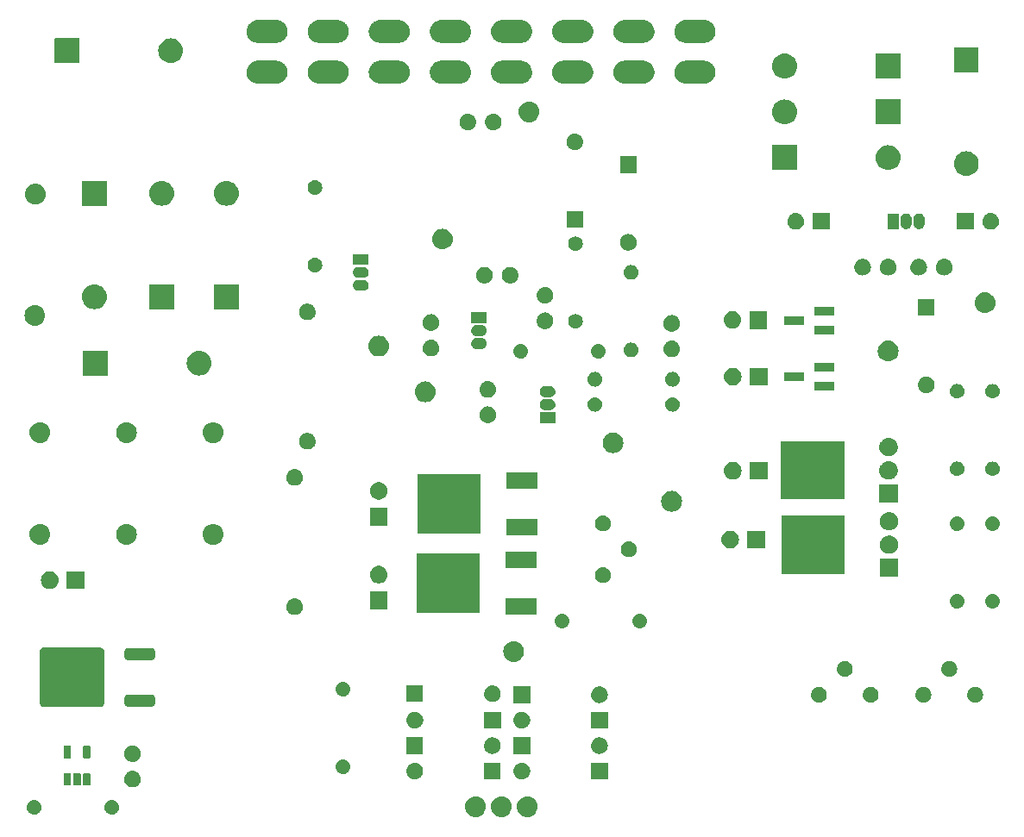
<source format=gts>
%TF.GenerationSoftware,KiCad,Pcbnew,7.0.2*%
%TF.CreationDate,2024-11-06T13:00:57+09:00*%
%TF.ProjectId,YZ_CDI_TEST_V1,595a5f43-4449-45f5-9445-53545f56312e,rev?*%
%TF.SameCoordinates,Original*%
%TF.FileFunction,Soldermask,Top*%
%TF.FilePolarity,Negative*%
%FSLAX46Y46*%
G04 Gerber Fmt 4.6, Leading zero omitted, Abs format (unit mm)*
G04 Created by KiCad (PCBNEW 7.0.2) date 2024-11-06 13:00:57*
%MOMM*%
%LPD*%
G01*
G04 APERTURE LIST*
G04 APERTURE END LIST*
G36*
X151048992Y-133749599D02*
G01*
X151240337Y-133807643D01*
X151416682Y-133901901D01*
X151571249Y-134028751D01*
X151698099Y-134183318D01*
X151792357Y-134359663D01*
X151850401Y-134551008D01*
X151870000Y-134750000D01*
X151850401Y-134948992D01*
X151792357Y-135140337D01*
X151698099Y-135316682D01*
X151571249Y-135471249D01*
X151416682Y-135598099D01*
X151240337Y-135692357D01*
X151048992Y-135750401D01*
X150850000Y-135770000D01*
X150651008Y-135750401D01*
X150459663Y-135692357D01*
X150283318Y-135598099D01*
X150128751Y-135471249D01*
X150001901Y-135316682D01*
X149907643Y-135140337D01*
X149849599Y-134948992D01*
X149830000Y-134750000D01*
X149849599Y-134551008D01*
X149907643Y-134359663D01*
X150001901Y-134183318D01*
X150128751Y-134028751D01*
X150283318Y-133901901D01*
X150459663Y-133807643D01*
X150651008Y-133749599D01*
X150850000Y-133730000D01*
X151048992Y-133749599D01*
G37*
G36*
X153588992Y-133749599D02*
G01*
X153780337Y-133807643D01*
X153956682Y-133901901D01*
X154111249Y-134028751D01*
X154238099Y-134183318D01*
X154332357Y-134359663D01*
X154390401Y-134551008D01*
X154410000Y-134750000D01*
X154390401Y-134948992D01*
X154332357Y-135140337D01*
X154238099Y-135316682D01*
X154111249Y-135471249D01*
X153956682Y-135598099D01*
X153780337Y-135692357D01*
X153588992Y-135750401D01*
X153390000Y-135770000D01*
X153191008Y-135750401D01*
X152999663Y-135692357D01*
X152823318Y-135598099D01*
X152668751Y-135471249D01*
X152541901Y-135316682D01*
X152447643Y-135140337D01*
X152389599Y-134948992D01*
X152370000Y-134750000D01*
X152389599Y-134551008D01*
X152447643Y-134359663D01*
X152541901Y-134183318D01*
X152668751Y-134028751D01*
X152823318Y-133901901D01*
X152999663Y-133807643D01*
X153191008Y-133749599D01*
X153390000Y-133730000D01*
X153588992Y-133749599D01*
G37*
G36*
X156128992Y-133749599D02*
G01*
X156320337Y-133807643D01*
X156496682Y-133901901D01*
X156651249Y-134028751D01*
X156778099Y-134183318D01*
X156872357Y-134359663D01*
X156930401Y-134551008D01*
X156950000Y-134750000D01*
X156930401Y-134948992D01*
X156872357Y-135140337D01*
X156778099Y-135316682D01*
X156651249Y-135471249D01*
X156496682Y-135598099D01*
X156320337Y-135692357D01*
X156128992Y-135750401D01*
X155930000Y-135770000D01*
X155731008Y-135750401D01*
X155539663Y-135692357D01*
X155363318Y-135598099D01*
X155208751Y-135471249D01*
X155081901Y-135316682D01*
X154987643Y-135140337D01*
X154929599Y-134948992D01*
X154910000Y-134750000D01*
X154929599Y-134551008D01*
X154987643Y-134359663D01*
X155081901Y-134183318D01*
X155208751Y-134028751D01*
X155363318Y-133901901D01*
X155539663Y-133807643D01*
X155731008Y-133749599D01*
X155930000Y-133730000D01*
X156128992Y-133749599D01*
G37*
G36*
X107707715Y-134115552D02*
G01*
X107859896Y-134168802D01*
X107996413Y-134254581D01*
X108110419Y-134368587D01*
X108196198Y-134505104D01*
X108249448Y-134657285D01*
X108267500Y-134817500D01*
X108249448Y-134977715D01*
X108196198Y-135129896D01*
X108110419Y-135266413D01*
X107996413Y-135380419D01*
X107859896Y-135466198D01*
X107707715Y-135519448D01*
X107547500Y-135537500D01*
X107387285Y-135519448D01*
X107235104Y-135466198D01*
X107098587Y-135380419D01*
X106984581Y-135266413D01*
X106898802Y-135129896D01*
X106845552Y-134977715D01*
X106827500Y-134817500D01*
X106845552Y-134657285D01*
X106898802Y-134505104D01*
X106984581Y-134368587D01*
X107098587Y-134254581D01*
X107235104Y-134168802D01*
X107387285Y-134115552D01*
X107547500Y-134097500D01*
X107707715Y-134115552D01*
G37*
G36*
X115327715Y-134115552D02*
G01*
X115479896Y-134168802D01*
X115616413Y-134254581D01*
X115730419Y-134368587D01*
X115816198Y-134505104D01*
X115869448Y-134657285D01*
X115887500Y-134817500D01*
X115869448Y-134977715D01*
X115816198Y-135129896D01*
X115730419Y-135266413D01*
X115616413Y-135380419D01*
X115479896Y-135466198D01*
X115327715Y-135519448D01*
X115167500Y-135537500D01*
X115007285Y-135519448D01*
X114855104Y-135466198D01*
X114718587Y-135380419D01*
X114604581Y-135266413D01*
X114518802Y-135129896D01*
X114465552Y-134977715D01*
X114447500Y-134817500D01*
X114465552Y-134657285D01*
X114518802Y-134505104D01*
X114604581Y-134368587D01*
X114718587Y-134254581D01*
X114855104Y-134168802D01*
X115007285Y-134115552D01*
X115167500Y-134097500D01*
X115327715Y-134115552D01*
G37*
G36*
X117229800Y-131222266D02*
G01*
X117273187Y-131222266D01*
X117322129Y-131232668D01*
X117369967Y-131238059D01*
X117404753Y-131250231D01*
X117440808Y-131257895D01*
X117492770Y-131281030D01*
X117543285Y-131298706D01*
X117569577Y-131315226D01*
X117597360Y-131327596D01*
X117649162Y-131365232D01*
X117698762Y-131396398D01*
X117716574Y-131414210D01*
X117736004Y-131428327D01*
X117784039Y-131481675D01*
X117828602Y-131526238D01*
X117838851Y-131542550D01*
X117850672Y-131555678D01*
X117891117Y-131625731D01*
X117926294Y-131681715D01*
X117930685Y-131694265D01*
X117936355Y-131704085D01*
X117965378Y-131793411D01*
X117986941Y-131855033D01*
X117987758Y-131862292D01*
X117989311Y-131867069D01*
X118003392Y-132001043D01*
X118007500Y-132037500D01*
X118003389Y-132073981D01*
X117989311Y-132207930D01*
X117987759Y-132212706D01*
X117986941Y-132219967D01*
X117965373Y-132281601D01*
X117936355Y-132370914D01*
X117930686Y-132380732D01*
X117926294Y-132393285D01*
X117891110Y-132449279D01*
X117850672Y-132519321D01*
X117838853Y-132532446D01*
X117828602Y-132548762D01*
X117784030Y-132593333D01*
X117736004Y-132646672D01*
X117716578Y-132660785D01*
X117698762Y-132678602D01*
X117649152Y-132709773D01*
X117597360Y-132747403D01*
X117569582Y-132759770D01*
X117543285Y-132776294D01*
X117492760Y-132793973D01*
X117440808Y-132817104D01*
X117404758Y-132824766D01*
X117369967Y-132836941D01*
X117322126Y-132842331D01*
X117273187Y-132852734D01*
X117229800Y-132852734D01*
X117187500Y-132857500D01*
X117145200Y-132852734D01*
X117101813Y-132852734D01*
X117052873Y-132842331D01*
X117005033Y-132836941D01*
X116970242Y-132824767D01*
X116934191Y-132817104D01*
X116882234Y-132793971D01*
X116831715Y-132776294D01*
X116805419Y-132759771D01*
X116777639Y-132747403D01*
X116725840Y-132709769D01*
X116676238Y-132678602D01*
X116658424Y-132660788D01*
X116638995Y-132646672D01*
X116590959Y-132593323D01*
X116546398Y-132548762D01*
X116536148Y-132532450D01*
X116524327Y-132519321D01*
X116483877Y-132449259D01*
X116448706Y-132393285D01*
X116444315Y-132380736D01*
X116438644Y-132370914D01*
X116409612Y-132281561D01*
X116388059Y-132219967D01*
X116387241Y-132212711D01*
X116385688Y-132207930D01*
X116371594Y-132073838D01*
X116367500Y-132037500D01*
X116371594Y-132001164D01*
X116385688Y-131867069D01*
X116387241Y-131862287D01*
X116388059Y-131855033D01*
X116409607Y-131793451D01*
X116438644Y-131704085D01*
X116444315Y-131694260D01*
X116448706Y-131681715D01*
X116483870Y-131625751D01*
X116524327Y-131555678D01*
X116536150Y-131542546D01*
X116546398Y-131526238D01*
X116590950Y-131481685D01*
X116638995Y-131428327D01*
X116658427Y-131414208D01*
X116676238Y-131396398D01*
X116725834Y-131365234D01*
X116777640Y-131327596D01*
X116805423Y-131315226D01*
X116831715Y-131298706D01*
X116882225Y-131281031D01*
X116934191Y-131257895D01*
X116970247Y-131250230D01*
X117005033Y-131238059D01*
X117052870Y-131232669D01*
X117101813Y-131222266D01*
X117145200Y-131222266D01*
X117187500Y-131217500D01*
X117229800Y-131222266D01*
G37*
G36*
X111114288Y-131497828D02*
G01*
X111136997Y-131513003D01*
X111152172Y-131535712D01*
X111157500Y-131562500D01*
X111157500Y-132612500D01*
X111152172Y-132639288D01*
X111136997Y-132661997D01*
X111114288Y-132677172D01*
X111087500Y-132682500D01*
X110487500Y-132682500D01*
X110460712Y-132677172D01*
X110438003Y-132661997D01*
X110422828Y-132639288D01*
X110417500Y-132612500D01*
X110417500Y-131562500D01*
X110422828Y-131535712D01*
X110438003Y-131513003D01*
X110460712Y-131497828D01*
X110487500Y-131492500D01*
X111087500Y-131492500D01*
X111114288Y-131497828D01*
G37*
G36*
X112064288Y-131497828D02*
G01*
X112086997Y-131513003D01*
X112102172Y-131535712D01*
X112107500Y-131562500D01*
X112107500Y-132612500D01*
X112102172Y-132639288D01*
X112086997Y-132661997D01*
X112064288Y-132677172D01*
X112037500Y-132682500D01*
X111437500Y-132682500D01*
X111410712Y-132677172D01*
X111388003Y-132661997D01*
X111372828Y-132639288D01*
X111367500Y-132612500D01*
X111367500Y-131562500D01*
X111372828Y-131535712D01*
X111388003Y-131513003D01*
X111410712Y-131497828D01*
X111437500Y-131492500D01*
X112037500Y-131492500D01*
X112064288Y-131497828D01*
G37*
G36*
X113014288Y-131497828D02*
G01*
X113036997Y-131513003D01*
X113052172Y-131535712D01*
X113057500Y-131562500D01*
X113057500Y-132612500D01*
X113052172Y-132639288D01*
X113036997Y-132661997D01*
X113014288Y-132677172D01*
X112987500Y-132682500D01*
X112387500Y-132682500D01*
X112360712Y-132677172D01*
X112338003Y-132661997D01*
X112322828Y-132639288D01*
X112317500Y-132612500D01*
X112317500Y-131562500D01*
X112322828Y-131535712D01*
X112338003Y-131513003D01*
X112360712Y-131497828D01*
X112387500Y-131492500D01*
X112987500Y-131492500D01*
X113014288Y-131497828D01*
G37*
G36*
X117229800Y-128722266D02*
G01*
X117273187Y-128722266D01*
X117322129Y-128732668D01*
X117369967Y-128738059D01*
X117404753Y-128750231D01*
X117440808Y-128757895D01*
X117492770Y-128781030D01*
X117543285Y-128798706D01*
X117569577Y-128815226D01*
X117597360Y-128827596D01*
X117649162Y-128865232D01*
X117698762Y-128896398D01*
X117716574Y-128914210D01*
X117736004Y-128928327D01*
X117784039Y-128981675D01*
X117828602Y-129026238D01*
X117838851Y-129042550D01*
X117850672Y-129055678D01*
X117891117Y-129125731D01*
X117926294Y-129181715D01*
X117930685Y-129194265D01*
X117936355Y-129204085D01*
X117965378Y-129293411D01*
X117986941Y-129355033D01*
X117987758Y-129362292D01*
X117989311Y-129367069D01*
X118003391Y-129501032D01*
X118007500Y-129537500D01*
X118003390Y-129573970D01*
X117989311Y-129707930D01*
X117987759Y-129712706D01*
X117986941Y-129719967D01*
X117965373Y-129781601D01*
X117936355Y-129870914D01*
X117930686Y-129880732D01*
X117926294Y-129893285D01*
X117891110Y-129949279D01*
X117850672Y-130019321D01*
X117838853Y-130032446D01*
X117828602Y-130048762D01*
X117784030Y-130093333D01*
X117736004Y-130146672D01*
X117716578Y-130160785D01*
X117698762Y-130178602D01*
X117649152Y-130209773D01*
X117597360Y-130247403D01*
X117569582Y-130259770D01*
X117543285Y-130276294D01*
X117492760Y-130293973D01*
X117440808Y-130317104D01*
X117404758Y-130324766D01*
X117369967Y-130336941D01*
X117322126Y-130342331D01*
X117273187Y-130352734D01*
X117229800Y-130352734D01*
X117187500Y-130357500D01*
X117145200Y-130352734D01*
X117101813Y-130352734D01*
X117052873Y-130342331D01*
X117005033Y-130336941D01*
X116970242Y-130324767D01*
X116934191Y-130317104D01*
X116882234Y-130293971D01*
X116831715Y-130276294D01*
X116805419Y-130259771D01*
X116777639Y-130247403D01*
X116725840Y-130209769D01*
X116676238Y-130178602D01*
X116658424Y-130160788D01*
X116638995Y-130146672D01*
X116590959Y-130093323D01*
X116546398Y-130048762D01*
X116536148Y-130032450D01*
X116524327Y-130019321D01*
X116483877Y-129949259D01*
X116448706Y-129893285D01*
X116444315Y-129880736D01*
X116438644Y-129870914D01*
X116409612Y-129781561D01*
X116388059Y-129719967D01*
X116387241Y-129712711D01*
X116385688Y-129707930D01*
X116371595Y-129573849D01*
X116367500Y-129537500D01*
X116371592Y-129501175D01*
X116385688Y-129367069D01*
X116387241Y-129362287D01*
X116388059Y-129355033D01*
X116409607Y-129293451D01*
X116438644Y-129204085D01*
X116444315Y-129194260D01*
X116448706Y-129181715D01*
X116483870Y-129125751D01*
X116524327Y-129055678D01*
X116536150Y-129042546D01*
X116546398Y-129026238D01*
X116590950Y-128981685D01*
X116638995Y-128928327D01*
X116658427Y-128914208D01*
X116676238Y-128896398D01*
X116725834Y-128865234D01*
X116777640Y-128827596D01*
X116805423Y-128815226D01*
X116831715Y-128798706D01*
X116882225Y-128781031D01*
X116934191Y-128757895D01*
X116970247Y-128750230D01*
X117005033Y-128738059D01*
X117052870Y-128732669D01*
X117101813Y-128722266D01*
X117145200Y-128722266D01*
X117187500Y-128717500D01*
X117229800Y-128722266D01*
G37*
G36*
X138010215Y-130108052D02*
G01*
X138162396Y-130161302D01*
X138298913Y-130247081D01*
X138412919Y-130361087D01*
X138498698Y-130497604D01*
X138551948Y-130649785D01*
X138570000Y-130810000D01*
X138551948Y-130970215D01*
X138498698Y-131122396D01*
X138412919Y-131258913D01*
X138298913Y-131372919D01*
X138162396Y-131458698D01*
X138010215Y-131511948D01*
X137850000Y-131530000D01*
X137689785Y-131511948D01*
X137537604Y-131458698D01*
X137401087Y-131372919D01*
X137287081Y-131258913D01*
X137201302Y-131122396D01*
X137148052Y-130970215D01*
X137130000Y-130810000D01*
X137148052Y-130649785D01*
X137201302Y-130497604D01*
X137287081Y-130361087D01*
X137401087Y-130247081D01*
X137537604Y-130161302D01*
X137689785Y-130108052D01*
X137850000Y-130090000D01*
X138010215Y-130108052D01*
G37*
G36*
X144932300Y-130434766D02*
G01*
X144975687Y-130434766D01*
X145024629Y-130445168D01*
X145072467Y-130450559D01*
X145107253Y-130462731D01*
X145143308Y-130470395D01*
X145195270Y-130493530D01*
X145245785Y-130511206D01*
X145272077Y-130527726D01*
X145299860Y-130540096D01*
X145351662Y-130577732D01*
X145401262Y-130608898D01*
X145419074Y-130626710D01*
X145438504Y-130640827D01*
X145486539Y-130694175D01*
X145531102Y-130738738D01*
X145541351Y-130755050D01*
X145553172Y-130768178D01*
X145593617Y-130838231D01*
X145628794Y-130894215D01*
X145633185Y-130906765D01*
X145638855Y-130916585D01*
X145667878Y-131005911D01*
X145689441Y-131067533D01*
X145690258Y-131074792D01*
X145691811Y-131079569D01*
X145705891Y-131213532D01*
X145710000Y-131250000D01*
X145705890Y-131286470D01*
X145691811Y-131420430D01*
X145690259Y-131425206D01*
X145689441Y-131432467D01*
X145667873Y-131494101D01*
X145638855Y-131583414D01*
X145633186Y-131593232D01*
X145628794Y-131605785D01*
X145593610Y-131661779D01*
X145553172Y-131731821D01*
X145541353Y-131744946D01*
X145531102Y-131761262D01*
X145486530Y-131805833D01*
X145438504Y-131859172D01*
X145419078Y-131873285D01*
X145401262Y-131891102D01*
X145351652Y-131922273D01*
X145299860Y-131959903D01*
X145272082Y-131972270D01*
X145245785Y-131988794D01*
X145195260Y-132006473D01*
X145143308Y-132029604D01*
X145107258Y-132037266D01*
X145072467Y-132049441D01*
X145024626Y-132054831D01*
X144975687Y-132065234D01*
X144932300Y-132065234D01*
X144890000Y-132070000D01*
X144847700Y-132065234D01*
X144804313Y-132065234D01*
X144755373Y-132054831D01*
X144707533Y-132049441D01*
X144672742Y-132037267D01*
X144636691Y-132029604D01*
X144584734Y-132006471D01*
X144534215Y-131988794D01*
X144507919Y-131972271D01*
X144480139Y-131959903D01*
X144428340Y-131922269D01*
X144378738Y-131891102D01*
X144360924Y-131873288D01*
X144341495Y-131859172D01*
X144293459Y-131805823D01*
X144248898Y-131761262D01*
X144238648Y-131744950D01*
X144226827Y-131731821D01*
X144186377Y-131661759D01*
X144151206Y-131605785D01*
X144146815Y-131593236D01*
X144141144Y-131583414D01*
X144112112Y-131494061D01*
X144090559Y-131432467D01*
X144089741Y-131425211D01*
X144088188Y-131420430D01*
X144074095Y-131286349D01*
X144070000Y-131250000D01*
X144074092Y-131213675D01*
X144088188Y-131079569D01*
X144089741Y-131074787D01*
X144090559Y-131067533D01*
X144112107Y-131005951D01*
X144141144Y-130916585D01*
X144146815Y-130906760D01*
X144151206Y-130894215D01*
X144186370Y-130838251D01*
X144226827Y-130768178D01*
X144238650Y-130755046D01*
X144248898Y-130738738D01*
X144293450Y-130694185D01*
X144341495Y-130640827D01*
X144360927Y-130626708D01*
X144378738Y-130608898D01*
X144428334Y-130577734D01*
X144480140Y-130540096D01*
X144507923Y-130527726D01*
X144534215Y-130511206D01*
X144584725Y-130493531D01*
X144636691Y-130470395D01*
X144672747Y-130462730D01*
X144707533Y-130450559D01*
X144755370Y-130445169D01*
X144804313Y-130434766D01*
X144847700Y-130434766D01*
X144890000Y-130430000D01*
X144932300Y-130434766D01*
G37*
G36*
X153317654Y-130431522D02*
G01*
X153324142Y-130435858D01*
X153328478Y-130442346D01*
X153330000Y-130450000D01*
X153330000Y-132050000D01*
X153328478Y-132057654D01*
X153324142Y-132064142D01*
X153317654Y-132068478D01*
X153310000Y-132070000D01*
X151710000Y-132070000D01*
X151702346Y-132068478D01*
X151695858Y-132064142D01*
X151691522Y-132057654D01*
X151690000Y-132050000D01*
X151690000Y-130450000D01*
X151691522Y-130442346D01*
X151695858Y-130435858D01*
X151702346Y-130431522D01*
X151710000Y-130430000D01*
X153310000Y-130430000D01*
X153317654Y-130431522D01*
G37*
G36*
X155442300Y-130434766D02*
G01*
X155485687Y-130434766D01*
X155534629Y-130445168D01*
X155582467Y-130450559D01*
X155617253Y-130462731D01*
X155653308Y-130470395D01*
X155705270Y-130493530D01*
X155755785Y-130511206D01*
X155782077Y-130527726D01*
X155809860Y-130540096D01*
X155861662Y-130577732D01*
X155911262Y-130608898D01*
X155929074Y-130626710D01*
X155948504Y-130640827D01*
X155996539Y-130694175D01*
X156041102Y-130738738D01*
X156051351Y-130755050D01*
X156063172Y-130768178D01*
X156103617Y-130838231D01*
X156138794Y-130894215D01*
X156143185Y-130906765D01*
X156148855Y-130916585D01*
X156177878Y-131005911D01*
X156199441Y-131067533D01*
X156200258Y-131074792D01*
X156201811Y-131079569D01*
X156215891Y-131213532D01*
X156220000Y-131250000D01*
X156215890Y-131286470D01*
X156201811Y-131420430D01*
X156200259Y-131425206D01*
X156199441Y-131432467D01*
X156177873Y-131494101D01*
X156148855Y-131583414D01*
X156143186Y-131593232D01*
X156138794Y-131605785D01*
X156103610Y-131661779D01*
X156063172Y-131731821D01*
X156051353Y-131744946D01*
X156041102Y-131761262D01*
X155996530Y-131805833D01*
X155948504Y-131859172D01*
X155929078Y-131873285D01*
X155911262Y-131891102D01*
X155861652Y-131922273D01*
X155809860Y-131959903D01*
X155782082Y-131972270D01*
X155755785Y-131988794D01*
X155705260Y-132006473D01*
X155653308Y-132029604D01*
X155617258Y-132037266D01*
X155582467Y-132049441D01*
X155534626Y-132054831D01*
X155485687Y-132065234D01*
X155442300Y-132065234D01*
X155400000Y-132070000D01*
X155357700Y-132065234D01*
X155314313Y-132065234D01*
X155265373Y-132054831D01*
X155217533Y-132049441D01*
X155182742Y-132037267D01*
X155146691Y-132029604D01*
X155094734Y-132006471D01*
X155044215Y-131988794D01*
X155017919Y-131972271D01*
X154990139Y-131959903D01*
X154938340Y-131922269D01*
X154888738Y-131891102D01*
X154870924Y-131873288D01*
X154851495Y-131859172D01*
X154803459Y-131805823D01*
X154758898Y-131761262D01*
X154748648Y-131744950D01*
X154736827Y-131731821D01*
X154696377Y-131661759D01*
X154661206Y-131605785D01*
X154656815Y-131593236D01*
X154651144Y-131583414D01*
X154622112Y-131494061D01*
X154600559Y-131432467D01*
X154599741Y-131425211D01*
X154598188Y-131420430D01*
X154584094Y-131286338D01*
X154580000Y-131250000D01*
X154584094Y-131213664D01*
X154598188Y-131079569D01*
X154599741Y-131074787D01*
X154600559Y-131067533D01*
X154622107Y-131005951D01*
X154651144Y-130916585D01*
X154656815Y-130906760D01*
X154661206Y-130894215D01*
X154696370Y-130838251D01*
X154736827Y-130768178D01*
X154748650Y-130755046D01*
X154758898Y-130738738D01*
X154803450Y-130694185D01*
X154851495Y-130640827D01*
X154870927Y-130626708D01*
X154888738Y-130608898D01*
X154938334Y-130577734D01*
X154990140Y-130540096D01*
X155017923Y-130527726D01*
X155044215Y-130511206D01*
X155094725Y-130493531D01*
X155146691Y-130470395D01*
X155182747Y-130462730D01*
X155217533Y-130450559D01*
X155265370Y-130445169D01*
X155314313Y-130434766D01*
X155357700Y-130434766D01*
X155400000Y-130430000D01*
X155442300Y-130434766D01*
G37*
G36*
X163827654Y-130431522D02*
G01*
X163834142Y-130435858D01*
X163838478Y-130442346D01*
X163840000Y-130450000D01*
X163840000Y-132050000D01*
X163838478Y-132057654D01*
X163834142Y-132064142D01*
X163827654Y-132068478D01*
X163820000Y-132070000D01*
X162220000Y-132070000D01*
X162212346Y-132068478D01*
X162205858Y-132064142D01*
X162201522Y-132057654D01*
X162200000Y-132050000D01*
X162200000Y-130450000D01*
X162201522Y-130442346D01*
X162205858Y-130435858D01*
X162212346Y-130431522D01*
X162220000Y-130430000D01*
X163820000Y-130430000D01*
X163827654Y-130431522D01*
G37*
G36*
X111114288Y-128797828D02*
G01*
X111136997Y-128813003D01*
X111152172Y-128835712D01*
X111157500Y-128862500D01*
X111157500Y-129912500D01*
X111152172Y-129939288D01*
X111136997Y-129961997D01*
X111114288Y-129977172D01*
X111087500Y-129982500D01*
X110487500Y-129982500D01*
X110460712Y-129977172D01*
X110438003Y-129961997D01*
X110422828Y-129939288D01*
X110417500Y-129912500D01*
X110417500Y-128862500D01*
X110422828Y-128835712D01*
X110438003Y-128813003D01*
X110460712Y-128797828D01*
X110487500Y-128792500D01*
X111087500Y-128792500D01*
X111114288Y-128797828D01*
G37*
G36*
X113014288Y-128797828D02*
G01*
X113036997Y-128813003D01*
X113052172Y-128835712D01*
X113057500Y-128862500D01*
X113057500Y-129912500D01*
X113052172Y-129939288D01*
X113036997Y-129961997D01*
X113014288Y-129977172D01*
X112987500Y-129982500D01*
X112387500Y-129982500D01*
X112360712Y-129977172D01*
X112338003Y-129961997D01*
X112322828Y-129939288D01*
X112317500Y-129912500D01*
X112317500Y-128862500D01*
X112322828Y-128835712D01*
X112338003Y-128813003D01*
X112360712Y-128797828D01*
X112387500Y-128792500D01*
X112987500Y-128792500D01*
X113014288Y-128797828D01*
G37*
G36*
X145697654Y-127931522D02*
G01*
X145704142Y-127935858D01*
X145708478Y-127942346D01*
X145710000Y-127950000D01*
X145710000Y-129550000D01*
X145708478Y-129557654D01*
X145704142Y-129564142D01*
X145697654Y-129568478D01*
X145690000Y-129570000D01*
X144090000Y-129570000D01*
X144082346Y-129568478D01*
X144075858Y-129564142D01*
X144071522Y-129557654D01*
X144070000Y-129550000D01*
X144070000Y-127950000D01*
X144071522Y-127942346D01*
X144075858Y-127935858D01*
X144082346Y-127931522D01*
X144090000Y-127930000D01*
X145690000Y-127930000D01*
X145697654Y-127931522D01*
G37*
G36*
X152552300Y-127934766D02*
G01*
X152595687Y-127934766D01*
X152644629Y-127945168D01*
X152692467Y-127950559D01*
X152727253Y-127962731D01*
X152763308Y-127970395D01*
X152815270Y-127993530D01*
X152865785Y-128011206D01*
X152892077Y-128027726D01*
X152919860Y-128040096D01*
X152971662Y-128077732D01*
X153021262Y-128108898D01*
X153039074Y-128126710D01*
X153058504Y-128140827D01*
X153106539Y-128194175D01*
X153151102Y-128238738D01*
X153161351Y-128255050D01*
X153173172Y-128268178D01*
X153213617Y-128338231D01*
X153248794Y-128394215D01*
X153253185Y-128406765D01*
X153258855Y-128416585D01*
X153287878Y-128505911D01*
X153309441Y-128567533D01*
X153310258Y-128574792D01*
X153311811Y-128579569D01*
X153325891Y-128713532D01*
X153330000Y-128750000D01*
X153325890Y-128786470D01*
X153311811Y-128920430D01*
X153310259Y-128925206D01*
X153309441Y-128932467D01*
X153287873Y-128994101D01*
X153258855Y-129083414D01*
X153253186Y-129093232D01*
X153248794Y-129105785D01*
X153213610Y-129161779D01*
X153173172Y-129231821D01*
X153161353Y-129244946D01*
X153151102Y-129261262D01*
X153106530Y-129305833D01*
X153058504Y-129359172D01*
X153039078Y-129373285D01*
X153021262Y-129391102D01*
X152971652Y-129422273D01*
X152919860Y-129459903D01*
X152892082Y-129472270D01*
X152865785Y-129488794D01*
X152815260Y-129506473D01*
X152763308Y-129529604D01*
X152727258Y-129537266D01*
X152692467Y-129549441D01*
X152644626Y-129554831D01*
X152595687Y-129565234D01*
X152552300Y-129565234D01*
X152510000Y-129570000D01*
X152467700Y-129565234D01*
X152424313Y-129565234D01*
X152375373Y-129554831D01*
X152327533Y-129549441D01*
X152292742Y-129537267D01*
X152256691Y-129529604D01*
X152204734Y-129506471D01*
X152154215Y-129488794D01*
X152127919Y-129472271D01*
X152100139Y-129459903D01*
X152048340Y-129422269D01*
X151998738Y-129391102D01*
X151980924Y-129373288D01*
X151961495Y-129359172D01*
X151913459Y-129305823D01*
X151868898Y-129261262D01*
X151858648Y-129244950D01*
X151846827Y-129231821D01*
X151806377Y-129161759D01*
X151771206Y-129105785D01*
X151766815Y-129093236D01*
X151761144Y-129083414D01*
X151732112Y-128994061D01*
X151710559Y-128932467D01*
X151709741Y-128925211D01*
X151708188Y-128920430D01*
X151694095Y-128786349D01*
X151690000Y-128750000D01*
X151694092Y-128713675D01*
X151708188Y-128579569D01*
X151709741Y-128574787D01*
X151710559Y-128567533D01*
X151732107Y-128505951D01*
X151761144Y-128416585D01*
X151766815Y-128406760D01*
X151771206Y-128394215D01*
X151806370Y-128338251D01*
X151846827Y-128268178D01*
X151858650Y-128255046D01*
X151868898Y-128238738D01*
X151913450Y-128194185D01*
X151961495Y-128140827D01*
X151980927Y-128126708D01*
X151998738Y-128108898D01*
X152048334Y-128077734D01*
X152100140Y-128040096D01*
X152127923Y-128027726D01*
X152154215Y-128011206D01*
X152204725Y-127993531D01*
X152256691Y-127970395D01*
X152292747Y-127962730D01*
X152327533Y-127950559D01*
X152375370Y-127945169D01*
X152424313Y-127934766D01*
X152467700Y-127934766D01*
X152510000Y-127930000D01*
X152552300Y-127934766D01*
G37*
G36*
X156207654Y-127931522D02*
G01*
X156214142Y-127935858D01*
X156218478Y-127942346D01*
X156220000Y-127950000D01*
X156220000Y-129550000D01*
X156218478Y-129557654D01*
X156214142Y-129564142D01*
X156207654Y-129568478D01*
X156200000Y-129570000D01*
X154600000Y-129570000D01*
X154592346Y-129568478D01*
X154585858Y-129564142D01*
X154581522Y-129557654D01*
X154580000Y-129550000D01*
X154580000Y-127950000D01*
X154581522Y-127942346D01*
X154585858Y-127935858D01*
X154592346Y-127931522D01*
X154600000Y-127930000D01*
X156200000Y-127930000D01*
X156207654Y-127931522D01*
G37*
G36*
X163062300Y-127934766D02*
G01*
X163105687Y-127934766D01*
X163154629Y-127945168D01*
X163202467Y-127950559D01*
X163237253Y-127962731D01*
X163273308Y-127970395D01*
X163325270Y-127993530D01*
X163375785Y-128011206D01*
X163402077Y-128027726D01*
X163429860Y-128040096D01*
X163481662Y-128077732D01*
X163531262Y-128108898D01*
X163549074Y-128126710D01*
X163568504Y-128140827D01*
X163616539Y-128194175D01*
X163661102Y-128238738D01*
X163671351Y-128255050D01*
X163683172Y-128268178D01*
X163723617Y-128338231D01*
X163758794Y-128394215D01*
X163763185Y-128406765D01*
X163768855Y-128416585D01*
X163797878Y-128505911D01*
X163819441Y-128567533D01*
X163820258Y-128574792D01*
X163821811Y-128579569D01*
X163835892Y-128713543D01*
X163840000Y-128750000D01*
X163835889Y-128786481D01*
X163821811Y-128920430D01*
X163820259Y-128925206D01*
X163819441Y-128932467D01*
X163797873Y-128994101D01*
X163768855Y-129083414D01*
X163763186Y-129093232D01*
X163758794Y-129105785D01*
X163723610Y-129161779D01*
X163683172Y-129231821D01*
X163671353Y-129244946D01*
X163661102Y-129261262D01*
X163616530Y-129305833D01*
X163568504Y-129359172D01*
X163549078Y-129373285D01*
X163531262Y-129391102D01*
X163481652Y-129422273D01*
X163429860Y-129459903D01*
X163402082Y-129472270D01*
X163375785Y-129488794D01*
X163325260Y-129506473D01*
X163273308Y-129529604D01*
X163237258Y-129537266D01*
X163202467Y-129549441D01*
X163154626Y-129554831D01*
X163105687Y-129565234D01*
X163062300Y-129565234D01*
X163020000Y-129570000D01*
X162977700Y-129565234D01*
X162934313Y-129565234D01*
X162885373Y-129554831D01*
X162837533Y-129549441D01*
X162802742Y-129537267D01*
X162766691Y-129529604D01*
X162714734Y-129506471D01*
X162664215Y-129488794D01*
X162637919Y-129472271D01*
X162610139Y-129459903D01*
X162558340Y-129422269D01*
X162508738Y-129391102D01*
X162490924Y-129373288D01*
X162471495Y-129359172D01*
X162423459Y-129305823D01*
X162378898Y-129261262D01*
X162368648Y-129244950D01*
X162356827Y-129231821D01*
X162316377Y-129161759D01*
X162281206Y-129105785D01*
X162276815Y-129093236D01*
X162271144Y-129083414D01*
X162242112Y-128994061D01*
X162220559Y-128932467D01*
X162219741Y-128925211D01*
X162218188Y-128920430D01*
X162204095Y-128786349D01*
X162200000Y-128750000D01*
X162204092Y-128713675D01*
X162218188Y-128579569D01*
X162219741Y-128574787D01*
X162220559Y-128567533D01*
X162242107Y-128505951D01*
X162271144Y-128416585D01*
X162276815Y-128406760D01*
X162281206Y-128394215D01*
X162316370Y-128338251D01*
X162356827Y-128268178D01*
X162368650Y-128255046D01*
X162378898Y-128238738D01*
X162423450Y-128194185D01*
X162471495Y-128140827D01*
X162490927Y-128126708D01*
X162508738Y-128108898D01*
X162558334Y-128077734D01*
X162610140Y-128040096D01*
X162637923Y-128027726D01*
X162664215Y-128011206D01*
X162714725Y-127993531D01*
X162766691Y-127970395D01*
X162802747Y-127962730D01*
X162837533Y-127950559D01*
X162885370Y-127945169D01*
X162934313Y-127934766D01*
X162977700Y-127934766D01*
X163020000Y-127930000D01*
X163062300Y-127934766D01*
G37*
G36*
X144942300Y-125434766D02*
G01*
X144985687Y-125434766D01*
X145034629Y-125445168D01*
X145082467Y-125450559D01*
X145117253Y-125462731D01*
X145153308Y-125470395D01*
X145205270Y-125493530D01*
X145255785Y-125511206D01*
X145282077Y-125527726D01*
X145309860Y-125540096D01*
X145361662Y-125577732D01*
X145411262Y-125608898D01*
X145429074Y-125626710D01*
X145448504Y-125640827D01*
X145496539Y-125694175D01*
X145541102Y-125738738D01*
X145551351Y-125755050D01*
X145563172Y-125768178D01*
X145603617Y-125838231D01*
X145638794Y-125894215D01*
X145643185Y-125906765D01*
X145648855Y-125916585D01*
X145677878Y-126005911D01*
X145699441Y-126067533D01*
X145700258Y-126074792D01*
X145701811Y-126079569D01*
X145715891Y-126213532D01*
X145720000Y-126250000D01*
X145715890Y-126286470D01*
X145701811Y-126420430D01*
X145700259Y-126425206D01*
X145699441Y-126432467D01*
X145677873Y-126494101D01*
X145648855Y-126583414D01*
X145643186Y-126593232D01*
X145638794Y-126605785D01*
X145603610Y-126661779D01*
X145563172Y-126731821D01*
X145551353Y-126744946D01*
X145541102Y-126761262D01*
X145496530Y-126805833D01*
X145448504Y-126859172D01*
X145429078Y-126873285D01*
X145411262Y-126891102D01*
X145361652Y-126922273D01*
X145309860Y-126959903D01*
X145282082Y-126972270D01*
X145255785Y-126988794D01*
X145205260Y-127006473D01*
X145153308Y-127029604D01*
X145117258Y-127037266D01*
X145082467Y-127049441D01*
X145034626Y-127054831D01*
X144985687Y-127065234D01*
X144942300Y-127065234D01*
X144900000Y-127070000D01*
X144857700Y-127065234D01*
X144814313Y-127065234D01*
X144765373Y-127054831D01*
X144717533Y-127049441D01*
X144682742Y-127037267D01*
X144646691Y-127029604D01*
X144594734Y-127006471D01*
X144544215Y-126988794D01*
X144517919Y-126972271D01*
X144490139Y-126959903D01*
X144438340Y-126922269D01*
X144388738Y-126891102D01*
X144370924Y-126873288D01*
X144351495Y-126859172D01*
X144303459Y-126805823D01*
X144258898Y-126761262D01*
X144248648Y-126744950D01*
X144236827Y-126731821D01*
X144196377Y-126661759D01*
X144161206Y-126605785D01*
X144156815Y-126593236D01*
X144151144Y-126583414D01*
X144122112Y-126494061D01*
X144100559Y-126432467D01*
X144099741Y-126425211D01*
X144098188Y-126420430D01*
X144084094Y-126286338D01*
X144080000Y-126250000D01*
X144084094Y-126213664D01*
X144098188Y-126079569D01*
X144099741Y-126074787D01*
X144100559Y-126067533D01*
X144122107Y-126005951D01*
X144151144Y-125916585D01*
X144156815Y-125906760D01*
X144161206Y-125894215D01*
X144196370Y-125838251D01*
X144236827Y-125768178D01*
X144248650Y-125755046D01*
X144258898Y-125738738D01*
X144303450Y-125694185D01*
X144351495Y-125640827D01*
X144370927Y-125626708D01*
X144388738Y-125608898D01*
X144438334Y-125577734D01*
X144490140Y-125540096D01*
X144517923Y-125527726D01*
X144544215Y-125511206D01*
X144594725Y-125493531D01*
X144646691Y-125470395D01*
X144682747Y-125462730D01*
X144717533Y-125450559D01*
X144765370Y-125445169D01*
X144814313Y-125434766D01*
X144857700Y-125434766D01*
X144900000Y-125430000D01*
X144942300Y-125434766D01*
G37*
G36*
X153327654Y-125431522D02*
G01*
X153334142Y-125435858D01*
X153338478Y-125442346D01*
X153340000Y-125450000D01*
X153340000Y-127050000D01*
X153338478Y-127057654D01*
X153334142Y-127064142D01*
X153327654Y-127068478D01*
X153320000Y-127070000D01*
X151720000Y-127070000D01*
X151712346Y-127068478D01*
X151705858Y-127064142D01*
X151701522Y-127057654D01*
X151700000Y-127050000D01*
X151700000Y-125450000D01*
X151701522Y-125442346D01*
X151705858Y-125435858D01*
X151712346Y-125431522D01*
X151720000Y-125430000D01*
X153320000Y-125430000D01*
X153327654Y-125431522D01*
G37*
G36*
X155442300Y-125434766D02*
G01*
X155485687Y-125434766D01*
X155534629Y-125445168D01*
X155582467Y-125450559D01*
X155617253Y-125462731D01*
X155653308Y-125470395D01*
X155705270Y-125493530D01*
X155755785Y-125511206D01*
X155782077Y-125527726D01*
X155809860Y-125540096D01*
X155861662Y-125577732D01*
X155911262Y-125608898D01*
X155929074Y-125626710D01*
X155948504Y-125640827D01*
X155996539Y-125694175D01*
X156041102Y-125738738D01*
X156051351Y-125755050D01*
X156063172Y-125768178D01*
X156103617Y-125838231D01*
X156138794Y-125894215D01*
X156143185Y-125906765D01*
X156148855Y-125916585D01*
X156177878Y-126005911D01*
X156199441Y-126067533D01*
X156200258Y-126074792D01*
X156201811Y-126079569D01*
X156215892Y-126213543D01*
X156220000Y-126250000D01*
X156215889Y-126286481D01*
X156201811Y-126420430D01*
X156200259Y-126425206D01*
X156199441Y-126432467D01*
X156177873Y-126494101D01*
X156148855Y-126583414D01*
X156143186Y-126593232D01*
X156138794Y-126605785D01*
X156103610Y-126661779D01*
X156063172Y-126731821D01*
X156051353Y-126744946D01*
X156041102Y-126761262D01*
X155996530Y-126805833D01*
X155948504Y-126859172D01*
X155929078Y-126873285D01*
X155911262Y-126891102D01*
X155861652Y-126922273D01*
X155809860Y-126959903D01*
X155782082Y-126972270D01*
X155755785Y-126988794D01*
X155705260Y-127006473D01*
X155653308Y-127029604D01*
X155617258Y-127037266D01*
X155582467Y-127049441D01*
X155534626Y-127054831D01*
X155485687Y-127065234D01*
X155442300Y-127065234D01*
X155400000Y-127070000D01*
X155357700Y-127065234D01*
X155314313Y-127065234D01*
X155265373Y-127054831D01*
X155217533Y-127049441D01*
X155182742Y-127037267D01*
X155146691Y-127029604D01*
X155094734Y-127006471D01*
X155044215Y-126988794D01*
X155017919Y-126972271D01*
X154990139Y-126959903D01*
X154938340Y-126922269D01*
X154888738Y-126891102D01*
X154870924Y-126873288D01*
X154851495Y-126859172D01*
X154803459Y-126805823D01*
X154758898Y-126761262D01*
X154748648Y-126744950D01*
X154736827Y-126731821D01*
X154696377Y-126661759D01*
X154661206Y-126605785D01*
X154656815Y-126593236D01*
X154651144Y-126583414D01*
X154622112Y-126494061D01*
X154600559Y-126432467D01*
X154599741Y-126425211D01*
X154598188Y-126420430D01*
X154584095Y-126286349D01*
X154580000Y-126250000D01*
X154584092Y-126213675D01*
X154598188Y-126079569D01*
X154599741Y-126074787D01*
X154600559Y-126067533D01*
X154622107Y-126005951D01*
X154651144Y-125916585D01*
X154656815Y-125906760D01*
X154661206Y-125894215D01*
X154696370Y-125838251D01*
X154736827Y-125768178D01*
X154748650Y-125755046D01*
X154758898Y-125738738D01*
X154803450Y-125694185D01*
X154851495Y-125640827D01*
X154870927Y-125626708D01*
X154888738Y-125608898D01*
X154938334Y-125577734D01*
X154990140Y-125540096D01*
X155017923Y-125527726D01*
X155044215Y-125511206D01*
X155094725Y-125493531D01*
X155146691Y-125470395D01*
X155182747Y-125462730D01*
X155217533Y-125450559D01*
X155265370Y-125445169D01*
X155314313Y-125434766D01*
X155357700Y-125434766D01*
X155400000Y-125430000D01*
X155442300Y-125434766D01*
G37*
G36*
X163827654Y-125431522D02*
G01*
X163834142Y-125435858D01*
X163838478Y-125442346D01*
X163840000Y-125450000D01*
X163840000Y-127050000D01*
X163838478Y-127057654D01*
X163834142Y-127064142D01*
X163827654Y-127068478D01*
X163820000Y-127070000D01*
X162220000Y-127070000D01*
X162212346Y-127068478D01*
X162205858Y-127064142D01*
X162201522Y-127057654D01*
X162200000Y-127050000D01*
X162200000Y-125450000D01*
X162201522Y-125442346D01*
X162205858Y-125435858D01*
X162212346Y-125431522D01*
X162220000Y-125430000D01*
X163820000Y-125430000D01*
X163827654Y-125431522D01*
G37*
G36*
X114025230Y-119121116D02*
G01*
X114090844Y-119127268D01*
X114107531Y-119133107D01*
X114130426Y-119136443D01*
X114164078Y-119152894D01*
X114199933Y-119165441D01*
X114219927Y-119180197D01*
X114243843Y-119191889D01*
X114266587Y-119214633D01*
X114291776Y-119233223D01*
X114310365Y-119258411D01*
X114333111Y-119281157D01*
X114344802Y-119305073D01*
X114359558Y-119325066D01*
X114372103Y-119360917D01*
X114388557Y-119394574D01*
X114391893Y-119417471D01*
X114397731Y-119434155D01*
X114403881Y-119499753D01*
X114404500Y-119504000D01*
X114404500Y-124571000D01*
X114403880Y-124575250D01*
X114397731Y-124640844D01*
X114391893Y-124657526D01*
X114388557Y-124680426D01*
X114372101Y-124714085D01*
X114359558Y-124749933D01*
X114344804Y-124769923D01*
X114333111Y-124793843D01*
X114310363Y-124816590D01*
X114291776Y-124841776D01*
X114266590Y-124860363D01*
X114243843Y-124883111D01*
X114219923Y-124894804D01*
X114199933Y-124909558D01*
X114164085Y-124922101D01*
X114130426Y-124938557D01*
X114107526Y-124941893D01*
X114090844Y-124947731D01*
X114025248Y-124953880D01*
X114021000Y-124954500D01*
X108484000Y-124954500D01*
X108479751Y-124953881D01*
X108414155Y-124947731D01*
X108397471Y-124941893D01*
X108374574Y-124938557D01*
X108340917Y-124922103D01*
X108305066Y-124909558D01*
X108285073Y-124894802D01*
X108261157Y-124883111D01*
X108238411Y-124860365D01*
X108213223Y-124841776D01*
X108194633Y-124816587D01*
X108171889Y-124793843D01*
X108160197Y-124769927D01*
X108145441Y-124749933D01*
X108132894Y-124714078D01*
X108116443Y-124680426D01*
X108113107Y-124657531D01*
X108107268Y-124640844D01*
X108101116Y-124575229D01*
X108100500Y-124571000D01*
X108100500Y-119504000D01*
X108101116Y-119499770D01*
X108107268Y-119434155D01*
X108113107Y-119417466D01*
X108116443Y-119394574D01*
X108132893Y-119360924D01*
X108145441Y-119325066D01*
X108160199Y-119305069D01*
X108171889Y-119281157D01*
X108194630Y-119258415D01*
X108213223Y-119233223D01*
X108238415Y-119214630D01*
X108261157Y-119191889D01*
X108285069Y-119180199D01*
X108305066Y-119165441D01*
X108340924Y-119152893D01*
X108374574Y-119136443D01*
X108397466Y-119133107D01*
X108414155Y-119127268D01*
X108479772Y-119121115D01*
X108484000Y-119120500D01*
X114021000Y-119120500D01*
X114025230Y-119121116D01*
G37*
G36*
X119166016Y-123753153D02*
G01*
X119175722Y-123757679D01*
X119182988Y-123758830D01*
X119234758Y-123785208D01*
X119273663Y-123803350D01*
X119277090Y-123806777D01*
X119278155Y-123807320D01*
X119353679Y-123882844D01*
X119354221Y-123883908D01*
X119357650Y-123887337D01*
X119375796Y-123926252D01*
X119402169Y-123978011D01*
X119403319Y-123985274D01*
X119407847Y-123994984D01*
X119419500Y-124083500D01*
X119419500Y-124563500D01*
X119407847Y-124652016D01*
X119403319Y-124661725D01*
X119402169Y-124668988D01*
X119375802Y-124720735D01*
X119357650Y-124759663D01*
X119354220Y-124763092D01*
X119353679Y-124764155D01*
X119278155Y-124839679D01*
X119277092Y-124840220D01*
X119273663Y-124843650D01*
X119234735Y-124861802D01*
X119182988Y-124888169D01*
X119175725Y-124889319D01*
X119166016Y-124893847D01*
X119077500Y-124905500D01*
X116727500Y-124905500D01*
X116638984Y-124893847D01*
X116629274Y-124889319D01*
X116622011Y-124888169D01*
X116570252Y-124861796D01*
X116531337Y-124843650D01*
X116527908Y-124840221D01*
X116526844Y-124839679D01*
X116451320Y-124764155D01*
X116450777Y-124763090D01*
X116447350Y-124759663D01*
X116429208Y-124720758D01*
X116402830Y-124668988D01*
X116401679Y-124661722D01*
X116397153Y-124652016D01*
X116385500Y-124563500D01*
X116385500Y-124083500D01*
X116397153Y-123994984D01*
X116401679Y-123985277D01*
X116402830Y-123978011D01*
X116429214Y-123926229D01*
X116447350Y-123887337D01*
X116450776Y-123883910D01*
X116451320Y-123882844D01*
X116526844Y-123807320D01*
X116527910Y-123806776D01*
X116531337Y-123803350D01*
X116570229Y-123785214D01*
X116622011Y-123758830D01*
X116629277Y-123757679D01*
X116638984Y-123753153D01*
X116727500Y-123741500D01*
X119077500Y-123741500D01*
X119166016Y-123753153D01*
G37*
G36*
X138010215Y-122488052D02*
G01*
X138162396Y-122541302D01*
X138298913Y-122627081D01*
X138412919Y-122741087D01*
X138498698Y-122877604D01*
X138551948Y-123029785D01*
X138570000Y-123190000D01*
X138551948Y-123350215D01*
X138498698Y-123502396D01*
X138412919Y-123638913D01*
X138298913Y-123752919D01*
X138162396Y-123838698D01*
X138010215Y-123891948D01*
X137850000Y-123910000D01*
X137689785Y-123891948D01*
X137537604Y-123838698D01*
X137401087Y-123752919D01*
X137287081Y-123638913D01*
X137201302Y-123502396D01*
X137148052Y-123350215D01*
X137130000Y-123190000D01*
X137148052Y-123029785D01*
X137201302Y-122877604D01*
X137287081Y-122741087D01*
X137401087Y-122627081D01*
X137537604Y-122541302D01*
X137689785Y-122488052D01*
X137850000Y-122470000D01*
X138010215Y-122488052D01*
G37*
G36*
X145697654Y-122831522D02*
G01*
X145704142Y-122835858D01*
X145708478Y-122842346D01*
X145710000Y-122850000D01*
X145710000Y-124450000D01*
X145708478Y-124457654D01*
X145704142Y-124464142D01*
X145697654Y-124468478D01*
X145690000Y-124470000D01*
X144090000Y-124470000D01*
X144082346Y-124468478D01*
X144075858Y-124464142D01*
X144071522Y-124457654D01*
X144070000Y-124450000D01*
X144070000Y-122850000D01*
X144071522Y-122842346D01*
X144075858Y-122835858D01*
X144082346Y-122831522D01*
X144090000Y-122830000D01*
X145690000Y-122830000D01*
X145697654Y-122831522D01*
G37*
G36*
X152552300Y-122834766D02*
G01*
X152595687Y-122834766D01*
X152644629Y-122845168D01*
X152692467Y-122850559D01*
X152727253Y-122862731D01*
X152763308Y-122870395D01*
X152815270Y-122893530D01*
X152865785Y-122911206D01*
X152892077Y-122927726D01*
X152919860Y-122940096D01*
X152971662Y-122977732D01*
X153021262Y-123008898D01*
X153039074Y-123026710D01*
X153058504Y-123040827D01*
X153106539Y-123094175D01*
X153151102Y-123138738D01*
X153161351Y-123155050D01*
X153173172Y-123168178D01*
X153213617Y-123238231D01*
X153248794Y-123294215D01*
X153253185Y-123306765D01*
X153258855Y-123316585D01*
X153287878Y-123405911D01*
X153309441Y-123467533D01*
X153310258Y-123474792D01*
X153311811Y-123479569D01*
X153325892Y-123613543D01*
X153330000Y-123650000D01*
X153325889Y-123686481D01*
X153311811Y-123820430D01*
X153310259Y-123825206D01*
X153309441Y-123832467D01*
X153287873Y-123894101D01*
X153258855Y-123983414D01*
X153253186Y-123993232D01*
X153248794Y-124005785D01*
X153213610Y-124061779D01*
X153173172Y-124131821D01*
X153161353Y-124144946D01*
X153151102Y-124161262D01*
X153106530Y-124205833D01*
X153058504Y-124259172D01*
X153039078Y-124273285D01*
X153021262Y-124291102D01*
X152971652Y-124322273D01*
X152919860Y-124359903D01*
X152892082Y-124372270D01*
X152865785Y-124388794D01*
X152815260Y-124406473D01*
X152763308Y-124429604D01*
X152727258Y-124437266D01*
X152692467Y-124449441D01*
X152644626Y-124454831D01*
X152595687Y-124465234D01*
X152552300Y-124465234D01*
X152510000Y-124470000D01*
X152467700Y-124465234D01*
X152424313Y-124465234D01*
X152375373Y-124454831D01*
X152327533Y-124449441D01*
X152292742Y-124437267D01*
X152256691Y-124429604D01*
X152204734Y-124406471D01*
X152154215Y-124388794D01*
X152127919Y-124372271D01*
X152100139Y-124359903D01*
X152048340Y-124322269D01*
X151998738Y-124291102D01*
X151980924Y-124273288D01*
X151961495Y-124259172D01*
X151913459Y-124205823D01*
X151868898Y-124161262D01*
X151858648Y-124144950D01*
X151846827Y-124131821D01*
X151806377Y-124061759D01*
X151771206Y-124005785D01*
X151766815Y-123993236D01*
X151761144Y-123983414D01*
X151732112Y-123894061D01*
X151710559Y-123832467D01*
X151709741Y-123825211D01*
X151708188Y-123820430D01*
X151694095Y-123686349D01*
X151690000Y-123650000D01*
X151694092Y-123613675D01*
X151708188Y-123479569D01*
X151709741Y-123474787D01*
X151710559Y-123467533D01*
X151732107Y-123405951D01*
X151761144Y-123316585D01*
X151766815Y-123306760D01*
X151771206Y-123294215D01*
X151806370Y-123238251D01*
X151846827Y-123168178D01*
X151858650Y-123155046D01*
X151868898Y-123138738D01*
X151913450Y-123094185D01*
X151961495Y-123040827D01*
X151980927Y-123026708D01*
X151998738Y-123008898D01*
X152048334Y-122977734D01*
X152100140Y-122940096D01*
X152127923Y-122927726D01*
X152154215Y-122911206D01*
X152204725Y-122893531D01*
X152256691Y-122870395D01*
X152292747Y-122862730D01*
X152327533Y-122850559D01*
X152375370Y-122845169D01*
X152424313Y-122834766D01*
X152467700Y-122834766D01*
X152510000Y-122830000D01*
X152552300Y-122834766D01*
G37*
G36*
X156207654Y-122931522D02*
G01*
X156214142Y-122935858D01*
X156218478Y-122942346D01*
X156220000Y-122950000D01*
X156220000Y-124550000D01*
X156218478Y-124557654D01*
X156214142Y-124564142D01*
X156207654Y-124568478D01*
X156200000Y-124570000D01*
X154600000Y-124570000D01*
X154592346Y-124568478D01*
X154585858Y-124564142D01*
X154581522Y-124557654D01*
X154580000Y-124550000D01*
X154580000Y-122950000D01*
X154581522Y-122942346D01*
X154585858Y-122935858D01*
X154592346Y-122931522D01*
X154600000Y-122930000D01*
X156200000Y-122930000D01*
X156207654Y-122931522D01*
G37*
G36*
X163062300Y-122934766D02*
G01*
X163105687Y-122934766D01*
X163154629Y-122945168D01*
X163202467Y-122950559D01*
X163237253Y-122962731D01*
X163273308Y-122970395D01*
X163325270Y-122993530D01*
X163375785Y-123011206D01*
X163402077Y-123027726D01*
X163429860Y-123040096D01*
X163481662Y-123077732D01*
X163531262Y-123108898D01*
X163549074Y-123126710D01*
X163568504Y-123140827D01*
X163616539Y-123194175D01*
X163661102Y-123238738D01*
X163671351Y-123255050D01*
X163683172Y-123268178D01*
X163723617Y-123338231D01*
X163758794Y-123394215D01*
X163763185Y-123406765D01*
X163768855Y-123416585D01*
X163797878Y-123505911D01*
X163819441Y-123567533D01*
X163820258Y-123574792D01*
X163821811Y-123579569D01*
X163835891Y-123713532D01*
X163840000Y-123750000D01*
X163835890Y-123786470D01*
X163821811Y-123920430D01*
X163820259Y-123925206D01*
X163819441Y-123932467D01*
X163797873Y-123994101D01*
X163768855Y-124083414D01*
X163763186Y-124093232D01*
X163758794Y-124105785D01*
X163723610Y-124161779D01*
X163683172Y-124231821D01*
X163671353Y-124244946D01*
X163661102Y-124261262D01*
X163616530Y-124305833D01*
X163568504Y-124359172D01*
X163549078Y-124373285D01*
X163531262Y-124391102D01*
X163481652Y-124422273D01*
X163429860Y-124459903D01*
X163402082Y-124472270D01*
X163375785Y-124488794D01*
X163325260Y-124506473D01*
X163273308Y-124529604D01*
X163237258Y-124537266D01*
X163202467Y-124549441D01*
X163154626Y-124554831D01*
X163105687Y-124565234D01*
X163062300Y-124565234D01*
X163020000Y-124570000D01*
X162977700Y-124565234D01*
X162934313Y-124565234D01*
X162885373Y-124554831D01*
X162837533Y-124549441D01*
X162802742Y-124537267D01*
X162766691Y-124529604D01*
X162714734Y-124506471D01*
X162664215Y-124488794D01*
X162637919Y-124472271D01*
X162610139Y-124459903D01*
X162558340Y-124422269D01*
X162508738Y-124391102D01*
X162490924Y-124373288D01*
X162471495Y-124359172D01*
X162423459Y-124305823D01*
X162378898Y-124261262D01*
X162368648Y-124244950D01*
X162356827Y-124231821D01*
X162316377Y-124161759D01*
X162281206Y-124105785D01*
X162276815Y-124093236D01*
X162271144Y-124083414D01*
X162242112Y-123994061D01*
X162220559Y-123932467D01*
X162219741Y-123925211D01*
X162218188Y-123920430D01*
X162204094Y-123786338D01*
X162200000Y-123750000D01*
X162204094Y-123713664D01*
X162218188Y-123579569D01*
X162219741Y-123574787D01*
X162220559Y-123567533D01*
X162242107Y-123505951D01*
X162271144Y-123416585D01*
X162276815Y-123406760D01*
X162281206Y-123394215D01*
X162316370Y-123338251D01*
X162356827Y-123268178D01*
X162368650Y-123255046D01*
X162378898Y-123238738D01*
X162423450Y-123194185D01*
X162471495Y-123140827D01*
X162490927Y-123126708D01*
X162508738Y-123108898D01*
X162558334Y-123077734D01*
X162610140Y-123040096D01*
X162637923Y-123027726D01*
X162664215Y-123011206D01*
X162714725Y-122993531D01*
X162766691Y-122970395D01*
X162802747Y-122962730D01*
X162837533Y-122950559D01*
X162885370Y-122945169D01*
X162934313Y-122934766D01*
X162977700Y-122934766D01*
X163020000Y-122930000D01*
X163062300Y-122934766D01*
G37*
G36*
X184600454Y-122972558D02*
G01*
X184641715Y-122972558D01*
X184688258Y-122982451D01*
X184734011Y-122987606D01*
X184767280Y-122999247D01*
X184801566Y-123006535D01*
X184850976Y-123028533D01*
X184899297Y-123045442D01*
X184924448Y-123061245D01*
X184950860Y-123073005D01*
X185000111Y-123108788D01*
X185047569Y-123138608D01*
X185064610Y-123155649D01*
X185083074Y-123169064D01*
X185128720Y-123219759D01*
X185171392Y-123262431D01*
X185181207Y-123278051D01*
X185192431Y-123290517D01*
X185230824Y-123357016D01*
X185264558Y-123410703D01*
X185268770Y-123422741D01*
X185274139Y-123432040D01*
X185301631Y-123516653D01*
X185322394Y-123575989D01*
X185323181Y-123582976D01*
X185324642Y-123587472D01*
X185337892Y-123713546D01*
X185342000Y-123750000D01*
X185337890Y-123786477D01*
X185324642Y-123912527D01*
X185323181Y-123917022D01*
X185322394Y-123924011D01*
X185301627Y-123983359D01*
X185274139Y-124067959D01*
X185268771Y-124077256D01*
X185264558Y-124089297D01*
X185230817Y-124142994D01*
X185192431Y-124209482D01*
X185181209Y-124221944D01*
X185171392Y-124237569D01*
X185128711Y-124280249D01*
X185083074Y-124330935D01*
X185064614Y-124344346D01*
X185047569Y-124361392D01*
X185000101Y-124391217D01*
X184950860Y-124426994D01*
X184924454Y-124438750D01*
X184899297Y-124454558D01*
X184850965Y-124471469D01*
X184801566Y-124493464D01*
X184767286Y-124500750D01*
X184734011Y-124512394D01*
X184688255Y-124517549D01*
X184641715Y-124527442D01*
X184600454Y-124527442D01*
X184560000Y-124532000D01*
X184519546Y-124527442D01*
X184478285Y-124527442D01*
X184431743Y-124517549D01*
X184385989Y-124512394D01*
X184352715Y-124500750D01*
X184318433Y-124493464D01*
X184269029Y-124471468D01*
X184220703Y-124454558D01*
X184195548Y-124438752D01*
X184169139Y-124426994D01*
X184119890Y-124391213D01*
X184072431Y-124361392D01*
X184055388Y-124344349D01*
X184036925Y-124330935D01*
X183991278Y-124280239D01*
X183948608Y-124237569D01*
X183938792Y-124221948D01*
X183927568Y-124209482D01*
X183889170Y-124142975D01*
X183855442Y-124089297D01*
X183851230Y-124077260D01*
X183845860Y-124067959D01*
X183818358Y-123983319D01*
X183797606Y-123924011D01*
X183796819Y-123917026D01*
X183795357Y-123912527D01*
X183782095Y-123786345D01*
X183778000Y-123750000D01*
X183782092Y-123713679D01*
X183795357Y-123587472D01*
X183796819Y-123582971D01*
X183797606Y-123575989D01*
X183818354Y-123516693D01*
X183845860Y-123432040D01*
X183851231Y-123422736D01*
X183855442Y-123410703D01*
X183889163Y-123357036D01*
X183927568Y-123290517D01*
X183938795Y-123278048D01*
X183948608Y-123262431D01*
X183991269Y-123219769D01*
X184036925Y-123169064D01*
X184055391Y-123155647D01*
X184072431Y-123138608D01*
X184119887Y-123108789D01*
X184169139Y-123073006D01*
X184195549Y-123061247D01*
X184220703Y-123045442D01*
X184269021Y-123028534D01*
X184318435Y-123006534D01*
X184352724Y-122999245D01*
X184385989Y-122987606D01*
X184431739Y-122982451D01*
X184478285Y-122972558D01*
X184519546Y-122972558D01*
X184560000Y-122968000D01*
X184600454Y-122972558D01*
G37*
G36*
X189680454Y-122972558D02*
G01*
X189721715Y-122972558D01*
X189768258Y-122982451D01*
X189814011Y-122987606D01*
X189847280Y-122999247D01*
X189881566Y-123006535D01*
X189930976Y-123028533D01*
X189979297Y-123045442D01*
X190004448Y-123061245D01*
X190030860Y-123073005D01*
X190080111Y-123108788D01*
X190127569Y-123138608D01*
X190144610Y-123155649D01*
X190163074Y-123169064D01*
X190208720Y-123219759D01*
X190251392Y-123262431D01*
X190261207Y-123278051D01*
X190272431Y-123290517D01*
X190310824Y-123357016D01*
X190344558Y-123410703D01*
X190348770Y-123422741D01*
X190354139Y-123432040D01*
X190381631Y-123516653D01*
X190402394Y-123575989D01*
X190403181Y-123582976D01*
X190404642Y-123587472D01*
X190417891Y-123713536D01*
X190422000Y-123750000D01*
X190417891Y-123786466D01*
X190404642Y-123912527D01*
X190403181Y-123917022D01*
X190402394Y-123924011D01*
X190381627Y-123983359D01*
X190354139Y-124067959D01*
X190348771Y-124077256D01*
X190344558Y-124089297D01*
X190310817Y-124142994D01*
X190272431Y-124209482D01*
X190261209Y-124221944D01*
X190251392Y-124237569D01*
X190208711Y-124280249D01*
X190163074Y-124330935D01*
X190144614Y-124344346D01*
X190127569Y-124361392D01*
X190080101Y-124391217D01*
X190030860Y-124426994D01*
X190004454Y-124438750D01*
X189979297Y-124454558D01*
X189930965Y-124471469D01*
X189881566Y-124493464D01*
X189847286Y-124500750D01*
X189814011Y-124512394D01*
X189768255Y-124517549D01*
X189721715Y-124527442D01*
X189680454Y-124527442D01*
X189640000Y-124532000D01*
X189599546Y-124527442D01*
X189558285Y-124527442D01*
X189511743Y-124517549D01*
X189465989Y-124512394D01*
X189432715Y-124500750D01*
X189398433Y-124493464D01*
X189349029Y-124471468D01*
X189300703Y-124454558D01*
X189275548Y-124438752D01*
X189249139Y-124426994D01*
X189199890Y-124391213D01*
X189152431Y-124361392D01*
X189135388Y-124344349D01*
X189116925Y-124330935D01*
X189071278Y-124280239D01*
X189028608Y-124237569D01*
X189018792Y-124221948D01*
X189007568Y-124209482D01*
X188969170Y-124142975D01*
X188935442Y-124089297D01*
X188931230Y-124077260D01*
X188925860Y-124067959D01*
X188898358Y-123983319D01*
X188877606Y-123924011D01*
X188876819Y-123917026D01*
X188875357Y-123912527D01*
X188862095Y-123786345D01*
X188858000Y-123750000D01*
X188862092Y-123713679D01*
X188875357Y-123587472D01*
X188876819Y-123582971D01*
X188877606Y-123575989D01*
X188898354Y-123516693D01*
X188925860Y-123432040D01*
X188931231Y-123422736D01*
X188935442Y-123410703D01*
X188969163Y-123357036D01*
X189007568Y-123290517D01*
X189018795Y-123278048D01*
X189028608Y-123262431D01*
X189071269Y-123219769D01*
X189116925Y-123169064D01*
X189135391Y-123155647D01*
X189152431Y-123138608D01*
X189199887Y-123108789D01*
X189249139Y-123073006D01*
X189275549Y-123061247D01*
X189300703Y-123045442D01*
X189349021Y-123028534D01*
X189398435Y-123006534D01*
X189432724Y-122999245D01*
X189465989Y-122987606D01*
X189511739Y-122982451D01*
X189558285Y-122972558D01*
X189599546Y-122972558D01*
X189640000Y-122968000D01*
X189680454Y-122972558D01*
G37*
G36*
X194850454Y-122972558D02*
G01*
X194891715Y-122972558D01*
X194938258Y-122982451D01*
X194984011Y-122987606D01*
X195017280Y-122999247D01*
X195051566Y-123006535D01*
X195100976Y-123028533D01*
X195149297Y-123045442D01*
X195174448Y-123061245D01*
X195200860Y-123073005D01*
X195250111Y-123108788D01*
X195297569Y-123138608D01*
X195314610Y-123155649D01*
X195333074Y-123169064D01*
X195378720Y-123219759D01*
X195421392Y-123262431D01*
X195431207Y-123278051D01*
X195442431Y-123290517D01*
X195480824Y-123357016D01*
X195514558Y-123410703D01*
X195518770Y-123422741D01*
X195524139Y-123432040D01*
X195551631Y-123516653D01*
X195572394Y-123575989D01*
X195573181Y-123582976D01*
X195574642Y-123587472D01*
X195587892Y-123713546D01*
X195592000Y-123750000D01*
X195587890Y-123786477D01*
X195574642Y-123912527D01*
X195573181Y-123917022D01*
X195572394Y-123924011D01*
X195551627Y-123983359D01*
X195524139Y-124067959D01*
X195518771Y-124077256D01*
X195514558Y-124089297D01*
X195480817Y-124142994D01*
X195442431Y-124209482D01*
X195431209Y-124221944D01*
X195421392Y-124237569D01*
X195378711Y-124280249D01*
X195333074Y-124330935D01*
X195314614Y-124344346D01*
X195297569Y-124361392D01*
X195250101Y-124391217D01*
X195200860Y-124426994D01*
X195174454Y-124438750D01*
X195149297Y-124454558D01*
X195100965Y-124471469D01*
X195051566Y-124493464D01*
X195017286Y-124500750D01*
X194984011Y-124512394D01*
X194938255Y-124517549D01*
X194891715Y-124527442D01*
X194850454Y-124527442D01*
X194810000Y-124532000D01*
X194769546Y-124527442D01*
X194728285Y-124527442D01*
X194681743Y-124517549D01*
X194635989Y-124512394D01*
X194602715Y-124500750D01*
X194568433Y-124493464D01*
X194519029Y-124471468D01*
X194470703Y-124454558D01*
X194445548Y-124438752D01*
X194419139Y-124426994D01*
X194369890Y-124391213D01*
X194322431Y-124361392D01*
X194305388Y-124344349D01*
X194286925Y-124330935D01*
X194241278Y-124280239D01*
X194198608Y-124237569D01*
X194188792Y-124221948D01*
X194177568Y-124209482D01*
X194139170Y-124142975D01*
X194105442Y-124089297D01*
X194101230Y-124077260D01*
X194095860Y-124067959D01*
X194068358Y-123983319D01*
X194047606Y-123924011D01*
X194046819Y-123917026D01*
X194045357Y-123912527D01*
X194032095Y-123786345D01*
X194028000Y-123750000D01*
X194032092Y-123713679D01*
X194045357Y-123587472D01*
X194046819Y-123582971D01*
X194047606Y-123575989D01*
X194068354Y-123516693D01*
X194095860Y-123432040D01*
X194101231Y-123422736D01*
X194105442Y-123410703D01*
X194139163Y-123357036D01*
X194177568Y-123290517D01*
X194188795Y-123278048D01*
X194198608Y-123262431D01*
X194241269Y-123219769D01*
X194286925Y-123169064D01*
X194305391Y-123155647D01*
X194322431Y-123138608D01*
X194369887Y-123108789D01*
X194419139Y-123073006D01*
X194445549Y-123061247D01*
X194470703Y-123045442D01*
X194519021Y-123028534D01*
X194568435Y-123006534D01*
X194602724Y-122999245D01*
X194635989Y-122987606D01*
X194681739Y-122982451D01*
X194728285Y-122972558D01*
X194769546Y-122972558D01*
X194810000Y-122968000D01*
X194850454Y-122972558D01*
G37*
G36*
X199930454Y-122972558D02*
G01*
X199971715Y-122972558D01*
X200018258Y-122982451D01*
X200064011Y-122987606D01*
X200097280Y-122999247D01*
X200131566Y-123006535D01*
X200180976Y-123028533D01*
X200229297Y-123045442D01*
X200254448Y-123061245D01*
X200280860Y-123073005D01*
X200330111Y-123108788D01*
X200377569Y-123138608D01*
X200394610Y-123155649D01*
X200413074Y-123169064D01*
X200458720Y-123219759D01*
X200501392Y-123262431D01*
X200511207Y-123278051D01*
X200522431Y-123290517D01*
X200560824Y-123357016D01*
X200594558Y-123410703D01*
X200598770Y-123422741D01*
X200604139Y-123432040D01*
X200631631Y-123516653D01*
X200652394Y-123575989D01*
X200653181Y-123582976D01*
X200654642Y-123587472D01*
X200667892Y-123713546D01*
X200672000Y-123750000D01*
X200667890Y-123786477D01*
X200654642Y-123912527D01*
X200653181Y-123917022D01*
X200652394Y-123924011D01*
X200631627Y-123983359D01*
X200604139Y-124067959D01*
X200598771Y-124077256D01*
X200594558Y-124089297D01*
X200560817Y-124142994D01*
X200522431Y-124209482D01*
X200511209Y-124221944D01*
X200501392Y-124237569D01*
X200458711Y-124280249D01*
X200413074Y-124330935D01*
X200394614Y-124344346D01*
X200377569Y-124361392D01*
X200330101Y-124391217D01*
X200280860Y-124426994D01*
X200254454Y-124438750D01*
X200229297Y-124454558D01*
X200180965Y-124471469D01*
X200131566Y-124493464D01*
X200097286Y-124500750D01*
X200064011Y-124512394D01*
X200018255Y-124517549D01*
X199971715Y-124527442D01*
X199930454Y-124527442D01*
X199890000Y-124532000D01*
X199849546Y-124527442D01*
X199808285Y-124527442D01*
X199761743Y-124517549D01*
X199715989Y-124512394D01*
X199682715Y-124500750D01*
X199648433Y-124493464D01*
X199599029Y-124471468D01*
X199550703Y-124454558D01*
X199525548Y-124438752D01*
X199499139Y-124426994D01*
X199449890Y-124391213D01*
X199402431Y-124361392D01*
X199385388Y-124344349D01*
X199366925Y-124330935D01*
X199321278Y-124280239D01*
X199278608Y-124237569D01*
X199268792Y-124221948D01*
X199257568Y-124209482D01*
X199219170Y-124142975D01*
X199185442Y-124089297D01*
X199181230Y-124077260D01*
X199175860Y-124067959D01*
X199148358Y-123983319D01*
X199127606Y-123924011D01*
X199126819Y-123917026D01*
X199125357Y-123912527D01*
X199112095Y-123786345D01*
X199108000Y-123750000D01*
X199112092Y-123713679D01*
X199125357Y-123587472D01*
X199126819Y-123582971D01*
X199127606Y-123575989D01*
X199148354Y-123516693D01*
X199175860Y-123432040D01*
X199181231Y-123422736D01*
X199185442Y-123410703D01*
X199219163Y-123357036D01*
X199257568Y-123290517D01*
X199268795Y-123278048D01*
X199278608Y-123262431D01*
X199321269Y-123219769D01*
X199366925Y-123169064D01*
X199385391Y-123155647D01*
X199402431Y-123138608D01*
X199449887Y-123108789D01*
X199499139Y-123073006D01*
X199525549Y-123061247D01*
X199550703Y-123045442D01*
X199599021Y-123028534D01*
X199648435Y-123006534D01*
X199682724Y-122999245D01*
X199715989Y-122987606D01*
X199761739Y-122982451D01*
X199808285Y-122972558D01*
X199849546Y-122972558D01*
X199890000Y-122968000D01*
X199930454Y-122972558D01*
G37*
G36*
X154798992Y-118499599D02*
G01*
X154990337Y-118557643D01*
X155166682Y-118651901D01*
X155321249Y-118778751D01*
X155448099Y-118933318D01*
X155542357Y-119109663D01*
X155600401Y-119301008D01*
X155620000Y-119500000D01*
X155600401Y-119698992D01*
X155542357Y-119890337D01*
X155448099Y-120066682D01*
X155321249Y-120221249D01*
X155166682Y-120348099D01*
X154990337Y-120442357D01*
X154798992Y-120500401D01*
X154600000Y-120520000D01*
X154401008Y-120500401D01*
X154209663Y-120442357D01*
X154033318Y-120348099D01*
X153878751Y-120221249D01*
X153751901Y-120066682D01*
X153657643Y-119890337D01*
X153599599Y-119698992D01*
X153580000Y-119500000D01*
X153599599Y-119301008D01*
X153657643Y-119109663D01*
X153751901Y-118933318D01*
X153878751Y-118778751D01*
X154033318Y-118651901D01*
X154209663Y-118557643D01*
X154401008Y-118499599D01*
X154600000Y-118480000D01*
X154798992Y-118499599D01*
G37*
G36*
X187140454Y-120432558D02*
G01*
X187181715Y-120432558D01*
X187228258Y-120442451D01*
X187274011Y-120447606D01*
X187307280Y-120459247D01*
X187341566Y-120466535D01*
X187390976Y-120488533D01*
X187439297Y-120505442D01*
X187464448Y-120521245D01*
X187490860Y-120533005D01*
X187540111Y-120568788D01*
X187587569Y-120598608D01*
X187604610Y-120615649D01*
X187623074Y-120629064D01*
X187668720Y-120679759D01*
X187711392Y-120722431D01*
X187721207Y-120738051D01*
X187732431Y-120750517D01*
X187770824Y-120817016D01*
X187804558Y-120870703D01*
X187808770Y-120882741D01*
X187814139Y-120892040D01*
X187841631Y-120976653D01*
X187862394Y-121035989D01*
X187863181Y-121042976D01*
X187864642Y-121047472D01*
X187877891Y-121173536D01*
X187882000Y-121210000D01*
X187877891Y-121246466D01*
X187864642Y-121372527D01*
X187863181Y-121377022D01*
X187862394Y-121384011D01*
X187841627Y-121443359D01*
X187814139Y-121527959D01*
X187808771Y-121537256D01*
X187804558Y-121549297D01*
X187770817Y-121602994D01*
X187732431Y-121669482D01*
X187721209Y-121681944D01*
X187711392Y-121697569D01*
X187668711Y-121740249D01*
X187623074Y-121790935D01*
X187604614Y-121804346D01*
X187587569Y-121821392D01*
X187540101Y-121851217D01*
X187490860Y-121886994D01*
X187464454Y-121898750D01*
X187439297Y-121914558D01*
X187390965Y-121931469D01*
X187341566Y-121953464D01*
X187307286Y-121960750D01*
X187274011Y-121972394D01*
X187228255Y-121977549D01*
X187181715Y-121987442D01*
X187140454Y-121987442D01*
X187100000Y-121992000D01*
X187059546Y-121987442D01*
X187018285Y-121987442D01*
X186971743Y-121977549D01*
X186925989Y-121972394D01*
X186892715Y-121960750D01*
X186858433Y-121953464D01*
X186809029Y-121931468D01*
X186760703Y-121914558D01*
X186735548Y-121898752D01*
X186709139Y-121886994D01*
X186659890Y-121851213D01*
X186612431Y-121821392D01*
X186595388Y-121804349D01*
X186576925Y-121790935D01*
X186531278Y-121740239D01*
X186488608Y-121697569D01*
X186478792Y-121681948D01*
X186467568Y-121669482D01*
X186429170Y-121602975D01*
X186395442Y-121549297D01*
X186391230Y-121537260D01*
X186385860Y-121527959D01*
X186358358Y-121443319D01*
X186337606Y-121384011D01*
X186336819Y-121377026D01*
X186335357Y-121372527D01*
X186322093Y-121246334D01*
X186318000Y-121210000D01*
X186322093Y-121173668D01*
X186335357Y-121047472D01*
X186336819Y-121042971D01*
X186337606Y-121035989D01*
X186358354Y-120976693D01*
X186385860Y-120892040D01*
X186391231Y-120882736D01*
X186395442Y-120870703D01*
X186429163Y-120817036D01*
X186467568Y-120750517D01*
X186478795Y-120738048D01*
X186488608Y-120722431D01*
X186531269Y-120679769D01*
X186576925Y-120629064D01*
X186595391Y-120615647D01*
X186612431Y-120598608D01*
X186659887Y-120568789D01*
X186709139Y-120533006D01*
X186735549Y-120521247D01*
X186760703Y-120505442D01*
X186809021Y-120488534D01*
X186858435Y-120466534D01*
X186892724Y-120459245D01*
X186925989Y-120447606D01*
X186971739Y-120442451D01*
X187018285Y-120432558D01*
X187059546Y-120432558D01*
X187100000Y-120428000D01*
X187140454Y-120432558D01*
G37*
G36*
X197390454Y-120432558D02*
G01*
X197431715Y-120432558D01*
X197478258Y-120442451D01*
X197524011Y-120447606D01*
X197557280Y-120459247D01*
X197591566Y-120466535D01*
X197640976Y-120488533D01*
X197689297Y-120505442D01*
X197714448Y-120521245D01*
X197740860Y-120533005D01*
X197790111Y-120568788D01*
X197837569Y-120598608D01*
X197854610Y-120615649D01*
X197873074Y-120629064D01*
X197918720Y-120679759D01*
X197961392Y-120722431D01*
X197971207Y-120738051D01*
X197982431Y-120750517D01*
X198020824Y-120817016D01*
X198054558Y-120870703D01*
X198058770Y-120882741D01*
X198064139Y-120892040D01*
X198091631Y-120976653D01*
X198112394Y-121035989D01*
X198113181Y-121042976D01*
X198114642Y-121047472D01*
X198127891Y-121173536D01*
X198132000Y-121210000D01*
X198127891Y-121246466D01*
X198114642Y-121372527D01*
X198113181Y-121377022D01*
X198112394Y-121384011D01*
X198091627Y-121443359D01*
X198064139Y-121527959D01*
X198058771Y-121537256D01*
X198054558Y-121549297D01*
X198020817Y-121602994D01*
X197982431Y-121669482D01*
X197971209Y-121681944D01*
X197961392Y-121697569D01*
X197918711Y-121740249D01*
X197873074Y-121790935D01*
X197854614Y-121804346D01*
X197837569Y-121821392D01*
X197790101Y-121851217D01*
X197740860Y-121886994D01*
X197714454Y-121898750D01*
X197689297Y-121914558D01*
X197640965Y-121931469D01*
X197591566Y-121953464D01*
X197557286Y-121960750D01*
X197524011Y-121972394D01*
X197478255Y-121977549D01*
X197431715Y-121987442D01*
X197390454Y-121987442D01*
X197350000Y-121992000D01*
X197309546Y-121987442D01*
X197268285Y-121987442D01*
X197221743Y-121977549D01*
X197175989Y-121972394D01*
X197142715Y-121960750D01*
X197108433Y-121953464D01*
X197059029Y-121931468D01*
X197010703Y-121914558D01*
X196985548Y-121898752D01*
X196959139Y-121886994D01*
X196909890Y-121851213D01*
X196862431Y-121821392D01*
X196845388Y-121804349D01*
X196826925Y-121790935D01*
X196781278Y-121740239D01*
X196738608Y-121697569D01*
X196728792Y-121681948D01*
X196717568Y-121669482D01*
X196679170Y-121602975D01*
X196645442Y-121549297D01*
X196641230Y-121537260D01*
X196635860Y-121527959D01*
X196608358Y-121443319D01*
X196587606Y-121384011D01*
X196586819Y-121377026D01*
X196585357Y-121372527D01*
X196572093Y-121246334D01*
X196568000Y-121210000D01*
X196572093Y-121173668D01*
X196585357Y-121047472D01*
X196586819Y-121042971D01*
X196587606Y-121035989D01*
X196608354Y-120976693D01*
X196635860Y-120892040D01*
X196641231Y-120882736D01*
X196645442Y-120870703D01*
X196679163Y-120817036D01*
X196717568Y-120750517D01*
X196728795Y-120738048D01*
X196738608Y-120722431D01*
X196781269Y-120679769D01*
X196826925Y-120629064D01*
X196845391Y-120615647D01*
X196862431Y-120598608D01*
X196909887Y-120568789D01*
X196959139Y-120533006D01*
X196985549Y-120521247D01*
X197010703Y-120505442D01*
X197059021Y-120488534D01*
X197108435Y-120466534D01*
X197142724Y-120459245D01*
X197175989Y-120447606D01*
X197221739Y-120442451D01*
X197268285Y-120432558D01*
X197309546Y-120432558D01*
X197350000Y-120428000D01*
X197390454Y-120432558D01*
G37*
G36*
X119166016Y-119181153D02*
G01*
X119175722Y-119185679D01*
X119182988Y-119186830D01*
X119234758Y-119213208D01*
X119273663Y-119231350D01*
X119277090Y-119234777D01*
X119278155Y-119235320D01*
X119353679Y-119310844D01*
X119354221Y-119311908D01*
X119357650Y-119315337D01*
X119375796Y-119354252D01*
X119402169Y-119406011D01*
X119403319Y-119413274D01*
X119407847Y-119422984D01*
X119419500Y-119511500D01*
X119419500Y-119991500D01*
X119407847Y-120080016D01*
X119403319Y-120089725D01*
X119402169Y-120096988D01*
X119375802Y-120148735D01*
X119357650Y-120187663D01*
X119354220Y-120191092D01*
X119353679Y-120192155D01*
X119278155Y-120267679D01*
X119277092Y-120268220D01*
X119273663Y-120271650D01*
X119234735Y-120289802D01*
X119182988Y-120316169D01*
X119175725Y-120317319D01*
X119166016Y-120321847D01*
X119077500Y-120333500D01*
X116727500Y-120333500D01*
X116638984Y-120321847D01*
X116629274Y-120317319D01*
X116622011Y-120316169D01*
X116570252Y-120289796D01*
X116531337Y-120271650D01*
X116527908Y-120268221D01*
X116526844Y-120267679D01*
X116451320Y-120192155D01*
X116450777Y-120191090D01*
X116447350Y-120187663D01*
X116429208Y-120148758D01*
X116402830Y-120096988D01*
X116401679Y-120089722D01*
X116397153Y-120080016D01*
X116385500Y-119991500D01*
X116385500Y-119511500D01*
X116397153Y-119422984D01*
X116401679Y-119413277D01*
X116402830Y-119406011D01*
X116429214Y-119354229D01*
X116447350Y-119315337D01*
X116450776Y-119311910D01*
X116451320Y-119310844D01*
X116526844Y-119235320D01*
X116527910Y-119234776D01*
X116531337Y-119231350D01*
X116570229Y-119213214D01*
X116622011Y-119186830D01*
X116629277Y-119185679D01*
X116638984Y-119181153D01*
X116727500Y-119169500D01*
X119077500Y-119169500D01*
X119166016Y-119181153D01*
G37*
G36*
X151287654Y-109866522D02*
G01*
X151294142Y-109870858D01*
X151298478Y-109877346D01*
X151300000Y-109885000D01*
X151300000Y-115685000D01*
X151298478Y-115692654D01*
X151294142Y-115699142D01*
X151287654Y-115703478D01*
X151280000Y-115705000D01*
X145080000Y-115705000D01*
X145072346Y-115703478D01*
X145065858Y-115699142D01*
X145061522Y-115692654D01*
X145060000Y-115685000D01*
X145060000Y-109885000D01*
X145061522Y-109877346D01*
X145065858Y-109870858D01*
X145072346Y-109866522D01*
X145080000Y-109865000D01*
X151280000Y-109865000D01*
X151287654Y-109866522D01*
G37*
G36*
X156857654Y-114251522D02*
G01*
X156864142Y-114255858D01*
X156868478Y-114262346D01*
X156870000Y-114270000D01*
X156870000Y-115870000D01*
X156868478Y-115877654D01*
X156864142Y-115884142D01*
X156857654Y-115888478D01*
X156850000Y-115890000D01*
X153850000Y-115890000D01*
X153842346Y-115888478D01*
X153835858Y-115884142D01*
X153831522Y-115877654D01*
X153830000Y-115870000D01*
X153830000Y-114270000D01*
X153831522Y-114262346D01*
X153835858Y-114255858D01*
X153842346Y-114251522D01*
X153850000Y-114250000D01*
X156850000Y-114250000D01*
X156857654Y-114251522D01*
G37*
G36*
X159510215Y-115798052D02*
G01*
X159662396Y-115851302D01*
X159798913Y-115937081D01*
X159912919Y-116051087D01*
X159998698Y-116187604D01*
X160051948Y-116339785D01*
X160070000Y-116500000D01*
X160051948Y-116660215D01*
X159998698Y-116812396D01*
X159912919Y-116948913D01*
X159798913Y-117062919D01*
X159662396Y-117148698D01*
X159510215Y-117201948D01*
X159350000Y-117220000D01*
X159189785Y-117201948D01*
X159037604Y-117148698D01*
X158901087Y-117062919D01*
X158787081Y-116948913D01*
X158701302Y-116812396D01*
X158648052Y-116660215D01*
X158630000Y-116500000D01*
X158648052Y-116339785D01*
X158701302Y-116187604D01*
X158787081Y-116051087D01*
X158901087Y-115937081D01*
X159037604Y-115851302D01*
X159189785Y-115798052D01*
X159350000Y-115780000D01*
X159510215Y-115798052D01*
G37*
G36*
X167130215Y-115798052D02*
G01*
X167282396Y-115851302D01*
X167418913Y-115937081D01*
X167532919Y-116051087D01*
X167618698Y-116187604D01*
X167671948Y-116339785D01*
X167690000Y-116500000D01*
X167671948Y-116660215D01*
X167618698Y-116812396D01*
X167532919Y-116948913D01*
X167418913Y-117062919D01*
X167282396Y-117148698D01*
X167130215Y-117201948D01*
X166970000Y-117220000D01*
X166809785Y-117201948D01*
X166657604Y-117148698D01*
X166521087Y-117062919D01*
X166407081Y-116948913D01*
X166321302Y-116812396D01*
X166268052Y-116660215D01*
X166250000Y-116500000D01*
X166268052Y-116339785D01*
X166321302Y-116187604D01*
X166407081Y-116051087D01*
X166521087Y-115937081D01*
X166657604Y-115851302D01*
X166809785Y-115798052D01*
X166970000Y-115780000D01*
X167130215Y-115798052D01*
G37*
G36*
X133142300Y-114284766D02*
G01*
X133185687Y-114284766D01*
X133234629Y-114295168D01*
X133282467Y-114300559D01*
X133317253Y-114312731D01*
X133353308Y-114320395D01*
X133405270Y-114343530D01*
X133455785Y-114361206D01*
X133482077Y-114377726D01*
X133509860Y-114390096D01*
X133561662Y-114427732D01*
X133611262Y-114458898D01*
X133629074Y-114476710D01*
X133648504Y-114490827D01*
X133696539Y-114544175D01*
X133741102Y-114588738D01*
X133751351Y-114605050D01*
X133763172Y-114618178D01*
X133803617Y-114688231D01*
X133838794Y-114744215D01*
X133843185Y-114756765D01*
X133848855Y-114766585D01*
X133877878Y-114855911D01*
X133899441Y-114917533D01*
X133900258Y-114924792D01*
X133901811Y-114929569D01*
X133915891Y-115063532D01*
X133920000Y-115100000D01*
X133915890Y-115136470D01*
X133901811Y-115270430D01*
X133900259Y-115275206D01*
X133899441Y-115282467D01*
X133877873Y-115344101D01*
X133848855Y-115433414D01*
X133843186Y-115443232D01*
X133838794Y-115455785D01*
X133803610Y-115511779D01*
X133763172Y-115581821D01*
X133751353Y-115594946D01*
X133741102Y-115611262D01*
X133696530Y-115655833D01*
X133648504Y-115709172D01*
X133629078Y-115723285D01*
X133611262Y-115741102D01*
X133561652Y-115772273D01*
X133509860Y-115809903D01*
X133482082Y-115822270D01*
X133455785Y-115838794D01*
X133405260Y-115856473D01*
X133353308Y-115879604D01*
X133317258Y-115887266D01*
X133282467Y-115899441D01*
X133234626Y-115904831D01*
X133185687Y-115915234D01*
X133142300Y-115915234D01*
X133100000Y-115920000D01*
X133057700Y-115915234D01*
X133014313Y-115915234D01*
X132965373Y-115904831D01*
X132917533Y-115899441D01*
X132882742Y-115887267D01*
X132846691Y-115879604D01*
X132794734Y-115856471D01*
X132744215Y-115838794D01*
X132717919Y-115822271D01*
X132690139Y-115809903D01*
X132638340Y-115772269D01*
X132588738Y-115741102D01*
X132570924Y-115723288D01*
X132551495Y-115709172D01*
X132503459Y-115655823D01*
X132458898Y-115611262D01*
X132448648Y-115594950D01*
X132436827Y-115581821D01*
X132396377Y-115511759D01*
X132361206Y-115455785D01*
X132356815Y-115443236D01*
X132351144Y-115433414D01*
X132322112Y-115344061D01*
X132300559Y-115282467D01*
X132299741Y-115275211D01*
X132298188Y-115270430D01*
X132284094Y-115136338D01*
X132280000Y-115100000D01*
X132284094Y-115063664D01*
X132298188Y-114929569D01*
X132299741Y-114924787D01*
X132300559Y-114917533D01*
X132322107Y-114855951D01*
X132351144Y-114766585D01*
X132356815Y-114756760D01*
X132361206Y-114744215D01*
X132396370Y-114688251D01*
X132436827Y-114618178D01*
X132448650Y-114605046D01*
X132458898Y-114588738D01*
X132503450Y-114544185D01*
X132551495Y-114490827D01*
X132570927Y-114476708D01*
X132588738Y-114458898D01*
X132638334Y-114427734D01*
X132690140Y-114390096D01*
X132717923Y-114377726D01*
X132744215Y-114361206D01*
X132794725Y-114343531D01*
X132846691Y-114320395D01*
X132882747Y-114312730D01*
X132917533Y-114300559D01*
X132965370Y-114295169D01*
X133014313Y-114284766D01*
X133057700Y-114284766D01*
X133100000Y-114280000D01*
X133142300Y-114284766D01*
G37*
G36*
X142207654Y-113631522D02*
G01*
X142214142Y-113635858D01*
X142218478Y-113642346D01*
X142220000Y-113650000D01*
X142220000Y-115350000D01*
X142218478Y-115357654D01*
X142214142Y-115364142D01*
X142207654Y-115368478D01*
X142200000Y-115370000D01*
X140500000Y-115370000D01*
X140492346Y-115368478D01*
X140485858Y-115364142D01*
X140481522Y-115357654D01*
X140480000Y-115350000D01*
X140480000Y-113650000D01*
X140481522Y-113642346D01*
X140485858Y-113635858D01*
X140492346Y-113631522D01*
X140500000Y-113630000D01*
X142200000Y-113630000D01*
X142207654Y-113631522D01*
G37*
G36*
X198260215Y-113858052D02*
G01*
X198412396Y-113911302D01*
X198548913Y-113997081D01*
X198662919Y-114111087D01*
X198748698Y-114247604D01*
X198801948Y-114399785D01*
X198820000Y-114560000D01*
X198801948Y-114720215D01*
X198748698Y-114872396D01*
X198662919Y-115008913D01*
X198548913Y-115122919D01*
X198412396Y-115208698D01*
X198260215Y-115261948D01*
X198100000Y-115280000D01*
X197939785Y-115261948D01*
X197787604Y-115208698D01*
X197651087Y-115122919D01*
X197537081Y-115008913D01*
X197451302Y-114872396D01*
X197398052Y-114720215D01*
X197380000Y-114560000D01*
X197398052Y-114399785D01*
X197451302Y-114247604D01*
X197537081Y-114111087D01*
X197651087Y-113997081D01*
X197787604Y-113911302D01*
X197939785Y-113858052D01*
X198100000Y-113840000D01*
X198260215Y-113858052D01*
G37*
G36*
X201760215Y-113858052D02*
G01*
X201912396Y-113911302D01*
X202048913Y-113997081D01*
X202162919Y-114111087D01*
X202248698Y-114247604D01*
X202301948Y-114399785D01*
X202320000Y-114560000D01*
X202301948Y-114720215D01*
X202248698Y-114872396D01*
X202162919Y-115008913D01*
X202048913Y-115122919D01*
X201912396Y-115208698D01*
X201760215Y-115261948D01*
X201600000Y-115280000D01*
X201439785Y-115261948D01*
X201287604Y-115208698D01*
X201151087Y-115122919D01*
X201037081Y-115008913D01*
X200951302Y-114872396D01*
X200898052Y-114720215D01*
X200880000Y-114560000D01*
X200898052Y-114399785D01*
X200951302Y-114247604D01*
X201037081Y-114111087D01*
X201151087Y-113997081D01*
X201287604Y-113911302D01*
X201439785Y-113858052D01*
X201600000Y-113840000D01*
X201760215Y-113858052D01*
G37*
G36*
X112457654Y-111631522D02*
G01*
X112464142Y-111635858D01*
X112468478Y-111642346D01*
X112470000Y-111650000D01*
X112470000Y-113350000D01*
X112468478Y-113357654D01*
X112464142Y-113364142D01*
X112457654Y-113368478D01*
X112450000Y-113370000D01*
X110750000Y-113370000D01*
X110742346Y-113368478D01*
X110735858Y-113364142D01*
X110731522Y-113357654D01*
X110730000Y-113350000D01*
X110730000Y-111650000D01*
X110731522Y-111642346D01*
X110735858Y-111635858D01*
X110742346Y-111631522D01*
X110750000Y-111630000D01*
X112450000Y-111630000D01*
X112457654Y-111631522D01*
G37*
G36*
X109328845Y-111672581D02*
G01*
X109495000Y-111746558D01*
X109642144Y-111853464D01*
X109763845Y-111988627D01*
X109854785Y-112146139D01*
X109910988Y-112319117D01*
X109930000Y-112500000D01*
X109910988Y-112680883D01*
X109854785Y-112853861D01*
X109763845Y-113011373D01*
X109642144Y-113146536D01*
X109495000Y-113253442D01*
X109328845Y-113327419D01*
X109150940Y-113365234D01*
X108969060Y-113365234D01*
X108791155Y-113327419D01*
X108625000Y-113253442D01*
X108477856Y-113146536D01*
X108356155Y-113011373D01*
X108265215Y-112853861D01*
X108209012Y-112680883D01*
X108190000Y-112500000D01*
X108209012Y-112319117D01*
X108265215Y-112146139D01*
X108356155Y-111988627D01*
X108477856Y-111853464D01*
X108625000Y-111746558D01*
X108791155Y-111672581D01*
X108969060Y-111634766D01*
X109150940Y-111634766D01*
X109328845Y-111672581D01*
G37*
G36*
X141618845Y-111132581D02*
G01*
X141785000Y-111206558D01*
X141932144Y-111313464D01*
X142053845Y-111448627D01*
X142144785Y-111606139D01*
X142200988Y-111779117D01*
X142220000Y-111960000D01*
X142200988Y-112140883D01*
X142144785Y-112313861D01*
X142053845Y-112471373D01*
X141932144Y-112606536D01*
X141785000Y-112713442D01*
X141618845Y-112787419D01*
X141440940Y-112825234D01*
X141259060Y-112825234D01*
X141081155Y-112787419D01*
X140915000Y-112713442D01*
X140767856Y-112606536D01*
X140646155Y-112471373D01*
X140555215Y-112313861D01*
X140499012Y-112140883D01*
X140480000Y-111960000D01*
X140499012Y-111779117D01*
X140555215Y-111606139D01*
X140646155Y-111448627D01*
X140767856Y-111313464D01*
X140915000Y-111206558D01*
X141081155Y-111132581D01*
X141259060Y-111094766D01*
X141440940Y-111094766D01*
X141618845Y-111132581D01*
G37*
G36*
X156857654Y-109681522D02*
G01*
X156864142Y-109685858D01*
X156868478Y-109692346D01*
X156870000Y-109700000D01*
X156870000Y-111300000D01*
X156868478Y-111307654D01*
X156864142Y-111314142D01*
X156857654Y-111318478D01*
X156850000Y-111320000D01*
X153850000Y-111320000D01*
X153842346Y-111318478D01*
X153835858Y-111314142D01*
X153831522Y-111307654D01*
X153830000Y-111300000D01*
X153830000Y-109700000D01*
X153831522Y-109692346D01*
X153835858Y-109685858D01*
X153842346Y-109681522D01*
X153850000Y-109680000D01*
X156850000Y-109680000D01*
X156857654Y-109681522D01*
G37*
G36*
X163390454Y-111222558D02*
G01*
X163431715Y-111222558D01*
X163478258Y-111232451D01*
X163524011Y-111237606D01*
X163557280Y-111249247D01*
X163591566Y-111256535D01*
X163640976Y-111278533D01*
X163689297Y-111295442D01*
X163714448Y-111311245D01*
X163740860Y-111323005D01*
X163790111Y-111358788D01*
X163837569Y-111388608D01*
X163854610Y-111405649D01*
X163873074Y-111419064D01*
X163918720Y-111469759D01*
X163961392Y-111512431D01*
X163971207Y-111528051D01*
X163982431Y-111540517D01*
X164020824Y-111607016D01*
X164054558Y-111660703D01*
X164058770Y-111672741D01*
X164064139Y-111682040D01*
X164091631Y-111766653D01*
X164112394Y-111825989D01*
X164113181Y-111832976D01*
X164114642Y-111837472D01*
X164127891Y-111963536D01*
X164132000Y-112000000D01*
X164127891Y-112036466D01*
X164114642Y-112162527D01*
X164113181Y-112167022D01*
X164112394Y-112174011D01*
X164091627Y-112233359D01*
X164064139Y-112317959D01*
X164058771Y-112327256D01*
X164054558Y-112339297D01*
X164020817Y-112392994D01*
X163982431Y-112459482D01*
X163971209Y-112471944D01*
X163961392Y-112487569D01*
X163918711Y-112530249D01*
X163873074Y-112580935D01*
X163854614Y-112594346D01*
X163837569Y-112611392D01*
X163790101Y-112641217D01*
X163740860Y-112676994D01*
X163714454Y-112688750D01*
X163689297Y-112704558D01*
X163640965Y-112721469D01*
X163591566Y-112743464D01*
X163557286Y-112750750D01*
X163524011Y-112762394D01*
X163478255Y-112767549D01*
X163431715Y-112777442D01*
X163390454Y-112777442D01*
X163350000Y-112782000D01*
X163309546Y-112777442D01*
X163268285Y-112777442D01*
X163221743Y-112767549D01*
X163175989Y-112762394D01*
X163142715Y-112750750D01*
X163108433Y-112743464D01*
X163059029Y-112721468D01*
X163010703Y-112704558D01*
X162985548Y-112688752D01*
X162959139Y-112676994D01*
X162909890Y-112641213D01*
X162862431Y-112611392D01*
X162845388Y-112594349D01*
X162826925Y-112580935D01*
X162781278Y-112530239D01*
X162738608Y-112487569D01*
X162728792Y-112471948D01*
X162717568Y-112459482D01*
X162679170Y-112392975D01*
X162645442Y-112339297D01*
X162641230Y-112327260D01*
X162635860Y-112317959D01*
X162608358Y-112233319D01*
X162587606Y-112174011D01*
X162586819Y-112167026D01*
X162585357Y-112162527D01*
X162572093Y-112036334D01*
X162568000Y-112000000D01*
X162572093Y-111963668D01*
X162585357Y-111837472D01*
X162586819Y-111832971D01*
X162587606Y-111825989D01*
X162608354Y-111766693D01*
X162635860Y-111682040D01*
X162641231Y-111672736D01*
X162645442Y-111660703D01*
X162679163Y-111607036D01*
X162717568Y-111540517D01*
X162728795Y-111528048D01*
X162738608Y-111512431D01*
X162781269Y-111469769D01*
X162826925Y-111419064D01*
X162845391Y-111405647D01*
X162862431Y-111388608D01*
X162909887Y-111358789D01*
X162959139Y-111323006D01*
X162985549Y-111311247D01*
X163010703Y-111295442D01*
X163059021Y-111278534D01*
X163108435Y-111256534D01*
X163142724Y-111249245D01*
X163175989Y-111237606D01*
X163221739Y-111232451D01*
X163268285Y-111222558D01*
X163309546Y-111222558D01*
X163350000Y-111218000D01*
X163390454Y-111222558D01*
G37*
G36*
X133142300Y-101584766D02*
G01*
X133185687Y-101584766D01*
X133234629Y-101595168D01*
X133282467Y-101600559D01*
X133317253Y-101612731D01*
X133353308Y-101620395D01*
X133405270Y-101643530D01*
X133455785Y-101661206D01*
X133482077Y-101677726D01*
X133509860Y-101690096D01*
X133561662Y-101727732D01*
X133611262Y-101758898D01*
X133629074Y-101776710D01*
X133648504Y-101790827D01*
X133696539Y-101844175D01*
X133741102Y-101888738D01*
X133751351Y-101905050D01*
X133763172Y-101918178D01*
X133803617Y-101988231D01*
X133838794Y-102044215D01*
X133843185Y-102056765D01*
X133848855Y-102066585D01*
X133877878Y-102155911D01*
X133899441Y-102217533D01*
X133900258Y-102224792D01*
X133901811Y-102229569D01*
X133915891Y-102363532D01*
X133920000Y-102400000D01*
X133915890Y-102436470D01*
X133901811Y-102570430D01*
X133900259Y-102575206D01*
X133899441Y-102582467D01*
X133877873Y-102644101D01*
X133848855Y-102733414D01*
X133843186Y-102743232D01*
X133838794Y-102755785D01*
X133803610Y-102811779D01*
X133763172Y-102881821D01*
X133751353Y-102894946D01*
X133741102Y-102911262D01*
X133696530Y-102955833D01*
X133648504Y-103009172D01*
X133629078Y-103023285D01*
X133611262Y-103041102D01*
X133561652Y-103072273D01*
X133509860Y-103109903D01*
X133482082Y-103122270D01*
X133455785Y-103138794D01*
X133405260Y-103156473D01*
X133353308Y-103179604D01*
X133317258Y-103187266D01*
X133282467Y-103199441D01*
X133234626Y-103204831D01*
X133185687Y-103215234D01*
X133142300Y-103215234D01*
X133100000Y-103220000D01*
X133057700Y-103215234D01*
X133014313Y-103215234D01*
X132965373Y-103204831D01*
X132917533Y-103199441D01*
X132882742Y-103187267D01*
X132846691Y-103179604D01*
X132794734Y-103156471D01*
X132744215Y-103138794D01*
X132717919Y-103122271D01*
X132690139Y-103109903D01*
X132638340Y-103072269D01*
X132588738Y-103041102D01*
X132570924Y-103023288D01*
X132551495Y-103009172D01*
X132503459Y-102955823D01*
X132458898Y-102911262D01*
X132448648Y-102894950D01*
X132436827Y-102881821D01*
X132396377Y-102811759D01*
X132361206Y-102755785D01*
X132356815Y-102743236D01*
X132351144Y-102733414D01*
X132322112Y-102644061D01*
X132300559Y-102582467D01*
X132299741Y-102575211D01*
X132298188Y-102570430D01*
X132284094Y-102436338D01*
X132280000Y-102400000D01*
X132284094Y-102363664D01*
X132298188Y-102229569D01*
X132299741Y-102224787D01*
X132300559Y-102217533D01*
X132322107Y-102155951D01*
X132351144Y-102066585D01*
X132356815Y-102056760D01*
X132361206Y-102044215D01*
X132396370Y-101988251D01*
X132436827Y-101918178D01*
X132448650Y-101905046D01*
X132458898Y-101888738D01*
X132503450Y-101844185D01*
X132551495Y-101790827D01*
X132570927Y-101776708D01*
X132588738Y-101758898D01*
X132638334Y-101727734D01*
X132690140Y-101690096D01*
X132717923Y-101677726D01*
X132744215Y-101661206D01*
X132794725Y-101643531D01*
X132846691Y-101620395D01*
X132882747Y-101612730D01*
X132917533Y-101600559D01*
X132965370Y-101595169D01*
X133014313Y-101584766D01*
X133057700Y-101584766D01*
X133100000Y-101580000D01*
X133142300Y-101584766D01*
G37*
G36*
X151367654Y-102081522D02*
G01*
X151374142Y-102085858D01*
X151378478Y-102092346D01*
X151380000Y-102100000D01*
X151380000Y-107900000D01*
X151378478Y-107907654D01*
X151374142Y-107914142D01*
X151367654Y-107918478D01*
X151360000Y-107920000D01*
X145160000Y-107920000D01*
X145152346Y-107918478D01*
X145145858Y-107914142D01*
X145141522Y-107907654D01*
X145140000Y-107900000D01*
X145140000Y-102100000D01*
X145141522Y-102092346D01*
X145145858Y-102085858D01*
X145152346Y-102081522D01*
X145160000Y-102080000D01*
X151360000Y-102080000D01*
X151367654Y-102081522D01*
G37*
G36*
X187104321Y-106131522D02*
G01*
X187110809Y-106135858D01*
X187115145Y-106142346D01*
X187116667Y-106150000D01*
X187116667Y-111850000D01*
X187115145Y-111857654D01*
X187110809Y-111864142D01*
X187104321Y-111868478D01*
X187096667Y-111870000D01*
X180896667Y-111870000D01*
X180889013Y-111868478D01*
X180882525Y-111864142D01*
X180878189Y-111857654D01*
X180876667Y-111850000D01*
X180876667Y-106150000D01*
X180878189Y-106142346D01*
X180882525Y-106135858D01*
X180889013Y-106131522D01*
X180896667Y-106130000D01*
X187096667Y-106130000D01*
X187104321Y-106131522D01*
G37*
G36*
X192337654Y-110412772D02*
G01*
X192344142Y-110417108D01*
X192348478Y-110423596D01*
X192350000Y-110431250D01*
X192350000Y-112148750D01*
X192348478Y-112156404D01*
X192344142Y-112162892D01*
X192337654Y-112167228D01*
X192330000Y-112168750D01*
X190530000Y-112168750D01*
X190522346Y-112167228D01*
X190515858Y-112162892D01*
X190511522Y-112156404D01*
X190510000Y-112148750D01*
X190510000Y-110431250D01*
X190511522Y-110423596D01*
X190515858Y-110417108D01*
X190522346Y-110412772D01*
X190530000Y-110411250D01*
X192330000Y-110411250D01*
X192337654Y-110412772D01*
G37*
G36*
X125298992Y-106999599D02*
G01*
X125490337Y-107057643D01*
X125666682Y-107151901D01*
X125821249Y-107278751D01*
X125948099Y-107433318D01*
X126042357Y-107609663D01*
X126100401Y-107801008D01*
X126120000Y-108000000D01*
X126100401Y-108198992D01*
X126042357Y-108390337D01*
X125948099Y-108566682D01*
X125821249Y-108721249D01*
X125666682Y-108848099D01*
X125490337Y-108942357D01*
X125298992Y-109000401D01*
X125100000Y-109020000D01*
X124901008Y-109000401D01*
X124709663Y-108942357D01*
X124533318Y-108848099D01*
X124378751Y-108721249D01*
X124251901Y-108566682D01*
X124157643Y-108390337D01*
X124099599Y-108198992D01*
X124080000Y-108000000D01*
X124099599Y-107801008D01*
X124157643Y-107609663D01*
X124251901Y-107433318D01*
X124378751Y-107278751D01*
X124533318Y-107151901D01*
X124709663Y-107057643D01*
X124901008Y-106999599D01*
X125100000Y-106980000D01*
X125298992Y-106999599D01*
G37*
G36*
X165930454Y-108682558D02*
G01*
X165971715Y-108682558D01*
X166018258Y-108692451D01*
X166064011Y-108697606D01*
X166097280Y-108709247D01*
X166131566Y-108716535D01*
X166180976Y-108738533D01*
X166229297Y-108755442D01*
X166254448Y-108771245D01*
X166280860Y-108783005D01*
X166330111Y-108818788D01*
X166377569Y-108848608D01*
X166394610Y-108865649D01*
X166413074Y-108879064D01*
X166458720Y-108929759D01*
X166501392Y-108972431D01*
X166511207Y-108988051D01*
X166522431Y-109000517D01*
X166560824Y-109067016D01*
X166594558Y-109120703D01*
X166598770Y-109132741D01*
X166604139Y-109142040D01*
X166631631Y-109226653D01*
X166652394Y-109285989D01*
X166653181Y-109292976D01*
X166654642Y-109297472D01*
X166667892Y-109423546D01*
X166672000Y-109460000D01*
X166667890Y-109496477D01*
X166654642Y-109622527D01*
X166653181Y-109627022D01*
X166652394Y-109634011D01*
X166631627Y-109693359D01*
X166604139Y-109777959D01*
X166598771Y-109787256D01*
X166594558Y-109799297D01*
X166560817Y-109852994D01*
X166522431Y-109919482D01*
X166511209Y-109931944D01*
X166501392Y-109947569D01*
X166458711Y-109990249D01*
X166413074Y-110040935D01*
X166394614Y-110054346D01*
X166377569Y-110071392D01*
X166330101Y-110101217D01*
X166280860Y-110136994D01*
X166254454Y-110148750D01*
X166229297Y-110164558D01*
X166180965Y-110181469D01*
X166131566Y-110203464D01*
X166097286Y-110210750D01*
X166064011Y-110222394D01*
X166018255Y-110227549D01*
X165971715Y-110237442D01*
X165930454Y-110237442D01*
X165890000Y-110242000D01*
X165849546Y-110237442D01*
X165808285Y-110237442D01*
X165761743Y-110227549D01*
X165715989Y-110222394D01*
X165682715Y-110210750D01*
X165648433Y-110203464D01*
X165599029Y-110181468D01*
X165550703Y-110164558D01*
X165525548Y-110148752D01*
X165499139Y-110136994D01*
X165449890Y-110101213D01*
X165402431Y-110071392D01*
X165385388Y-110054349D01*
X165366925Y-110040935D01*
X165321278Y-109990239D01*
X165278608Y-109947569D01*
X165268792Y-109931948D01*
X165257568Y-109919482D01*
X165219170Y-109852975D01*
X165185442Y-109799297D01*
X165181230Y-109787260D01*
X165175860Y-109777959D01*
X165148358Y-109693319D01*
X165127606Y-109634011D01*
X165126819Y-109627026D01*
X165125357Y-109622527D01*
X165112093Y-109496334D01*
X165108000Y-109460000D01*
X165112093Y-109423668D01*
X165125357Y-109297472D01*
X165126819Y-109292971D01*
X165127606Y-109285989D01*
X165148354Y-109226693D01*
X165175860Y-109142040D01*
X165181231Y-109132736D01*
X165185442Y-109120703D01*
X165219163Y-109067036D01*
X165257568Y-109000517D01*
X165268795Y-108988048D01*
X165278608Y-108972431D01*
X165321269Y-108929769D01*
X165366925Y-108879064D01*
X165385391Y-108865647D01*
X165402431Y-108848608D01*
X165449887Y-108818789D01*
X165499139Y-108783006D01*
X165525549Y-108771247D01*
X165550703Y-108755442D01*
X165599021Y-108738534D01*
X165648435Y-108716534D01*
X165682724Y-108709245D01*
X165715989Y-108697606D01*
X165761739Y-108692451D01*
X165808285Y-108682558D01*
X165849546Y-108682558D01*
X165890000Y-108678000D01*
X165930454Y-108682558D01*
G37*
G36*
X191566260Y-108126401D02*
G01*
X191610685Y-108136179D01*
X191653893Y-108140721D01*
X191701311Y-108156128D01*
X191751836Y-108167250D01*
X191790285Y-108185038D01*
X191828557Y-108197474D01*
X191874512Y-108224006D01*
X191924293Y-108247037D01*
X191955521Y-108270776D01*
X191987606Y-108289300D01*
X192029436Y-108326964D01*
X192075566Y-108362031D01*
X192098928Y-108389535D01*
X192124082Y-108412184D01*
X192159062Y-108460331D01*
X192198582Y-108506857D01*
X192214015Y-108535967D01*
X192232031Y-108560764D01*
X192257559Y-108618100D01*
X192287588Y-108674741D01*
X192295557Y-108703445D01*
X192306730Y-108728538D01*
X192320461Y-108793138D01*
X192338424Y-108857834D01*
X192339866Y-108884431D01*
X192344912Y-108908171D01*
X192344912Y-108977503D01*
X192348711Y-109047575D01*
X192344912Y-109070748D01*
X192344912Y-109091828D01*
X192329804Y-109162903D01*
X192317970Y-109235091D01*
X192310446Y-109253972D01*
X192306729Y-109271463D01*
X192275792Y-109340948D01*
X192247636Y-109411614D01*
X192238005Y-109425817D01*
X192232032Y-109439235D01*
X192185271Y-109503594D01*
X192141000Y-109568891D01*
X192130836Y-109578518D01*
X192124082Y-109587815D01*
X192062206Y-109643528D01*
X192003047Y-109699567D01*
X191993770Y-109705148D01*
X191987606Y-109710699D01*
X191911939Y-109754384D01*
X191840228Y-109797532D01*
X191832968Y-109799977D01*
X191828557Y-109802525D01*
X191740236Y-109831222D01*
X191660155Y-109858205D01*
X191655706Y-109858688D01*
X191653893Y-109859278D01*
X191546601Y-109870554D01*
X191471250Y-109878750D01*
X191468631Y-109878750D01*
X191391369Y-109878750D01*
X191388750Y-109878750D01*
X191293740Y-109873599D01*
X191249308Y-109863818D01*
X191206106Y-109859278D01*
X191158694Y-109843872D01*
X191108164Y-109832750D01*
X191069709Y-109814959D01*
X191031442Y-109802525D01*
X190985491Y-109775995D01*
X190935707Y-109752963D01*
X190904475Y-109729221D01*
X190872393Y-109710699D01*
X190830564Y-109673036D01*
X190784434Y-109637969D01*
X190761070Y-109610463D01*
X190735917Y-109587815D01*
X190700935Y-109539666D01*
X190661418Y-109493143D01*
X190645985Y-109464034D01*
X190627968Y-109439235D01*
X190602437Y-109381892D01*
X190572412Y-109325259D01*
X190564443Y-109296558D01*
X190553269Y-109271461D01*
X190539537Y-109206855D01*
X190521576Y-109142166D01*
X190520133Y-109115568D01*
X190515088Y-109091828D01*
X190515088Y-109022496D01*
X190511289Y-108952425D01*
X190515088Y-108929251D01*
X190515088Y-108908171D01*
X190530197Y-108837083D01*
X190542030Y-108764909D01*
X190549550Y-108746033D01*
X190553270Y-108728536D01*
X190584220Y-108659020D01*
X190612364Y-108588386D01*
X190621989Y-108574188D01*
X190627967Y-108560764D01*
X190674752Y-108496369D01*
X190719000Y-108431109D01*
X190729158Y-108421486D01*
X190735917Y-108412184D01*
X190797834Y-108356433D01*
X190856953Y-108300433D01*
X190866223Y-108294855D01*
X190872393Y-108289300D01*
X190948125Y-108245576D01*
X191019772Y-108202468D01*
X191027024Y-108200024D01*
X191031442Y-108197474D01*
X191119873Y-108168740D01*
X191199845Y-108141795D01*
X191204287Y-108141311D01*
X191206106Y-108140721D01*
X191313525Y-108129431D01*
X191388750Y-108121250D01*
X191471250Y-108121250D01*
X191566260Y-108126401D01*
G37*
G36*
X163390454Y-106142558D02*
G01*
X163431715Y-106142558D01*
X163478258Y-106152451D01*
X163524011Y-106157606D01*
X163557280Y-106169247D01*
X163591566Y-106176535D01*
X163640976Y-106198533D01*
X163689297Y-106215442D01*
X163714448Y-106231245D01*
X163740860Y-106243005D01*
X163790111Y-106278788D01*
X163837569Y-106308608D01*
X163854610Y-106325649D01*
X163873074Y-106339064D01*
X163918720Y-106389759D01*
X163961392Y-106432431D01*
X163971207Y-106448051D01*
X163982431Y-106460517D01*
X164020824Y-106527016D01*
X164054558Y-106580703D01*
X164058770Y-106592741D01*
X164064139Y-106602040D01*
X164091631Y-106686653D01*
X164112394Y-106745989D01*
X164113181Y-106752976D01*
X164114642Y-106757472D01*
X164127892Y-106883546D01*
X164132000Y-106920000D01*
X164127890Y-106956477D01*
X164114642Y-107082527D01*
X164113181Y-107087022D01*
X164112394Y-107094011D01*
X164091627Y-107153359D01*
X164064139Y-107237959D01*
X164058771Y-107247256D01*
X164054558Y-107259297D01*
X164020817Y-107312994D01*
X163982431Y-107379482D01*
X163971209Y-107391944D01*
X163961392Y-107407569D01*
X163918711Y-107450249D01*
X163873074Y-107500935D01*
X163854614Y-107514346D01*
X163837569Y-107531392D01*
X163790101Y-107561217D01*
X163740860Y-107596994D01*
X163714454Y-107608750D01*
X163689297Y-107624558D01*
X163640965Y-107641469D01*
X163591566Y-107663464D01*
X163557286Y-107670750D01*
X163524011Y-107682394D01*
X163478255Y-107687549D01*
X163431715Y-107697442D01*
X163390454Y-107697442D01*
X163350000Y-107702000D01*
X163309546Y-107697442D01*
X163268285Y-107697442D01*
X163221743Y-107687549D01*
X163175989Y-107682394D01*
X163142715Y-107670750D01*
X163108433Y-107663464D01*
X163059029Y-107641468D01*
X163010703Y-107624558D01*
X162985548Y-107608752D01*
X162959139Y-107596994D01*
X162909890Y-107561213D01*
X162862431Y-107531392D01*
X162845388Y-107514349D01*
X162826925Y-107500935D01*
X162781278Y-107450239D01*
X162738608Y-107407569D01*
X162728792Y-107391948D01*
X162717568Y-107379482D01*
X162679170Y-107312975D01*
X162645442Y-107259297D01*
X162641230Y-107247260D01*
X162635860Y-107237959D01*
X162608358Y-107153319D01*
X162587606Y-107094011D01*
X162586819Y-107087026D01*
X162585357Y-107082527D01*
X162572093Y-106956334D01*
X162568000Y-106920000D01*
X162572093Y-106883668D01*
X162585357Y-106757472D01*
X162586819Y-106752971D01*
X162587606Y-106745989D01*
X162608354Y-106686693D01*
X162635860Y-106602040D01*
X162641231Y-106592736D01*
X162645442Y-106580703D01*
X162679163Y-106527036D01*
X162717568Y-106460517D01*
X162728795Y-106448048D01*
X162738608Y-106432431D01*
X162781269Y-106389769D01*
X162826925Y-106339064D01*
X162845391Y-106325647D01*
X162862431Y-106308608D01*
X162909887Y-106278789D01*
X162959139Y-106243006D01*
X162985549Y-106231247D01*
X163010703Y-106215442D01*
X163059021Y-106198534D01*
X163108435Y-106176534D01*
X163142724Y-106169245D01*
X163175989Y-106157606D01*
X163221739Y-106152451D01*
X163268285Y-106142558D01*
X163309546Y-106142558D01*
X163350000Y-106138000D01*
X163390454Y-106142558D01*
G37*
G36*
X179247654Y-107631522D02*
G01*
X179254142Y-107635858D01*
X179258478Y-107642346D01*
X179260000Y-107650000D01*
X179260000Y-109350000D01*
X179258478Y-109357654D01*
X179254142Y-109364142D01*
X179247654Y-109368478D01*
X179240000Y-109370000D01*
X177540000Y-109370000D01*
X177532346Y-109368478D01*
X177525858Y-109364142D01*
X177521522Y-109357654D01*
X177520000Y-109350000D01*
X177520000Y-107650000D01*
X177521522Y-107642346D01*
X177525858Y-107635858D01*
X177532346Y-107631522D01*
X177540000Y-107630000D01*
X179240000Y-107630000D01*
X179247654Y-107631522D01*
G37*
G36*
X176118845Y-107672581D02*
G01*
X176285000Y-107746558D01*
X176432144Y-107853464D01*
X176553845Y-107988627D01*
X176644785Y-108146139D01*
X176700988Y-108319117D01*
X176720000Y-108500000D01*
X176700988Y-108680883D01*
X176644785Y-108853861D01*
X176553845Y-109011373D01*
X176432144Y-109146536D01*
X176285000Y-109253442D01*
X176118845Y-109327419D01*
X175940940Y-109365234D01*
X175759060Y-109365234D01*
X175581155Y-109327419D01*
X175415000Y-109253442D01*
X175267856Y-109146536D01*
X175146155Y-109011373D01*
X175055215Y-108853861D01*
X174999012Y-108680883D01*
X174980000Y-108500000D01*
X174999012Y-108319117D01*
X175055215Y-108146139D01*
X175146155Y-107988627D01*
X175267856Y-107853464D01*
X175415000Y-107746558D01*
X175581155Y-107672581D01*
X175759060Y-107634766D01*
X175940940Y-107634766D01*
X176118845Y-107672581D01*
G37*
G36*
X108298992Y-106999599D02*
G01*
X108490337Y-107057643D01*
X108666682Y-107151901D01*
X108821249Y-107278751D01*
X108948099Y-107433318D01*
X109042357Y-107609663D01*
X109100401Y-107801008D01*
X109120000Y-108000000D01*
X109100401Y-108198992D01*
X109042357Y-108390337D01*
X108948099Y-108566682D01*
X108821249Y-108721249D01*
X108666682Y-108848099D01*
X108490337Y-108942357D01*
X108298992Y-109000401D01*
X108100000Y-109020000D01*
X107901008Y-109000401D01*
X107709663Y-108942357D01*
X107533318Y-108848099D01*
X107378751Y-108721249D01*
X107251901Y-108566682D01*
X107157643Y-108390337D01*
X107099599Y-108198992D01*
X107080000Y-108000000D01*
X107099599Y-107801008D01*
X107157643Y-107609663D01*
X107251901Y-107433318D01*
X107378751Y-107278751D01*
X107533318Y-107151901D01*
X107709663Y-107057643D01*
X107901008Y-106999599D01*
X108100000Y-106980000D01*
X108298992Y-106999599D01*
G37*
G36*
X116798992Y-106999599D02*
G01*
X116990337Y-107057643D01*
X117166682Y-107151901D01*
X117321249Y-107278751D01*
X117448099Y-107433318D01*
X117542357Y-107609663D01*
X117600401Y-107801008D01*
X117620000Y-108000000D01*
X117600401Y-108198992D01*
X117542357Y-108390337D01*
X117448099Y-108566682D01*
X117321249Y-108721249D01*
X117166682Y-108848099D01*
X116990337Y-108942357D01*
X116798992Y-109000401D01*
X116600000Y-109020000D01*
X116401008Y-109000401D01*
X116209663Y-108942357D01*
X116033318Y-108848099D01*
X115878751Y-108721249D01*
X115751901Y-108566682D01*
X115657643Y-108390337D01*
X115599599Y-108198992D01*
X115580000Y-108000000D01*
X115599599Y-107801008D01*
X115657643Y-107609663D01*
X115751901Y-107433318D01*
X115878751Y-107278751D01*
X116033318Y-107151901D01*
X116209663Y-107057643D01*
X116401008Y-106999599D01*
X116600000Y-106980000D01*
X116798992Y-106999599D01*
G37*
G36*
X156937654Y-106466522D02*
G01*
X156944142Y-106470858D01*
X156948478Y-106477346D01*
X156950000Y-106485000D01*
X156950000Y-108085000D01*
X156948478Y-108092654D01*
X156944142Y-108099142D01*
X156937654Y-108103478D01*
X156930000Y-108105000D01*
X153930000Y-108105000D01*
X153922346Y-108103478D01*
X153915858Y-108099142D01*
X153911522Y-108092654D01*
X153910000Y-108085000D01*
X153910000Y-106485000D01*
X153911522Y-106477346D01*
X153915858Y-106470858D01*
X153922346Y-106466522D01*
X153930000Y-106465000D01*
X156930000Y-106465000D01*
X156937654Y-106466522D01*
G37*
G36*
X191566260Y-105836401D02*
G01*
X191610685Y-105846179D01*
X191653893Y-105850721D01*
X191701311Y-105866128D01*
X191751836Y-105877250D01*
X191790285Y-105895038D01*
X191828557Y-105907474D01*
X191874512Y-105934006D01*
X191924293Y-105957037D01*
X191955521Y-105980776D01*
X191987606Y-105999300D01*
X192029436Y-106036964D01*
X192075566Y-106072031D01*
X192098928Y-106099535D01*
X192124082Y-106122184D01*
X192159062Y-106170331D01*
X192198582Y-106216857D01*
X192214015Y-106245967D01*
X192232031Y-106270764D01*
X192257559Y-106328100D01*
X192287588Y-106384741D01*
X192295557Y-106413445D01*
X192306730Y-106438538D01*
X192320461Y-106503138D01*
X192338424Y-106567834D01*
X192339866Y-106594431D01*
X192344912Y-106618171D01*
X192344912Y-106687503D01*
X192348711Y-106757575D01*
X192344912Y-106780748D01*
X192344912Y-106801828D01*
X192329804Y-106872903D01*
X192317970Y-106945091D01*
X192310446Y-106963972D01*
X192306729Y-106981463D01*
X192275792Y-107050948D01*
X192247636Y-107121614D01*
X192238005Y-107135817D01*
X192232032Y-107149235D01*
X192185271Y-107213594D01*
X192141000Y-107278891D01*
X192130836Y-107288518D01*
X192124082Y-107297815D01*
X192062206Y-107353528D01*
X192003047Y-107409567D01*
X191993770Y-107415148D01*
X191987606Y-107420699D01*
X191911939Y-107464384D01*
X191840228Y-107507532D01*
X191832968Y-107509977D01*
X191828557Y-107512525D01*
X191740236Y-107541222D01*
X191660155Y-107568205D01*
X191655706Y-107568688D01*
X191653893Y-107569278D01*
X191546601Y-107580554D01*
X191471250Y-107588750D01*
X191468631Y-107588750D01*
X191391369Y-107588750D01*
X191388750Y-107588750D01*
X191293740Y-107583599D01*
X191249308Y-107573818D01*
X191206106Y-107569278D01*
X191158694Y-107553872D01*
X191108164Y-107542750D01*
X191069709Y-107524959D01*
X191031442Y-107512525D01*
X190985491Y-107485995D01*
X190935707Y-107462963D01*
X190904475Y-107439221D01*
X190872393Y-107420699D01*
X190830564Y-107383036D01*
X190784434Y-107347969D01*
X190761070Y-107320463D01*
X190735917Y-107297815D01*
X190700935Y-107249666D01*
X190661418Y-107203143D01*
X190645985Y-107174034D01*
X190627968Y-107149235D01*
X190602437Y-107091892D01*
X190572412Y-107035259D01*
X190564443Y-107006558D01*
X190553269Y-106981461D01*
X190539537Y-106916855D01*
X190521576Y-106852166D01*
X190520133Y-106825568D01*
X190515088Y-106801828D01*
X190515088Y-106732496D01*
X190511289Y-106662425D01*
X190515088Y-106639251D01*
X190515088Y-106618171D01*
X190530197Y-106547083D01*
X190542030Y-106474909D01*
X190549550Y-106456033D01*
X190553270Y-106438536D01*
X190584220Y-106369020D01*
X190612364Y-106298386D01*
X190621989Y-106284188D01*
X190627967Y-106270764D01*
X190674752Y-106206369D01*
X190719000Y-106141109D01*
X190729158Y-106131486D01*
X190735917Y-106122184D01*
X190797834Y-106066433D01*
X190856953Y-106010433D01*
X190866223Y-106004855D01*
X190872393Y-105999300D01*
X190948125Y-105955576D01*
X191019772Y-105912468D01*
X191027024Y-105910024D01*
X191031442Y-105907474D01*
X191119873Y-105878740D01*
X191199845Y-105851795D01*
X191204287Y-105851311D01*
X191206106Y-105850721D01*
X191313525Y-105839431D01*
X191388750Y-105831250D01*
X191471250Y-105831250D01*
X191566260Y-105836401D01*
G37*
G36*
X198260215Y-106238052D02*
G01*
X198412396Y-106291302D01*
X198548913Y-106377081D01*
X198662919Y-106491087D01*
X198748698Y-106627604D01*
X198801948Y-106779785D01*
X198820000Y-106940000D01*
X198801948Y-107100215D01*
X198748698Y-107252396D01*
X198662919Y-107388913D01*
X198548913Y-107502919D01*
X198412396Y-107588698D01*
X198260215Y-107641948D01*
X198100000Y-107660000D01*
X197939785Y-107641948D01*
X197787604Y-107588698D01*
X197651087Y-107502919D01*
X197537081Y-107388913D01*
X197451302Y-107252396D01*
X197398052Y-107100215D01*
X197380000Y-106940000D01*
X197398052Y-106779785D01*
X197451302Y-106627604D01*
X197537081Y-106491087D01*
X197651087Y-106377081D01*
X197787604Y-106291302D01*
X197939785Y-106238052D01*
X198100000Y-106220000D01*
X198260215Y-106238052D01*
G37*
G36*
X201760215Y-106238052D02*
G01*
X201912396Y-106291302D01*
X202048913Y-106377081D01*
X202162919Y-106491087D01*
X202248698Y-106627604D01*
X202301948Y-106779785D01*
X202320000Y-106940000D01*
X202301948Y-107100215D01*
X202248698Y-107252396D01*
X202162919Y-107388913D01*
X202048913Y-107502919D01*
X201912396Y-107588698D01*
X201760215Y-107641948D01*
X201600000Y-107660000D01*
X201439785Y-107641948D01*
X201287604Y-107588698D01*
X201151087Y-107502919D01*
X201037081Y-107388913D01*
X200951302Y-107252396D01*
X200898052Y-107100215D01*
X200880000Y-106940000D01*
X200898052Y-106779785D01*
X200951302Y-106627604D01*
X201037081Y-106491087D01*
X201151087Y-106377081D01*
X201287604Y-106291302D01*
X201439785Y-106238052D01*
X201600000Y-106220000D01*
X201760215Y-106238052D01*
G37*
G36*
X142207654Y-105406522D02*
G01*
X142214142Y-105410858D01*
X142218478Y-105417346D01*
X142220000Y-105425000D01*
X142220000Y-107125000D01*
X142218478Y-107132654D01*
X142214142Y-107139142D01*
X142207654Y-107143478D01*
X142200000Y-107145000D01*
X140500000Y-107145000D01*
X140492346Y-107143478D01*
X140485858Y-107139142D01*
X140481522Y-107132654D01*
X140480000Y-107125000D01*
X140480000Y-105425000D01*
X140481522Y-105417346D01*
X140485858Y-105410858D01*
X140492346Y-105406522D01*
X140500000Y-105405000D01*
X142200000Y-105405000D01*
X142207654Y-105406522D01*
G37*
G36*
X170298992Y-103749599D02*
G01*
X170490337Y-103807643D01*
X170666682Y-103901901D01*
X170821249Y-104028751D01*
X170948099Y-104183318D01*
X171042357Y-104359663D01*
X171100401Y-104551008D01*
X171120000Y-104750000D01*
X171100401Y-104948992D01*
X171042357Y-105140337D01*
X170948099Y-105316682D01*
X170821249Y-105471249D01*
X170666682Y-105598099D01*
X170490337Y-105692357D01*
X170298992Y-105750401D01*
X170100000Y-105770000D01*
X169901008Y-105750401D01*
X169709663Y-105692357D01*
X169533318Y-105598099D01*
X169378751Y-105471249D01*
X169251901Y-105316682D01*
X169157643Y-105140337D01*
X169099599Y-104948992D01*
X169080000Y-104750000D01*
X169099599Y-104551008D01*
X169157643Y-104359663D01*
X169251901Y-104183318D01*
X169378751Y-104028751D01*
X169533318Y-103901901D01*
X169709663Y-103807643D01*
X169901008Y-103749599D01*
X170100000Y-103730000D01*
X170298992Y-103749599D01*
G37*
G36*
X125298992Y-96999599D02*
G01*
X125490337Y-97057643D01*
X125666682Y-97151901D01*
X125821249Y-97278751D01*
X125948099Y-97433318D01*
X126042357Y-97609663D01*
X126100401Y-97801008D01*
X126120000Y-98000000D01*
X126100401Y-98198992D01*
X126042357Y-98390337D01*
X125948099Y-98566682D01*
X125821249Y-98721249D01*
X125666682Y-98848099D01*
X125490337Y-98942357D01*
X125298992Y-99000401D01*
X125100000Y-99020000D01*
X124901008Y-99000401D01*
X124709663Y-98942357D01*
X124533318Y-98848099D01*
X124378751Y-98721249D01*
X124251901Y-98566682D01*
X124157643Y-98390337D01*
X124099599Y-98198992D01*
X124080000Y-98000000D01*
X124099599Y-97801008D01*
X124157643Y-97609663D01*
X124251901Y-97433318D01*
X124378751Y-97278751D01*
X124533318Y-97151901D01*
X124709663Y-97057643D01*
X124901008Y-96999599D01*
X125100000Y-96980000D01*
X125298992Y-96999599D01*
G37*
G36*
X164548992Y-97999599D02*
G01*
X164740337Y-98057643D01*
X164916682Y-98151901D01*
X165071249Y-98278751D01*
X165198099Y-98433318D01*
X165292357Y-98609663D01*
X165350401Y-98801008D01*
X165370000Y-99000000D01*
X165350401Y-99198992D01*
X165292357Y-99390337D01*
X165198099Y-99566682D01*
X165071249Y-99721249D01*
X164916682Y-99848099D01*
X164740337Y-99942357D01*
X164548992Y-100000401D01*
X164350000Y-100020000D01*
X164151008Y-100000401D01*
X163959663Y-99942357D01*
X163783318Y-99848099D01*
X163628751Y-99721249D01*
X163501901Y-99566682D01*
X163407643Y-99390337D01*
X163349599Y-99198992D01*
X163330000Y-99000000D01*
X163349599Y-98801008D01*
X163407643Y-98609663D01*
X163501901Y-98433318D01*
X163628751Y-98278751D01*
X163783318Y-98151901D01*
X163959663Y-98057643D01*
X164151008Y-97999599D01*
X164350000Y-97980000D01*
X164548992Y-97999599D01*
G37*
G36*
X187064321Y-98841522D02*
G01*
X187070809Y-98845858D01*
X187075145Y-98852346D01*
X187076667Y-98860000D01*
X187076667Y-104560000D01*
X187075145Y-104567654D01*
X187070809Y-104574142D01*
X187064321Y-104578478D01*
X187056667Y-104580000D01*
X180856667Y-104580000D01*
X180849013Y-104578478D01*
X180842525Y-104574142D01*
X180838189Y-104567654D01*
X180836667Y-104560000D01*
X180836667Y-98860000D01*
X180838189Y-98852346D01*
X180842525Y-98845858D01*
X180849013Y-98841522D01*
X180856667Y-98840000D01*
X187056667Y-98840000D01*
X187064321Y-98841522D01*
G37*
G36*
X192297654Y-103122772D02*
G01*
X192304142Y-103127108D01*
X192308478Y-103133596D01*
X192310000Y-103141250D01*
X192310000Y-104858750D01*
X192308478Y-104866404D01*
X192304142Y-104872892D01*
X192297654Y-104877228D01*
X192290000Y-104878750D01*
X190490000Y-104878750D01*
X190482346Y-104877228D01*
X190475858Y-104872892D01*
X190471522Y-104866404D01*
X190470000Y-104858750D01*
X190470000Y-103141250D01*
X190471522Y-103133596D01*
X190475858Y-103127108D01*
X190482346Y-103122772D01*
X190490000Y-103121250D01*
X192290000Y-103121250D01*
X192297654Y-103122772D01*
G37*
G36*
X141618845Y-102907581D02*
G01*
X141785000Y-102981558D01*
X141932144Y-103088464D01*
X142053845Y-103223627D01*
X142144785Y-103381139D01*
X142200988Y-103554117D01*
X142220000Y-103735000D01*
X142200988Y-103915883D01*
X142144785Y-104088861D01*
X142053845Y-104246373D01*
X141932144Y-104381536D01*
X141785000Y-104488442D01*
X141618845Y-104562419D01*
X141440940Y-104600234D01*
X141259060Y-104600234D01*
X141081155Y-104562419D01*
X140915000Y-104488442D01*
X140767856Y-104381536D01*
X140646155Y-104246373D01*
X140555215Y-104088861D01*
X140499012Y-103915883D01*
X140480000Y-103735000D01*
X140499012Y-103554117D01*
X140555215Y-103381139D01*
X140646155Y-103223627D01*
X140767856Y-103088464D01*
X140915000Y-102981558D01*
X141081155Y-102907581D01*
X141259060Y-102869766D01*
X141440940Y-102869766D01*
X141618845Y-102907581D01*
G37*
G36*
X156937654Y-101896522D02*
G01*
X156944142Y-101900858D01*
X156948478Y-101907346D01*
X156950000Y-101915000D01*
X156950000Y-103515000D01*
X156948478Y-103522654D01*
X156944142Y-103529142D01*
X156937654Y-103533478D01*
X156930000Y-103535000D01*
X153930000Y-103535000D01*
X153922346Y-103533478D01*
X153915858Y-103529142D01*
X153911522Y-103522654D01*
X153910000Y-103515000D01*
X153910000Y-101915000D01*
X153911522Y-101907346D01*
X153915858Y-101900858D01*
X153922346Y-101896522D01*
X153930000Y-101895000D01*
X156930000Y-101895000D01*
X156937654Y-101896522D01*
G37*
G36*
X179497654Y-100881522D02*
G01*
X179504142Y-100885858D01*
X179508478Y-100892346D01*
X179510000Y-100900000D01*
X179510000Y-102600000D01*
X179508478Y-102607654D01*
X179504142Y-102614142D01*
X179497654Y-102618478D01*
X179490000Y-102620000D01*
X177790000Y-102620000D01*
X177782346Y-102618478D01*
X177775858Y-102614142D01*
X177771522Y-102607654D01*
X177770000Y-102600000D01*
X177770000Y-100900000D01*
X177771522Y-100892346D01*
X177775858Y-100885858D01*
X177782346Y-100881522D01*
X177790000Y-100880000D01*
X179490000Y-100880000D01*
X179497654Y-100881522D01*
G37*
G36*
X176368845Y-100922581D02*
G01*
X176535000Y-100996558D01*
X176682144Y-101103464D01*
X176803845Y-101238627D01*
X176894785Y-101396139D01*
X176950988Y-101569117D01*
X176970000Y-101750000D01*
X176950988Y-101930883D01*
X176894785Y-102103861D01*
X176803845Y-102261373D01*
X176682144Y-102396536D01*
X176535000Y-102503442D01*
X176368845Y-102577419D01*
X176190940Y-102615234D01*
X176009060Y-102615234D01*
X175831155Y-102577419D01*
X175665000Y-102503442D01*
X175517856Y-102396536D01*
X175396155Y-102261373D01*
X175305215Y-102103861D01*
X175249012Y-101930883D01*
X175230000Y-101750000D01*
X175249012Y-101569117D01*
X175305215Y-101396139D01*
X175396155Y-101238627D01*
X175517856Y-101103464D01*
X175665000Y-100996558D01*
X175831155Y-100922581D01*
X176009060Y-100884766D01*
X176190940Y-100884766D01*
X176368845Y-100922581D01*
G37*
G36*
X191526260Y-100836401D02*
G01*
X191570685Y-100846179D01*
X191613893Y-100850721D01*
X191661311Y-100866128D01*
X191711836Y-100877250D01*
X191750285Y-100895038D01*
X191788557Y-100907474D01*
X191834512Y-100934006D01*
X191884293Y-100957037D01*
X191915521Y-100980776D01*
X191947606Y-100999300D01*
X191989436Y-101036964D01*
X192035566Y-101072031D01*
X192058928Y-101099535D01*
X192084082Y-101122184D01*
X192119062Y-101170331D01*
X192158582Y-101216857D01*
X192174015Y-101245967D01*
X192192031Y-101270764D01*
X192217559Y-101328100D01*
X192247588Y-101384741D01*
X192255557Y-101413445D01*
X192266730Y-101438538D01*
X192280461Y-101503138D01*
X192298424Y-101567834D01*
X192299866Y-101594431D01*
X192304912Y-101618171D01*
X192304912Y-101687503D01*
X192308711Y-101757575D01*
X192304912Y-101780748D01*
X192304912Y-101801828D01*
X192289804Y-101872903D01*
X192277970Y-101945091D01*
X192270446Y-101963972D01*
X192266729Y-101981463D01*
X192235792Y-102050948D01*
X192207636Y-102121614D01*
X192198005Y-102135817D01*
X192192032Y-102149235D01*
X192145271Y-102213594D01*
X192101000Y-102278891D01*
X192090836Y-102288518D01*
X192084082Y-102297815D01*
X192022206Y-102353528D01*
X191963047Y-102409567D01*
X191953770Y-102415148D01*
X191947606Y-102420699D01*
X191871939Y-102464384D01*
X191800228Y-102507532D01*
X191792968Y-102509977D01*
X191788557Y-102512525D01*
X191700236Y-102541222D01*
X191620155Y-102568205D01*
X191615706Y-102568688D01*
X191613893Y-102569278D01*
X191506601Y-102580554D01*
X191431250Y-102588750D01*
X191428631Y-102588750D01*
X191351369Y-102588750D01*
X191348750Y-102588750D01*
X191253740Y-102583599D01*
X191209308Y-102573818D01*
X191166106Y-102569278D01*
X191118694Y-102553872D01*
X191068164Y-102542750D01*
X191029709Y-102524959D01*
X190991442Y-102512525D01*
X190945491Y-102485995D01*
X190895707Y-102462963D01*
X190864475Y-102439221D01*
X190832393Y-102420699D01*
X190790564Y-102383036D01*
X190744434Y-102347969D01*
X190721070Y-102320463D01*
X190695917Y-102297815D01*
X190660935Y-102249666D01*
X190621418Y-102203143D01*
X190605985Y-102174034D01*
X190587968Y-102149235D01*
X190562437Y-102091892D01*
X190532412Y-102035259D01*
X190524443Y-102006558D01*
X190513269Y-101981461D01*
X190499537Y-101916855D01*
X190481576Y-101852166D01*
X190480133Y-101825568D01*
X190475088Y-101801828D01*
X190475088Y-101732496D01*
X190471289Y-101662425D01*
X190475088Y-101639251D01*
X190475088Y-101618171D01*
X190490197Y-101547083D01*
X190502030Y-101474909D01*
X190509550Y-101456033D01*
X190513270Y-101438536D01*
X190544220Y-101369020D01*
X190572364Y-101298386D01*
X190581989Y-101284188D01*
X190587967Y-101270764D01*
X190634752Y-101206369D01*
X190679000Y-101141109D01*
X190689158Y-101131486D01*
X190695917Y-101122184D01*
X190757834Y-101066433D01*
X190816953Y-101010433D01*
X190826223Y-101004855D01*
X190832393Y-100999300D01*
X190908125Y-100955576D01*
X190979772Y-100912468D01*
X190987024Y-100910024D01*
X190991442Y-100907474D01*
X191079873Y-100878740D01*
X191159845Y-100851795D01*
X191164287Y-100851311D01*
X191166106Y-100850721D01*
X191273525Y-100839431D01*
X191348750Y-100831250D01*
X191431250Y-100831250D01*
X191526260Y-100836401D01*
G37*
G36*
X198260215Y-100858052D02*
G01*
X198412396Y-100911302D01*
X198548913Y-100997081D01*
X198662919Y-101111087D01*
X198748698Y-101247604D01*
X198801948Y-101399785D01*
X198820000Y-101560000D01*
X198801948Y-101720215D01*
X198748698Y-101872396D01*
X198662919Y-102008913D01*
X198548913Y-102122919D01*
X198412396Y-102208698D01*
X198260215Y-102261948D01*
X198100000Y-102280000D01*
X197939785Y-102261948D01*
X197787604Y-102208698D01*
X197651087Y-102122919D01*
X197537081Y-102008913D01*
X197451302Y-101872396D01*
X197398052Y-101720215D01*
X197380000Y-101560000D01*
X197398052Y-101399785D01*
X197451302Y-101247604D01*
X197537081Y-101111087D01*
X197651087Y-100997081D01*
X197787604Y-100911302D01*
X197939785Y-100858052D01*
X198100000Y-100840000D01*
X198260215Y-100858052D01*
G37*
G36*
X201760215Y-100858052D02*
G01*
X201912396Y-100911302D01*
X202048913Y-100997081D01*
X202162919Y-101111087D01*
X202248698Y-101247604D01*
X202301948Y-101399785D01*
X202320000Y-101560000D01*
X202301948Y-101720215D01*
X202248698Y-101872396D01*
X202162919Y-102008913D01*
X202048913Y-102122919D01*
X201912396Y-102208698D01*
X201760215Y-102261948D01*
X201600000Y-102280000D01*
X201439785Y-102261948D01*
X201287604Y-102208698D01*
X201151087Y-102122919D01*
X201037081Y-102008913D01*
X200951302Y-101872396D01*
X200898052Y-101720215D01*
X200880000Y-101560000D01*
X200898052Y-101399785D01*
X200951302Y-101247604D01*
X201037081Y-101111087D01*
X201151087Y-100997081D01*
X201287604Y-100911302D01*
X201439785Y-100858052D01*
X201600000Y-100840000D01*
X201760215Y-100858052D01*
G37*
G36*
X191526260Y-98546401D02*
G01*
X191570685Y-98556179D01*
X191613893Y-98560721D01*
X191661311Y-98576128D01*
X191711836Y-98587250D01*
X191750285Y-98605038D01*
X191788557Y-98617474D01*
X191834512Y-98644006D01*
X191884293Y-98667037D01*
X191915521Y-98690776D01*
X191947606Y-98709300D01*
X191989436Y-98746964D01*
X192035566Y-98782031D01*
X192058928Y-98809535D01*
X192084082Y-98832184D01*
X192119062Y-98880331D01*
X192158582Y-98926857D01*
X192174015Y-98955967D01*
X192192031Y-98980764D01*
X192217559Y-99038100D01*
X192247588Y-99094741D01*
X192255557Y-99123445D01*
X192266730Y-99148538D01*
X192280461Y-99213138D01*
X192298424Y-99277834D01*
X192299866Y-99304431D01*
X192304912Y-99328171D01*
X192304912Y-99397503D01*
X192308711Y-99467575D01*
X192304912Y-99490748D01*
X192304912Y-99511828D01*
X192289804Y-99582903D01*
X192277970Y-99655091D01*
X192270446Y-99673972D01*
X192266729Y-99691463D01*
X192235792Y-99760948D01*
X192207636Y-99831614D01*
X192198005Y-99845817D01*
X192192032Y-99859235D01*
X192145271Y-99923594D01*
X192101000Y-99988891D01*
X192090836Y-99998518D01*
X192084082Y-100007815D01*
X192022206Y-100063528D01*
X191963047Y-100119567D01*
X191953770Y-100125148D01*
X191947606Y-100130699D01*
X191871939Y-100174384D01*
X191800228Y-100217532D01*
X191792968Y-100219977D01*
X191788557Y-100222525D01*
X191700236Y-100251222D01*
X191620155Y-100278205D01*
X191615706Y-100278688D01*
X191613893Y-100279278D01*
X191506601Y-100290554D01*
X191431250Y-100298750D01*
X191428631Y-100298750D01*
X191351369Y-100298750D01*
X191348750Y-100298750D01*
X191253740Y-100293599D01*
X191209308Y-100283818D01*
X191166106Y-100279278D01*
X191118694Y-100263872D01*
X191068164Y-100252750D01*
X191029709Y-100234959D01*
X190991442Y-100222525D01*
X190945491Y-100195995D01*
X190895707Y-100172963D01*
X190864475Y-100149221D01*
X190832393Y-100130699D01*
X190790564Y-100093036D01*
X190744434Y-100057969D01*
X190721070Y-100030463D01*
X190695917Y-100007815D01*
X190660935Y-99959666D01*
X190621418Y-99913143D01*
X190605985Y-99884034D01*
X190587968Y-99859235D01*
X190562437Y-99801892D01*
X190532412Y-99745259D01*
X190524443Y-99716558D01*
X190513269Y-99691461D01*
X190499537Y-99626855D01*
X190481576Y-99562166D01*
X190480133Y-99535568D01*
X190475088Y-99511828D01*
X190475088Y-99442496D01*
X190471289Y-99372425D01*
X190475088Y-99349251D01*
X190475088Y-99328171D01*
X190490197Y-99257083D01*
X190502030Y-99184909D01*
X190509550Y-99166033D01*
X190513270Y-99148536D01*
X190544220Y-99079020D01*
X190572364Y-99008386D01*
X190581989Y-98994188D01*
X190587967Y-98980764D01*
X190634752Y-98916369D01*
X190679000Y-98851109D01*
X190689158Y-98841486D01*
X190695917Y-98832184D01*
X190757834Y-98776433D01*
X190816953Y-98720433D01*
X190826223Y-98714855D01*
X190832393Y-98709300D01*
X190908125Y-98665576D01*
X190979772Y-98622468D01*
X190987024Y-98620024D01*
X190991442Y-98617474D01*
X191079873Y-98588740D01*
X191159845Y-98561795D01*
X191164287Y-98561311D01*
X191166106Y-98560721D01*
X191273525Y-98549431D01*
X191348750Y-98541250D01*
X191431250Y-98541250D01*
X191526260Y-98546401D01*
G37*
G36*
X134392300Y-98034766D02*
G01*
X134435687Y-98034766D01*
X134484629Y-98045168D01*
X134532467Y-98050559D01*
X134567253Y-98062731D01*
X134603308Y-98070395D01*
X134655270Y-98093530D01*
X134705785Y-98111206D01*
X134732077Y-98127726D01*
X134759860Y-98140096D01*
X134811662Y-98177732D01*
X134861262Y-98208898D01*
X134879074Y-98226710D01*
X134898504Y-98240827D01*
X134946539Y-98294175D01*
X134991102Y-98338738D01*
X135001351Y-98355050D01*
X135013172Y-98368178D01*
X135053617Y-98438231D01*
X135088794Y-98494215D01*
X135093185Y-98506765D01*
X135098855Y-98516585D01*
X135127878Y-98605911D01*
X135149441Y-98667533D01*
X135150258Y-98674792D01*
X135151811Y-98679569D01*
X135165891Y-98813532D01*
X135170000Y-98850000D01*
X135165890Y-98886470D01*
X135151811Y-99020430D01*
X135150259Y-99025206D01*
X135149441Y-99032467D01*
X135127873Y-99094101D01*
X135098855Y-99183414D01*
X135093186Y-99193232D01*
X135088794Y-99205785D01*
X135053610Y-99261779D01*
X135013172Y-99331821D01*
X135001353Y-99344946D01*
X134991102Y-99361262D01*
X134946530Y-99405833D01*
X134898504Y-99459172D01*
X134879078Y-99473285D01*
X134861262Y-99491102D01*
X134811652Y-99522273D01*
X134759860Y-99559903D01*
X134732082Y-99572270D01*
X134705785Y-99588794D01*
X134655260Y-99606473D01*
X134603308Y-99629604D01*
X134567258Y-99637266D01*
X134532467Y-99649441D01*
X134484626Y-99654831D01*
X134435687Y-99665234D01*
X134392300Y-99665234D01*
X134350000Y-99670000D01*
X134307700Y-99665234D01*
X134264313Y-99665234D01*
X134215373Y-99654831D01*
X134167533Y-99649441D01*
X134132742Y-99637267D01*
X134096691Y-99629604D01*
X134044734Y-99606471D01*
X133994215Y-99588794D01*
X133967919Y-99572271D01*
X133940139Y-99559903D01*
X133888340Y-99522269D01*
X133838738Y-99491102D01*
X133820924Y-99473288D01*
X133801495Y-99459172D01*
X133753459Y-99405823D01*
X133708898Y-99361262D01*
X133698648Y-99344950D01*
X133686827Y-99331821D01*
X133646377Y-99261759D01*
X133611206Y-99205785D01*
X133606815Y-99193236D01*
X133601144Y-99183414D01*
X133572112Y-99094061D01*
X133550559Y-99032467D01*
X133549741Y-99025211D01*
X133548188Y-99020430D01*
X133534094Y-98886338D01*
X133530000Y-98850000D01*
X133534094Y-98813664D01*
X133548188Y-98679569D01*
X133549741Y-98674787D01*
X133550559Y-98667533D01*
X133572107Y-98605951D01*
X133601144Y-98516585D01*
X133606815Y-98506760D01*
X133611206Y-98494215D01*
X133646370Y-98438251D01*
X133686827Y-98368178D01*
X133698650Y-98355046D01*
X133708898Y-98338738D01*
X133753450Y-98294185D01*
X133801495Y-98240827D01*
X133820927Y-98226708D01*
X133838738Y-98208898D01*
X133888334Y-98177734D01*
X133940140Y-98140096D01*
X133967923Y-98127726D01*
X133994215Y-98111206D01*
X134044725Y-98093531D01*
X134096691Y-98070395D01*
X134132747Y-98062730D01*
X134167533Y-98050559D01*
X134215370Y-98045169D01*
X134264313Y-98034766D01*
X134307700Y-98034766D01*
X134350000Y-98030000D01*
X134392300Y-98034766D01*
G37*
G36*
X108298992Y-96999599D02*
G01*
X108490337Y-97057643D01*
X108666682Y-97151901D01*
X108821249Y-97278751D01*
X108948099Y-97433318D01*
X109042357Y-97609663D01*
X109100401Y-97801008D01*
X109120000Y-98000000D01*
X109100401Y-98198992D01*
X109042357Y-98390337D01*
X108948099Y-98566682D01*
X108821249Y-98721249D01*
X108666682Y-98848099D01*
X108490337Y-98942357D01*
X108298992Y-99000401D01*
X108100000Y-99020000D01*
X107901008Y-99000401D01*
X107709663Y-98942357D01*
X107533318Y-98848099D01*
X107378751Y-98721249D01*
X107251901Y-98566682D01*
X107157643Y-98390337D01*
X107099599Y-98198992D01*
X107080000Y-98000000D01*
X107099599Y-97801008D01*
X107157643Y-97609663D01*
X107251901Y-97433318D01*
X107378751Y-97278751D01*
X107533318Y-97151901D01*
X107709663Y-97057643D01*
X107901008Y-96999599D01*
X108100000Y-96980000D01*
X108298992Y-96999599D01*
G37*
G36*
X116798992Y-96999599D02*
G01*
X116990337Y-97057643D01*
X117166682Y-97151901D01*
X117321249Y-97278751D01*
X117448099Y-97433318D01*
X117542357Y-97609663D01*
X117600401Y-97801008D01*
X117620000Y-98000000D01*
X117600401Y-98198992D01*
X117542357Y-98390337D01*
X117448099Y-98566682D01*
X117321249Y-98721249D01*
X117166682Y-98848099D01*
X116990337Y-98942357D01*
X116798992Y-99000401D01*
X116600000Y-99020000D01*
X116401008Y-99000401D01*
X116209663Y-98942357D01*
X116033318Y-98848099D01*
X115878751Y-98721249D01*
X115751901Y-98566682D01*
X115657643Y-98390337D01*
X115599599Y-98198992D01*
X115580000Y-98000000D01*
X115599599Y-97801008D01*
X115657643Y-97609663D01*
X115751901Y-97433318D01*
X115878751Y-97278751D01*
X116033318Y-97151901D01*
X116209663Y-97057643D01*
X116401008Y-96999599D01*
X116600000Y-96980000D01*
X116798992Y-96999599D01*
G37*
G36*
X152102300Y-95434766D02*
G01*
X152145687Y-95434766D01*
X152194629Y-95445168D01*
X152242467Y-95450559D01*
X152277253Y-95462731D01*
X152313308Y-95470395D01*
X152365270Y-95493530D01*
X152415785Y-95511206D01*
X152442077Y-95527726D01*
X152469860Y-95540096D01*
X152521662Y-95577732D01*
X152571262Y-95608898D01*
X152589074Y-95626710D01*
X152608504Y-95640827D01*
X152656539Y-95694175D01*
X152701102Y-95738738D01*
X152711351Y-95755050D01*
X152723172Y-95768178D01*
X152763617Y-95838231D01*
X152798794Y-95894215D01*
X152803185Y-95906765D01*
X152808855Y-95916585D01*
X152837878Y-96005911D01*
X152859441Y-96067533D01*
X152860258Y-96074792D01*
X152861811Y-96079569D01*
X152875892Y-96213543D01*
X152880000Y-96250000D01*
X152875889Y-96286481D01*
X152861811Y-96420430D01*
X152860259Y-96425206D01*
X152859441Y-96432467D01*
X152837873Y-96494101D01*
X152808855Y-96583414D01*
X152803186Y-96593232D01*
X152798794Y-96605785D01*
X152763610Y-96661779D01*
X152723172Y-96731821D01*
X152711353Y-96744946D01*
X152701102Y-96761262D01*
X152656530Y-96805833D01*
X152608504Y-96859172D01*
X152589078Y-96873285D01*
X152571262Y-96891102D01*
X152521652Y-96922273D01*
X152469860Y-96959903D01*
X152442082Y-96972270D01*
X152415785Y-96988794D01*
X152365260Y-97006473D01*
X152313308Y-97029604D01*
X152277258Y-97037266D01*
X152242467Y-97049441D01*
X152194626Y-97054831D01*
X152145687Y-97065234D01*
X152102300Y-97065234D01*
X152060000Y-97070000D01*
X152017700Y-97065234D01*
X151974313Y-97065234D01*
X151925373Y-97054831D01*
X151877533Y-97049441D01*
X151842742Y-97037267D01*
X151806691Y-97029604D01*
X151754734Y-97006471D01*
X151704215Y-96988794D01*
X151677919Y-96972271D01*
X151650139Y-96959903D01*
X151598340Y-96922269D01*
X151548738Y-96891102D01*
X151530924Y-96873288D01*
X151511495Y-96859172D01*
X151463459Y-96805823D01*
X151418898Y-96761262D01*
X151408648Y-96744950D01*
X151396827Y-96731821D01*
X151356377Y-96661759D01*
X151321206Y-96605785D01*
X151316815Y-96593236D01*
X151311144Y-96583414D01*
X151282112Y-96494061D01*
X151260559Y-96432467D01*
X151259741Y-96425211D01*
X151258188Y-96420430D01*
X151244095Y-96286349D01*
X151240000Y-96250000D01*
X151244092Y-96213675D01*
X151258188Y-96079569D01*
X151259741Y-96074787D01*
X151260559Y-96067533D01*
X151282107Y-96005951D01*
X151311144Y-95916585D01*
X151316815Y-95906760D01*
X151321206Y-95894215D01*
X151356370Y-95838251D01*
X151396827Y-95768178D01*
X151408650Y-95755046D01*
X151418898Y-95738738D01*
X151463450Y-95694185D01*
X151511495Y-95640827D01*
X151530927Y-95626708D01*
X151548738Y-95608898D01*
X151598334Y-95577734D01*
X151650140Y-95540096D01*
X151677923Y-95527726D01*
X151704215Y-95511206D01*
X151754725Y-95493531D01*
X151806691Y-95470395D01*
X151842747Y-95462730D01*
X151877533Y-95450559D01*
X151925370Y-95445169D01*
X151974313Y-95434766D01*
X152017700Y-95434766D01*
X152060000Y-95430000D01*
X152102300Y-95434766D01*
G37*
G36*
X158677654Y-95976522D02*
G01*
X158684142Y-95980858D01*
X158688478Y-95987346D01*
X158690000Y-95995000D01*
X158690000Y-97045000D01*
X158688478Y-97052654D01*
X158684142Y-97059142D01*
X158677654Y-97063478D01*
X158670000Y-97065000D01*
X157170000Y-97065000D01*
X157162346Y-97063478D01*
X157155858Y-97059142D01*
X157151522Y-97052654D01*
X157150000Y-97045000D01*
X157150000Y-95995000D01*
X157151522Y-95987346D01*
X157155858Y-95980858D01*
X157162346Y-95976522D01*
X157170000Y-95975000D01*
X158670000Y-95975000D01*
X158677654Y-95976522D01*
G37*
G36*
X152102300Y-92934766D02*
G01*
X152145687Y-92934766D01*
X152194629Y-92945168D01*
X152242467Y-92950559D01*
X152277253Y-92962731D01*
X152313308Y-92970395D01*
X152365270Y-92993530D01*
X152415785Y-93011206D01*
X152442077Y-93027726D01*
X152469860Y-93040096D01*
X152521662Y-93077732D01*
X152571262Y-93108898D01*
X152589074Y-93126710D01*
X152608504Y-93140827D01*
X152656539Y-93194175D01*
X152701102Y-93238738D01*
X152711351Y-93255050D01*
X152723172Y-93268178D01*
X152763617Y-93338231D01*
X152798794Y-93394215D01*
X152803185Y-93406765D01*
X152808855Y-93416585D01*
X152837878Y-93505911D01*
X152859441Y-93567533D01*
X152860258Y-93574792D01*
X152861811Y-93579569D01*
X152875891Y-93713532D01*
X152880000Y-93750000D01*
X152875890Y-93786470D01*
X152861811Y-93920430D01*
X152860259Y-93925206D01*
X152859441Y-93932467D01*
X152837873Y-93994101D01*
X152808855Y-94083414D01*
X152803186Y-94093232D01*
X152798794Y-94105785D01*
X152763610Y-94161779D01*
X152723172Y-94231821D01*
X152711353Y-94244946D01*
X152701102Y-94261262D01*
X152656530Y-94305833D01*
X152608504Y-94359172D01*
X152589078Y-94373285D01*
X152571262Y-94391102D01*
X152521652Y-94422273D01*
X152469860Y-94459903D01*
X152442082Y-94472270D01*
X152415785Y-94488794D01*
X152365260Y-94506473D01*
X152313308Y-94529604D01*
X152277258Y-94537266D01*
X152242467Y-94549441D01*
X152194626Y-94554831D01*
X152145687Y-94565234D01*
X152102300Y-94565234D01*
X152060000Y-94570000D01*
X152017700Y-94565234D01*
X151974313Y-94565234D01*
X151925373Y-94554831D01*
X151877533Y-94549441D01*
X151842742Y-94537267D01*
X151806691Y-94529604D01*
X151754734Y-94506471D01*
X151704215Y-94488794D01*
X151677919Y-94472271D01*
X151650139Y-94459903D01*
X151598340Y-94422269D01*
X151548738Y-94391102D01*
X151530924Y-94373288D01*
X151511495Y-94359172D01*
X151463459Y-94305823D01*
X151418898Y-94261262D01*
X151408648Y-94244950D01*
X151396827Y-94231821D01*
X151356377Y-94161759D01*
X151321206Y-94105785D01*
X151316815Y-94093236D01*
X151311144Y-94083414D01*
X151282112Y-93994061D01*
X151260559Y-93932467D01*
X151259741Y-93925211D01*
X151258188Y-93920430D01*
X151244095Y-93786349D01*
X151240000Y-93750000D01*
X151244092Y-93713675D01*
X151258188Y-93579569D01*
X151259741Y-93574787D01*
X151260559Y-93567533D01*
X151282107Y-93505951D01*
X151311144Y-93416585D01*
X151316815Y-93406760D01*
X151321206Y-93394215D01*
X151356370Y-93338251D01*
X151396827Y-93268178D01*
X151408650Y-93255046D01*
X151418898Y-93238738D01*
X151463450Y-93194185D01*
X151511495Y-93140827D01*
X151530927Y-93126708D01*
X151548738Y-93108898D01*
X151598334Y-93077734D01*
X151650140Y-93040096D01*
X151677923Y-93027726D01*
X151704215Y-93011206D01*
X151754725Y-92993531D01*
X151806691Y-92970395D01*
X151842747Y-92962730D01*
X151877533Y-92950559D01*
X151925370Y-92945169D01*
X151974313Y-92934766D01*
X152017700Y-92934766D01*
X152060000Y-92930000D01*
X152102300Y-92934766D01*
G37*
G36*
X158219211Y-93440076D02*
G01*
X158253712Y-93449742D01*
X158285943Y-93453986D01*
X158321662Y-93468781D01*
X158362129Y-93480120D01*
X158390101Y-93497130D01*
X158417284Y-93508390D01*
X158450388Y-93533791D01*
X158488943Y-93557237D01*
X158509172Y-93578897D01*
X158530068Y-93594931D01*
X158557336Y-93630467D01*
X158590249Y-93665709D01*
X158602459Y-93689275D01*
X158616609Y-93707715D01*
X158634920Y-93751922D01*
X158658532Y-93797491D01*
X158663299Y-93820434D01*
X158671013Y-93839056D01*
X158677657Y-93889530D01*
X158688729Y-93942808D01*
X158687341Y-93963089D01*
X158689568Y-93980000D01*
X158682527Y-94033482D01*
X158678601Y-94090884D01*
X158672834Y-94107110D01*
X158671013Y-94120943D01*
X158649212Y-94173573D01*
X158628897Y-94230735D01*
X158620761Y-94242261D01*
X158616609Y-94252285D01*
X158580105Y-94299858D01*
X158543306Y-94351991D01*
X158534779Y-94358927D01*
X158530068Y-94365068D01*
X158480182Y-94403345D01*
X158428173Y-94445659D01*
X158420948Y-94448796D01*
X158417284Y-94451609D01*
X158356692Y-94476707D01*
X158292039Y-94504790D01*
X158287334Y-94505436D01*
X158285943Y-94506013D01*
X158219446Y-94514767D01*
X158145000Y-94525000D01*
X158141725Y-94525000D01*
X157698275Y-94525000D01*
X157695000Y-94525000D01*
X157620789Y-94519924D01*
X157586283Y-94510255D01*
X157554056Y-94506013D01*
X157518341Y-94491219D01*
X157477871Y-94479880D01*
X157449895Y-94462867D01*
X157422715Y-94451609D01*
X157389613Y-94426209D01*
X157351057Y-94402763D01*
X157330826Y-94381101D01*
X157309931Y-94365068D01*
X157282662Y-94329530D01*
X157249751Y-94294291D01*
X157237540Y-94270725D01*
X157223390Y-94252284D01*
X157205076Y-94208072D01*
X157181468Y-94162509D01*
X157176700Y-94139568D01*
X157168986Y-94120943D01*
X157162339Y-94070457D01*
X157151271Y-94017192D01*
X157152657Y-93996915D01*
X157150431Y-93980000D01*
X157157474Y-93926501D01*
X157161399Y-93869116D01*
X157167164Y-93852894D01*
X157168986Y-93839056D01*
X157190795Y-93786402D01*
X157211103Y-93729265D01*
X157219235Y-93717743D01*
X157223390Y-93707714D01*
X157259915Y-93660113D01*
X157296694Y-93608009D01*
X157305215Y-93601075D01*
X157309931Y-93594931D01*
X157359855Y-93556623D01*
X157411827Y-93514341D01*
X157419045Y-93511205D01*
X157422715Y-93508390D01*
X157483377Y-93483262D01*
X157547961Y-93455210D01*
X157552660Y-93454564D01*
X157554056Y-93453986D01*
X157620658Y-93445217D01*
X157695000Y-93435000D01*
X158145000Y-93435000D01*
X158219211Y-93440076D01*
G37*
G36*
X162740215Y-94538052D02*
G01*
X162892396Y-94591302D01*
X163028913Y-94677081D01*
X163142919Y-94791087D01*
X163228698Y-94927604D01*
X163281948Y-95079785D01*
X163300000Y-95240000D01*
X163281948Y-95400215D01*
X163228698Y-95552396D01*
X163142919Y-95688913D01*
X163028913Y-95802919D01*
X162892396Y-95888698D01*
X162740215Y-95941948D01*
X162580000Y-95960000D01*
X162419785Y-95941948D01*
X162267604Y-95888698D01*
X162131087Y-95802919D01*
X162017081Y-95688913D01*
X161931302Y-95552396D01*
X161878052Y-95400215D01*
X161860000Y-95240000D01*
X161878052Y-95079785D01*
X161931302Y-94927604D01*
X162017081Y-94791087D01*
X162131087Y-94677081D01*
X162267604Y-94591302D01*
X162419785Y-94538052D01*
X162580000Y-94520000D01*
X162740215Y-94538052D01*
G37*
G36*
X170360215Y-94538052D02*
G01*
X170512396Y-94591302D01*
X170648913Y-94677081D01*
X170762919Y-94791087D01*
X170848698Y-94927604D01*
X170901948Y-95079785D01*
X170920000Y-95240000D01*
X170901948Y-95400215D01*
X170848698Y-95552396D01*
X170762919Y-95688913D01*
X170648913Y-95802919D01*
X170512396Y-95888698D01*
X170360215Y-95941948D01*
X170200000Y-95960000D01*
X170039785Y-95941948D01*
X169887604Y-95888698D01*
X169751087Y-95802919D01*
X169637081Y-95688913D01*
X169551302Y-95552396D01*
X169498052Y-95400215D01*
X169480000Y-95240000D01*
X169498052Y-95079785D01*
X169551302Y-94927604D01*
X169637081Y-94791087D01*
X169751087Y-94677081D01*
X169887604Y-94591302D01*
X170039785Y-94538052D01*
X170200000Y-94520000D01*
X170360215Y-94538052D01*
G37*
G36*
X146118992Y-92999599D02*
G01*
X146310337Y-93057643D01*
X146486682Y-93151901D01*
X146641249Y-93278751D01*
X146768099Y-93433318D01*
X146862357Y-93609663D01*
X146920401Y-93801008D01*
X146940000Y-94000000D01*
X146920401Y-94198992D01*
X146862357Y-94390337D01*
X146768099Y-94566682D01*
X146641249Y-94721249D01*
X146486682Y-94848099D01*
X146310337Y-94942357D01*
X146118992Y-95000401D01*
X145920000Y-95020000D01*
X145721008Y-95000401D01*
X145529663Y-94942357D01*
X145353318Y-94848099D01*
X145198751Y-94721249D01*
X145071901Y-94566682D01*
X144977643Y-94390337D01*
X144919599Y-94198992D01*
X144900000Y-94000000D01*
X144919599Y-93801008D01*
X144977643Y-93609663D01*
X145071901Y-93433318D01*
X145198751Y-93278751D01*
X145353318Y-93151901D01*
X145529663Y-93057643D01*
X145721008Y-92999599D01*
X145920000Y-92980000D01*
X146118992Y-92999599D01*
G37*
G36*
X158219211Y-94710076D02*
G01*
X158253712Y-94719742D01*
X158285943Y-94723986D01*
X158321662Y-94738781D01*
X158362129Y-94750120D01*
X158390101Y-94767130D01*
X158417284Y-94778390D01*
X158450388Y-94803791D01*
X158488943Y-94827237D01*
X158509172Y-94848897D01*
X158530068Y-94864931D01*
X158557336Y-94900467D01*
X158590249Y-94935709D01*
X158602459Y-94959275D01*
X158616609Y-94977715D01*
X158634920Y-95021922D01*
X158658532Y-95067491D01*
X158663299Y-95090434D01*
X158671013Y-95109056D01*
X158677657Y-95159530D01*
X158688729Y-95212808D01*
X158687341Y-95233089D01*
X158689568Y-95250000D01*
X158682527Y-95303482D01*
X158678601Y-95360884D01*
X158672834Y-95377110D01*
X158671013Y-95390943D01*
X158649212Y-95443573D01*
X158628897Y-95500735D01*
X158620761Y-95512261D01*
X158616609Y-95522285D01*
X158580105Y-95569858D01*
X158543306Y-95621991D01*
X158534779Y-95628927D01*
X158530068Y-95635068D01*
X158480182Y-95673345D01*
X158428173Y-95715659D01*
X158420948Y-95718796D01*
X158417284Y-95721609D01*
X158356692Y-95746707D01*
X158292039Y-95774790D01*
X158287334Y-95775436D01*
X158285943Y-95776013D01*
X158219446Y-95784767D01*
X158145000Y-95795000D01*
X158141725Y-95795000D01*
X157698275Y-95795000D01*
X157695000Y-95795000D01*
X157620789Y-95789924D01*
X157586283Y-95780255D01*
X157554056Y-95776013D01*
X157518341Y-95761219D01*
X157477871Y-95749880D01*
X157449895Y-95732867D01*
X157422715Y-95721609D01*
X157389613Y-95696209D01*
X157351057Y-95672763D01*
X157330826Y-95651101D01*
X157309931Y-95635068D01*
X157282662Y-95599530D01*
X157249751Y-95564291D01*
X157237540Y-95540725D01*
X157223390Y-95522284D01*
X157205076Y-95478072D01*
X157181468Y-95432509D01*
X157176700Y-95409568D01*
X157168986Y-95390943D01*
X157162339Y-95340457D01*
X157151271Y-95287192D01*
X157152657Y-95266915D01*
X157150431Y-95250000D01*
X157157474Y-95196501D01*
X157161399Y-95139116D01*
X157167164Y-95122894D01*
X157168986Y-95109056D01*
X157190795Y-95056402D01*
X157211103Y-94999265D01*
X157219235Y-94987743D01*
X157223390Y-94977714D01*
X157259915Y-94930113D01*
X157296694Y-94878009D01*
X157305215Y-94871075D01*
X157309931Y-94864931D01*
X157359855Y-94826623D01*
X157411827Y-94784341D01*
X157419045Y-94781205D01*
X157422715Y-94778390D01*
X157483377Y-94753262D01*
X157547961Y-94725210D01*
X157552660Y-94724564D01*
X157554056Y-94723986D01*
X157620658Y-94715217D01*
X157695000Y-94705000D01*
X158145000Y-94705000D01*
X158219211Y-94710076D01*
G37*
G36*
X114777654Y-89964466D02*
G01*
X114784142Y-89968802D01*
X114788478Y-89975290D01*
X114790000Y-89982944D01*
X114790000Y-92382944D01*
X114788478Y-92390598D01*
X114784142Y-92397086D01*
X114777654Y-92401422D01*
X114770000Y-92402944D01*
X112370000Y-92402944D01*
X112362346Y-92401422D01*
X112355858Y-92397086D01*
X112351522Y-92390598D01*
X112350000Y-92382944D01*
X112350000Y-89982944D01*
X112351522Y-89975290D01*
X112355858Y-89968802D01*
X112362346Y-89964466D01*
X112370000Y-89962944D01*
X114770000Y-89962944D01*
X114777654Y-89964466D01*
G37*
G36*
X123941851Y-89981479D02*
G01*
X124147265Y-90036519D01*
X124340000Y-90126393D01*
X124514201Y-90248370D01*
X124664574Y-90398743D01*
X124786551Y-90572944D01*
X124876425Y-90765679D01*
X124931465Y-90971093D01*
X124950000Y-91182944D01*
X124931465Y-91394795D01*
X124876425Y-91600209D01*
X124786551Y-91792944D01*
X124664574Y-91967145D01*
X124514201Y-92117518D01*
X124340000Y-92239495D01*
X124147265Y-92329369D01*
X123941851Y-92384409D01*
X123730000Y-92402944D01*
X123518149Y-92384409D01*
X123312735Y-92329369D01*
X123120000Y-92239495D01*
X122945799Y-92117518D01*
X122795426Y-91967145D01*
X122673449Y-91792944D01*
X122583575Y-91600209D01*
X122528535Y-91394795D01*
X122510000Y-91182944D01*
X122528535Y-90971093D01*
X122583575Y-90765679D01*
X122673449Y-90572944D01*
X122795426Y-90398743D01*
X122945799Y-90248370D01*
X123120000Y-90126393D01*
X123312735Y-90036519D01*
X123518149Y-89981479D01*
X123730000Y-89962944D01*
X123941851Y-89981479D01*
G37*
G36*
X179497654Y-91631522D02*
G01*
X179504142Y-91635858D01*
X179508478Y-91642346D01*
X179510000Y-91650000D01*
X179510000Y-93350000D01*
X179508478Y-93357654D01*
X179504142Y-93364142D01*
X179497654Y-93368478D01*
X179490000Y-93370000D01*
X177790000Y-93370000D01*
X177782346Y-93368478D01*
X177775858Y-93364142D01*
X177771522Y-93357654D01*
X177770000Y-93350000D01*
X177770000Y-91650000D01*
X177771522Y-91642346D01*
X177775858Y-91635858D01*
X177782346Y-91631522D01*
X177790000Y-91630000D01*
X179490000Y-91630000D01*
X179497654Y-91631522D01*
G37*
G36*
X183072654Y-92081522D02*
G01*
X183079142Y-92085858D01*
X183083478Y-92092346D01*
X183085000Y-92100000D01*
X183085000Y-92900000D01*
X183083478Y-92907654D01*
X183079142Y-92914142D01*
X183072654Y-92918478D01*
X183065000Y-92920000D01*
X181165000Y-92920000D01*
X181157346Y-92918478D01*
X181150858Y-92914142D01*
X181146522Y-92907654D01*
X181145000Y-92900000D01*
X181145000Y-92100000D01*
X181146522Y-92092346D01*
X181150858Y-92085858D01*
X181157346Y-92081522D01*
X181165000Y-92080000D01*
X183065000Y-92080000D01*
X183072654Y-92081522D01*
G37*
G36*
X195142300Y-92494766D02*
G01*
X195185687Y-92494766D01*
X195234629Y-92505168D01*
X195282467Y-92510559D01*
X195317253Y-92522731D01*
X195353308Y-92530395D01*
X195405270Y-92553530D01*
X195455785Y-92571206D01*
X195482077Y-92587726D01*
X195509860Y-92600096D01*
X195561662Y-92637732D01*
X195611262Y-92668898D01*
X195629074Y-92686710D01*
X195648504Y-92700827D01*
X195696539Y-92754175D01*
X195741102Y-92798738D01*
X195751351Y-92815050D01*
X195763172Y-92828178D01*
X195803617Y-92898231D01*
X195838794Y-92954215D01*
X195843185Y-92966765D01*
X195848855Y-92976585D01*
X195877878Y-93065911D01*
X195899441Y-93127533D01*
X195900258Y-93134792D01*
X195901811Y-93139569D01*
X195915892Y-93273543D01*
X195920000Y-93310000D01*
X195915889Y-93346481D01*
X195901811Y-93480430D01*
X195900259Y-93485206D01*
X195899441Y-93492467D01*
X195877873Y-93554101D01*
X195848855Y-93643414D01*
X195843186Y-93653232D01*
X195838794Y-93665785D01*
X195803610Y-93721779D01*
X195763172Y-93791821D01*
X195751353Y-93804946D01*
X195741102Y-93821262D01*
X195696530Y-93865833D01*
X195648504Y-93919172D01*
X195629078Y-93933285D01*
X195611262Y-93951102D01*
X195561652Y-93982273D01*
X195509860Y-94019903D01*
X195482082Y-94032270D01*
X195455785Y-94048794D01*
X195405260Y-94066473D01*
X195353308Y-94089604D01*
X195317258Y-94097266D01*
X195282467Y-94109441D01*
X195234626Y-94114831D01*
X195185687Y-94125234D01*
X195142300Y-94125234D01*
X195100000Y-94130000D01*
X195057700Y-94125234D01*
X195014313Y-94125234D01*
X194965373Y-94114831D01*
X194917533Y-94109441D01*
X194882742Y-94097267D01*
X194846691Y-94089604D01*
X194794734Y-94066471D01*
X194744215Y-94048794D01*
X194717919Y-94032271D01*
X194690139Y-94019903D01*
X194638340Y-93982269D01*
X194588738Y-93951102D01*
X194570924Y-93933288D01*
X194551495Y-93919172D01*
X194503459Y-93865823D01*
X194458898Y-93821262D01*
X194448648Y-93804950D01*
X194436827Y-93791821D01*
X194396377Y-93721759D01*
X194361206Y-93665785D01*
X194356815Y-93653236D01*
X194351144Y-93643414D01*
X194322112Y-93554061D01*
X194300559Y-93492467D01*
X194299741Y-93485211D01*
X194298188Y-93480430D01*
X194284095Y-93346349D01*
X194280000Y-93310000D01*
X194284092Y-93273675D01*
X194298188Y-93139569D01*
X194299741Y-93134787D01*
X194300559Y-93127533D01*
X194322107Y-93065951D01*
X194351144Y-92976585D01*
X194356815Y-92966760D01*
X194361206Y-92954215D01*
X194396370Y-92898251D01*
X194436827Y-92828178D01*
X194448650Y-92815046D01*
X194458898Y-92798738D01*
X194503450Y-92754185D01*
X194551495Y-92700827D01*
X194570927Y-92686708D01*
X194588738Y-92668898D01*
X194638334Y-92637734D01*
X194690140Y-92600096D01*
X194717923Y-92587726D01*
X194744215Y-92571206D01*
X194794725Y-92553531D01*
X194846691Y-92530395D01*
X194882747Y-92522730D01*
X194917533Y-92510559D01*
X194965370Y-92505169D01*
X195014313Y-92494766D01*
X195057700Y-92494766D01*
X195100000Y-92490000D01*
X195142300Y-92494766D01*
G37*
G36*
X198260215Y-93238052D02*
G01*
X198412396Y-93291302D01*
X198548913Y-93377081D01*
X198662919Y-93491087D01*
X198748698Y-93627604D01*
X198801948Y-93779785D01*
X198820000Y-93940000D01*
X198801948Y-94100215D01*
X198748698Y-94252396D01*
X198662919Y-94388913D01*
X198548913Y-94502919D01*
X198412396Y-94588698D01*
X198260215Y-94641948D01*
X198100000Y-94660000D01*
X197939785Y-94641948D01*
X197787604Y-94588698D01*
X197651087Y-94502919D01*
X197537081Y-94388913D01*
X197451302Y-94252396D01*
X197398052Y-94100215D01*
X197380000Y-93940000D01*
X197398052Y-93779785D01*
X197451302Y-93627604D01*
X197537081Y-93491087D01*
X197651087Y-93377081D01*
X197787604Y-93291302D01*
X197939785Y-93238052D01*
X198100000Y-93220000D01*
X198260215Y-93238052D01*
G37*
G36*
X201760215Y-93238052D02*
G01*
X201912396Y-93291302D01*
X202048913Y-93377081D01*
X202162919Y-93491087D01*
X202248698Y-93627604D01*
X202301948Y-93779785D01*
X202320000Y-93940000D01*
X202301948Y-94100215D01*
X202248698Y-94252396D01*
X202162919Y-94388913D01*
X202048913Y-94502919D01*
X201912396Y-94588698D01*
X201760215Y-94641948D01*
X201600000Y-94660000D01*
X201439785Y-94641948D01*
X201287604Y-94588698D01*
X201151087Y-94502919D01*
X201037081Y-94388913D01*
X200951302Y-94252396D01*
X200898052Y-94100215D01*
X200880000Y-93940000D01*
X200898052Y-93779785D01*
X200951302Y-93627604D01*
X201037081Y-93491087D01*
X201151087Y-93377081D01*
X201287604Y-93291302D01*
X201439785Y-93238052D01*
X201600000Y-93220000D01*
X201760215Y-93238052D01*
G37*
G36*
X186072654Y-93031522D02*
G01*
X186079142Y-93035858D01*
X186083478Y-93042346D01*
X186085000Y-93050000D01*
X186085000Y-93850000D01*
X186083478Y-93857654D01*
X186079142Y-93864142D01*
X186072654Y-93868478D01*
X186065000Y-93870000D01*
X184165000Y-93870000D01*
X184157346Y-93868478D01*
X184150858Y-93864142D01*
X184146522Y-93857654D01*
X184145000Y-93850000D01*
X184145000Y-93050000D01*
X184146522Y-93042346D01*
X184150858Y-93035858D01*
X184157346Y-93031522D01*
X184165000Y-93030000D01*
X186065000Y-93030000D01*
X186072654Y-93031522D01*
G37*
G36*
X162740215Y-92068052D02*
G01*
X162892396Y-92121302D01*
X163028913Y-92207081D01*
X163142919Y-92321087D01*
X163228698Y-92457604D01*
X163281948Y-92609785D01*
X163300000Y-92770000D01*
X163281948Y-92930215D01*
X163228698Y-93082396D01*
X163142919Y-93218913D01*
X163028913Y-93332919D01*
X162892396Y-93418698D01*
X162740215Y-93471948D01*
X162580000Y-93490000D01*
X162419785Y-93471948D01*
X162267604Y-93418698D01*
X162131087Y-93332919D01*
X162017081Y-93218913D01*
X161931302Y-93082396D01*
X161878052Y-92930215D01*
X161860000Y-92770000D01*
X161878052Y-92609785D01*
X161931302Y-92457604D01*
X162017081Y-92321087D01*
X162131087Y-92207081D01*
X162267604Y-92121302D01*
X162419785Y-92068052D01*
X162580000Y-92050000D01*
X162740215Y-92068052D01*
G37*
G36*
X170360215Y-92068052D02*
G01*
X170512396Y-92121302D01*
X170648913Y-92207081D01*
X170762919Y-92321087D01*
X170848698Y-92457604D01*
X170901948Y-92609785D01*
X170920000Y-92770000D01*
X170901948Y-92930215D01*
X170848698Y-93082396D01*
X170762919Y-93218913D01*
X170648913Y-93332919D01*
X170512396Y-93418698D01*
X170360215Y-93471948D01*
X170200000Y-93490000D01*
X170039785Y-93471948D01*
X169887604Y-93418698D01*
X169751087Y-93332919D01*
X169637081Y-93218913D01*
X169551302Y-93082396D01*
X169498052Y-92930215D01*
X169480000Y-92770000D01*
X169498052Y-92609785D01*
X169551302Y-92457604D01*
X169637081Y-92321087D01*
X169751087Y-92207081D01*
X169887604Y-92121302D01*
X170039785Y-92068052D01*
X170200000Y-92050000D01*
X170360215Y-92068052D01*
G37*
G36*
X176368845Y-91672581D02*
G01*
X176535000Y-91746558D01*
X176682144Y-91853464D01*
X176803845Y-91988627D01*
X176894785Y-92146139D01*
X176950988Y-92319117D01*
X176970000Y-92500000D01*
X176950988Y-92680883D01*
X176894785Y-92853861D01*
X176803845Y-93011373D01*
X176682144Y-93146536D01*
X176535000Y-93253442D01*
X176368845Y-93327419D01*
X176190940Y-93365234D01*
X176009060Y-93365234D01*
X175831155Y-93327419D01*
X175665000Y-93253442D01*
X175517856Y-93146536D01*
X175396155Y-93011373D01*
X175305215Y-92853861D01*
X175249012Y-92680883D01*
X175230000Y-92500000D01*
X175249012Y-92319117D01*
X175305215Y-92146139D01*
X175396155Y-91988627D01*
X175517856Y-91853464D01*
X175665000Y-91746558D01*
X175831155Y-91672581D01*
X176009060Y-91634766D01*
X176190940Y-91634766D01*
X176368845Y-91672581D01*
G37*
G36*
X186072654Y-91131522D02*
G01*
X186079142Y-91135858D01*
X186083478Y-91142346D01*
X186085000Y-91150000D01*
X186085000Y-91950000D01*
X186083478Y-91957654D01*
X186079142Y-91964142D01*
X186072654Y-91968478D01*
X186065000Y-91970000D01*
X184165000Y-91970000D01*
X184157346Y-91968478D01*
X184150858Y-91964142D01*
X184146522Y-91957654D01*
X184145000Y-91950000D01*
X184145000Y-91150000D01*
X184146522Y-91142346D01*
X184150858Y-91135858D01*
X184157346Y-91131522D01*
X184165000Y-91130000D01*
X186065000Y-91130000D01*
X186072654Y-91131522D01*
G37*
G36*
X141548992Y-88499599D02*
G01*
X141740337Y-88557643D01*
X141916682Y-88651901D01*
X142071249Y-88778751D01*
X142198099Y-88933318D01*
X142292357Y-89109663D01*
X142350401Y-89301008D01*
X142370000Y-89500000D01*
X142350401Y-89698992D01*
X142292357Y-89890337D01*
X142198099Y-90066682D01*
X142071249Y-90221249D01*
X141916682Y-90348099D01*
X141740337Y-90442357D01*
X141548992Y-90500401D01*
X141350000Y-90520000D01*
X141151008Y-90500401D01*
X140959663Y-90442357D01*
X140783318Y-90348099D01*
X140628751Y-90221249D01*
X140501901Y-90066682D01*
X140407643Y-89890337D01*
X140349599Y-89698992D01*
X140330000Y-89500000D01*
X140349599Y-89301008D01*
X140407643Y-89109663D01*
X140501901Y-88933318D01*
X140628751Y-88778751D01*
X140783318Y-88651901D01*
X140959663Y-88557643D01*
X141151008Y-88499599D01*
X141350000Y-88480000D01*
X141548992Y-88499599D01*
G37*
G36*
X151489211Y-88700076D02*
G01*
X151523712Y-88709742D01*
X151555943Y-88713986D01*
X151591662Y-88728781D01*
X151632129Y-88740120D01*
X151660101Y-88757130D01*
X151687284Y-88768390D01*
X151720388Y-88793791D01*
X151758943Y-88817237D01*
X151779172Y-88838897D01*
X151800068Y-88854931D01*
X151827336Y-88890467D01*
X151860249Y-88925709D01*
X151872459Y-88949275D01*
X151886609Y-88967715D01*
X151904920Y-89011922D01*
X151928532Y-89057491D01*
X151933299Y-89080434D01*
X151941013Y-89099056D01*
X151947657Y-89149530D01*
X151958729Y-89202808D01*
X151957341Y-89223089D01*
X151959568Y-89240000D01*
X151952527Y-89293482D01*
X151948601Y-89350884D01*
X151942834Y-89367110D01*
X151941013Y-89380943D01*
X151919212Y-89433573D01*
X151898897Y-89490735D01*
X151890761Y-89502261D01*
X151886609Y-89512285D01*
X151850105Y-89559858D01*
X151813306Y-89611991D01*
X151804779Y-89618927D01*
X151800068Y-89625068D01*
X151750182Y-89663345D01*
X151698173Y-89705659D01*
X151690948Y-89708796D01*
X151687284Y-89711609D01*
X151626692Y-89736707D01*
X151562039Y-89764790D01*
X151557334Y-89765436D01*
X151555943Y-89766013D01*
X151489446Y-89774767D01*
X151415000Y-89785000D01*
X151411725Y-89785000D01*
X150968275Y-89785000D01*
X150965000Y-89785000D01*
X150890789Y-89779924D01*
X150856283Y-89770255D01*
X150824056Y-89766013D01*
X150788341Y-89751219D01*
X150747871Y-89739880D01*
X150719895Y-89722867D01*
X150692715Y-89711609D01*
X150659613Y-89686209D01*
X150621057Y-89662763D01*
X150600826Y-89641101D01*
X150579931Y-89625068D01*
X150552662Y-89589530D01*
X150519751Y-89554291D01*
X150507540Y-89530725D01*
X150493390Y-89512284D01*
X150475076Y-89468072D01*
X150451468Y-89422509D01*
X150446700Y-89399568D01*
X150438986Y-89380943D01*
X150432339Y-89330457D01*
X150421271Y-89277192D01*
X150422657Y-89256915D01*
X150420431Y-89240000D01*
X150427474Y-89186501D01*
X150431399Y-89129116D01*
X150437164Y-89112894D01*
X150438986Y-89099056D01*
X150460795Y-89046402D01*
X150481103Y-88989265D01*
X150489235Y-88977743D01*
X150493390Y-88967714D01*
X150529915Y-88920113D01*
X150566694Y-88868009D01*
X150575215Y-88861075D01*
X150579931Y-88854931D01*
X150629855Y-88816623D01*
X150681827Y-88774341D01*
X150689045Y-88771205D01*
X150692715Y-88768390D01*
X150753377Y-88743262D01*
X150817961Y-88715210D01*
X150822660Y-88714564D01*
X150824056Y-88713986D01*
X150890658Y-88705217D01*
X150965000Y-88695000D01*
X151415000Y-88695000D01*
X151489211Y-88700076D01*
G37*
G36*
X170152300Y-88954766D02*
G01*
X170195687Y-88954766D01*
X170244629Y-88965168D01*
X170292467Y-88970559D01*
X170327253Y-88982731D01*
X170363308Y-88990395D01*
X170415270Y-89013530D01*
X170465785Y-89031206D01*
X170492077Y-89047726D01*
X170519860Y-89060096D01*
X170571662Y-89097732D01*
X170621262Y-89128898D01*
X170639074Y-89146710D01*
X170658504Y-89160827D01*
X170706539Y-89214175D01*
X170751102Y-89258738D01*
X170761351Y-89275050D01*
X170773172Y-89288178D01*
X170813617Y-89358231D01*
X170848794Y-89414215D01*
X170853185Y-89426765D01*
X170858855Y-89436585D01*
X170887878Y-89525911D01*
X170909441Y-89587533D01*
X170910258Y-89594792D01*
X170911811Y-89599569D01*
X170925892Y-89733543D01*
X170930000Y-89770000D01*
X170925889Y-89806481D01*
X170911811Y-89940430D01*
X170910259Y-89945206D01*
X170909441Y-89952467D01*
X170887873Y-90014101D01*
X170858855Y-90103414D01*
X170853186Y-90113232D01*
X170848794Y-90125785D01*
X170813610Y-90181779D01*
X170773172Y-90251821D01*
X170761353Y-90264946D01*
X170751102Y-90281262D01*
X170706530Y-90325833D01*
X170658504Y-90379172D01*
X170639078Y-90393285D01*
X170621262Y-90411102D01*
X170571652Y-90442273D01*
X170519860Y-90479903D01*
X170492082Y-90492270D01*
X170465785Y-90508794D01*
X170415260Y-90526473D01*
X170363308Y-90549604D01*
X170327258Y-90557266D01*
X170292467Y-90569441D01*
X170244626Y-90574831D01*
X170195687Y-90585234D01*
X170152300Y-90585234D01*
X170110000Y-90590000D01*
X170067700Y-90585234D01*
X170024313Y-90585234D01*
X169975373Y-90574831D01*
X169927533Y-90569441D01*
X169892742Y-90557267D01*
X169856691Y-90549604D01*
X169804734Y-90526471D01*
X169754215Y-90508794D01*
X169727919Y-90492271D01*
X169700139Y-90479903D01*
X169648340Y-90442269D01*
X169598738Y-90411102D01*
X169580924Y-90393288D01*
X169561495Y-90379172D01*
X169513459Y-90325823D01*
X169468898Y-90281262D01*
X169458648Y-90264950D01*
X169446827Y-90251821D01*
X169406377Y-90181759D01*
X169371206Y-90125785D01*
X169366815Y-90113236D01*
X169361144Y-90103414D01*
X169332112Y-90014061D01*
X169310559Y-89952467D01*
X169309741Y-89945211D01*
X169308188Y-89940430D01*
X169294094Y-89806338D01*
X169290000Y-89770000D01*
X169294094Y-89733664D01*
X169308188Y-89599569D01*
X169309741Y-89594787D01*
X169310559Y-89587533D01*
X169332107Y-89525951D01*
X169361144Y-89436585D01*
X169366815Y-89426760D01*
X169371206Y-89414215D01*
X169406370Y-89358251D01*
X169446827Y-89288178D01*
X169458650Y-89275046D01*
X169468898Y-89258738D01*
X169513450Y-89214185D01*
X169561495Y-89160827D01*
X169580927Y-89146708D01*
X169598738Y-89128898D01*
X169648334Y-89097734D01*
X169700140Y-89060096D01*
X169727923Y-89047726D01*
X169754215Y-89031206D01*
X169804725Y-89013531D01*
X169856691Y-88990395D01*
X169892747Y-88982730D01*
X169927533Y-88970559D01*
X169975370Y-88965169D01*
X170024313Y-88954766D01*
X170067700Y-88954766D01*
X170110000Y-88950000D01*
X170152300Y-88954766D01*
G37*
G36*
X191548992Y-88999599D02*
G01*
X191740337Y-89057643D01*
X191916682Y-89151901D01*
X192071249Y-89278751D01*
X192198099Y-89433318D01*
X192292357Y-89609663D01*
X192350401Y-89801008D01*
X192370000Y-90000000D01*
X192350401Y-90198992D01*
X192292357Y-90390337D01*
X192198099Y-90566682D01*
X192071249Y-90721249D01*
X191916682Y-90848099D01*
X191740337Y-90942357D01*
X191548992Y-91000401D01*
X191350000Y-91020000D01*
X191151008Y-91000401D01*
X190959663Y-90942357D01*
X190783318Y-90848099D01*
X190628751Y-90721249D01*
X190501901Y-90566682D01*
X190407643Y-90390337D01*
X190349599Y-90198992D01*
X190330000Y-90000000D01*
X190349599Y-89801008D01*
X190407643Y-89609663D01*
X190501901Y-89433318D01*
X190628751Y-89278751D01*
X190783318Y-89151901D01*
X190959663Y-89057643D01*
X191151008Y-88999599D01*
X191350000Y-88980000D01*
X191548992Y-88999599D01*
G37*
G36*
X155460215Y-89318052D02*
G01*
X155612396Y-89371302D01*
X155748913Y-89457081D01*
X155862919Y-89571087D01*
X155948698Y-89707604D01*
X156001948Y-89859785D01*
X156020000Y-90020000D01*
X156001948Y-90180215D01*
X155948698Y-90332396D01*
X155862919Y-90468913D01*
X155748913Y-90582919D01*
X155612396Y-90668698D01*
X155460215Y-90721948D01*
X155300000Y-90740000D01*
X155139785Y-90721948D01*
X154987604Y-90668698D01*
X154851087Y-90582919D01*
X154737081Y-90468913D01*
X154651302Y-90332396D01*
X154598052Y-90180215D01*
X154580000Y-90020000D01*
X154598052Y-89859785D01*
X154651302Y-89707604D01*
X154737081Y-89571087D01*
X154851087Y-89457081D01*
X154987604Y-89371302D01*
X155139785Y-89318052D01*
X155300000Y-89300000D01*
X155460215Y-89318052D01*
G37*
G36*
X163080215Y-89318052D02*
G01*
X163232396Y-89371302D01*
X163368913Y-89457081D01*
X163482919Y-89571087D01*
X163568698Y-89707604D01*
X163621948Y-89859785D01*
X163640000Y-90020000D01*
X163621948Y-90180215D01*
X163568698Y-90332396D01*
X163482919Y-90468913D01*
X163368913Y-90582919D01*
X163232396Y-90668698D01*
X163080215Y-90721948D01*
X162920000Y-90740000D01*
X162759785Y-90721948D01*
X162607604Y-90668698D01*
X162471087Y-90582919D01*
X162357081Y-90468913D01*
X162271302Y-90332396D01*
X162218052Y-90180215D01*
X162200000Y-90020000D01*
X162218052Y-89859785D01*
X162271302Y-89707604D01*
X162357081Y-89571087D01*
X162471087Y-89457081D01*
X162607604Y-89371302D01*
X162759785Y-89318052D01*
X162920000Y-89300000D01*
X163080215Y-89318052D01*
G37*
G36*
X166270215Y-89188052D02*
G01*
X166422396Y-89241302D01*
X166558913Y-89327081D01*
X166672919Y-89441087D01*
X166758698Y-89577604D01*
X166811948Y-89729785D01*
X166830000Y-89890000D01*
X166811948Y-90050215D01*
X166758698Y-90202396D01*
X166672919Y-90338913D01*
X166558913Y-90452919D01*
X166422396Y-90538698D01*
X166270215Y-90591948D01*
X166110000Y-90610000D01*
X165949785Y-90591948D01*
X165797604Y-90538698D01*
X165661087Y-90452919D01*
X165547081Y-90338913D01*
X165461302Y-90202396D01*
X165408052Y-90050215D01*
X165390000Y-89890000D01*
X165408052Y-89729785D01*
X165461302Y-89577604D01*
X165547081Y-89441087D01*
X165661087Y-89327081D01*
X165797604Y-89241302D01*
X165949785Y-89188052D01*
X166110000Y-89170000D01*
X166270215Y-89188052D01*
G37*
G36*
X146532300Y-88874766D02*
G01*
X146575687Y-88874766D01*
X146624629Y-88885168D01*
X146672467Y-88890559D01*
X146707253Y-88902731D01*
X146743308Y-88910395D01*
X146795270Y-88933530D01*
X146845785Y-88951206D01*
X146872077Y-88967726D01*
X146899860Y-88980096D01*
X146951662Y-89017732D01*
X147001262Y-89048898D01*
X147019074Y-89066710D01*
X147038504Y-89080827D01*
X147086539Y-89134175D01*
X147131102Y-89178738D01*
X147141351Y-89195050D01*
X147153172Y-89208178D01*
X147193617Y-89278231D01*
X147228794Y-89334215D01*
X147233185Y-89346765D01*
X147238855Y-89356585D01*
X147267878Y-89445911D01*
X147289441Y-89507533D01*
X147290258Y-89514792D01*
X147291811Y-89519569D01*
X147305892Y-89653543D01*
X147310000Y-89690000D01*
X147305889Y-89726481D01*
X147291811Y-89860430D01*
X147290259Y-89865206D01*
X147289441Y-89872467D01*
X147267873Y-89934101D01*
X147238855Y-90023414D01*
X147233186Y-90033232D01*
X147228794Y-90045785D01*
X147193610Y-90101779D01*
X147153172Y-90171821D01*
X147141353Y-90184946D01*
X147131102Y-90201262D01*
X147086530Y-90245833D01*
X147038504Y-90299172D01*
X147019078Y-90313285D01*
X147001262Y-90331102D01*
X146951652Y-90362273D01*
X146899860Y-90399903D01*
X146872082Y-90412270D01*
X146845785Y-90428794D01*
X146795260Y-90446473D01*
X146743308Y-90469604D01*
X146707258Y-90477266D01*
X146672467Y-90489441D01*
X146624626Y-90494831D01*
X146575687Y-90505234D01*
X146532300Y-90505234D01*
X146490000Y-90510000D01*
X146447700Y-90505234D01*
X146404313Y-90505234D01*
X146355373Y-90494831D01*
X146307533Y-90489441D01*
X146272742Y-90477267D01*
X146236691Y-90469604D01*
X146184734Y-90446471D01*
X146134215Y-90428794D01*
X146107919Y-90412271D01*
X146080139Y-90399903D01*
X146028340Y-90362269D01*
X145978738Y-90331102D01*
X145960924Y-90313288D01*
X145941495Y-90299172D01*
X145893459Y-90245823D01*
X145848898Y-90201262D01*
X145838648Y-90184950D01*
X145826827Y-90171821D01*
X145786377Y-90101759D01*
X145751206Y-90045785D01*
X145746815Y-90033236D01*
X145741144Y-90023414D01*
X145712112Y-89934061D01*
X145690559Y-89872467D01*
X145689741Y-89865211D01*
X145688188Y-89860430D01*
X145674094Y-89726338D01*
X145670000Y-89690000D01*
X145674094Y-89653664D01*
X145688188Y-89519569D01*
X145689741Y-89514787D01*
X145690559Y-89507533D01*
X145712107Y-89445951D01*
X145741144Y-89356585D01*
X145746815Y-89346760D01*
X145751206Y-89334215D01*
X145786370Y-89278251D01*
X145826827Y-89208178D01*
X145838650Y-89195046D01*
X145848898Y-89178738D01*
X145893450Y-89134185D01*
X145941495Y-89080827D01*
X145960927Y-89066708D01*
X145978738Y-89048898D01*
X146028334Y-89017734D01*
X146080140Y-88980096D01*
X146107923Y-88967726D01*
X146134215Y-88951206D01*
X146184725Y-88933531D01*
X146236691Y-88910395D01*
X146272747Y-88902730D01*
X146307533Y-88890559D01*
X146355370Y-88885169D01*
X146404313Y-88874766D01*
X146447700Y-88874766D01*
X146490000Y-88870000D01*
X146532300Y-88874766D01*
G37*
G36*
X121257654Y-83444466D02*
G01*
X121264142Y-83448802D01*
X121268478Y-83455290D01*
X121270000Y-83462944D01*
X121270000Y-85862944D01*
X121268478Y-85870598D01*
X121264142Y-85877086D01*
X121257654Y-85881422D01*
X121250000Y-85882944D01*
X118850000Y-85882944D01*
X118842346Y-85881422D01*
X118835858Y-85877086D01*
X118831522Y-85870598D01*
X118830000Y-85862944D01*
X118830000Y-83462944D01*
X118831522Y-83455290D01*
X118835858Y-83448802D01*
X118842346Y-83444466D01*
X118850000Y-83442944D01*
X121250000Y-83442944D01*
X121257654Y-83444466D01*
G37*
G36*
X127607654Y-83444466D02*
G01*
X127614142Y-83448802D01*
X127618478Y-83455290D01*
X127620000Y-83462944D01*
X127620000Y-85862944D01*
X127618478Y-85870598D01*
X127614142Y-85877086D01*
X127607654Y-85881422D01*
X127600000Y-85882944D01*
X125200000Y-85882944D01*
X125192346Y-85881422D01*
X125185858Y-85877086D01*
X125181522Y-85870598D01*
X125180000Y-85862944D01*
X125180000Y-83462944D01*
X125181522Y-83455290D01*
X125185858Y-83448802D01*
X125192346Y-83444466D01*
X125200000Y-83442944D01*
X127600000Y-83442944D01*
X127607654Y-83444466D01*
G37*
G36*
X134392300Y-85334766D02*
G01*
X134435687Y-85334766D01*
X134484629Y-85345168D01*
X134532467Y-85350559D01*
X134567253Y-85362731D01*
X134603308Y-85370395D01*
X134655270Y-85393530D01*
X134705785Y-85411206D01*
X134732077Y-85427726D01*
X134759860Y-85440096D01*
X134811662Y-85477732D01*
X134861262Y-85508898D01*
X134879074Y-85526710D01*
X134898504Y-85540827D01*
X134946539Y-85594175D01*
X134991102Y-85638738D01*
X135001351Y-85655050D01*
X135013172Y-85668178D01*
X135053617Y-85738231D01*
X135088794Y-85794215D01*
X135093185Y-85806765D01*
X135098855Y-85816585D01*
X135127878Y-85905911D01*
X135149441Y-85967533D01*
X135150258Y-85974792D01*
X135151811Y-85979569D01*
X135165891Y-86113532D01*
X135170000Y-86150000D01*
X135165890Y-86186470D01*
X135151811Y-86320430D01*
X135150259Y-86325206D01*
X135149441Y-86332467D01*
X135127873Y-86394101D01*
X135098855Y-86483414D01*
X135093186Y-86493232D01*
X135088794Y-86505785D01*
X135053610Y-86561779D01*
X135013172Y-86631821D01*
X135001353Y-86644946D01*
X134991102Y-86661262D01*
X134946530Y-86705833D01*
X134898504Y-86759172D01*
X134879078Y-86773285D01*
X134861262Y-86791102D01*
X134811652Y-86822273D01*
X134759860Y-86859903D01*
X134732082Y-86872270D01*
X134705785Y-86888794D01*
X134655260Y-86906473D01*
X134603308Y-86929604D01*
X134567258Y-86937266D01*
X134532467Y-86949441D01*
X134484626Y-86954831D01*
X134435687Y-86965234D01*
X134392300Y-86965234D01*
X134350000Y-86970000D01*
X134307700Y-86965234D01*
X134264313Y-86965234D01*
X134215373Y-86954831D01*
X134167533Y-86949441D01*
X134132742Y-86937267D01*
X134096691Y-86929604D01*
X134044734Y-86906471D01*
X133994215Y-86888794D01*
X133967919Y-86872271D01*
X133940139Y-86859903D01*
X133888340Y-86822269D01*
X133838738Y-86791102D01*
X133820924Y-86773288D01*
X133801495Y-86759172D01*
X133753459Y-86705823D01*
X133708898Y-86661262D01*
X133698648Y-86644950D01*
X133686827Y-86631821D01*
X133646377Y-86561759D01*
X133611206Y-86505785D01*
X133606815Y-86493236D01*
X133601144Y-86483414D01*
X133572112Y-86394061D01*
X133550559Y-86332467D01*
X133549741Y-86325211D01*
X133548188Y-86320430D01*
X133534095Y-86186349D01*
X133530000Y-86150000D01*
X133534092Y-86113675D01*
X133548188Y-85979569D01*
X133549741Y-85974787D01*
X133550559Y-85967533D01*
X133572107Y-85905951D01*
X133601144Y-85816585D01*
X133606815Y-85806760D01*
X133611206Y-85794215D01*
X133646370Y-85738251D01*
X133686827Y-85668178D01*
X133698650Y-85655046D01*
X133708898Y-85638738D01*
X133753450Y-85594185D01*
X133801495Y-85540827D01*
X133820927Y-85526708D01*
X133838738Y-85508898D01*
X133888334Y-85477734D01*
X133940140Y-85440096D01*
X133967923Y-85427726D01*
X133994215Y-85411206D01*
X134044725Y-85393531D01*
X134096691Y-85370395D01*
X134132747Y-85362730D01*
X134167533Y-85350559D01*
X134215370Y-85345169D01*
X134264313Y-85334766D01*
X134307700Y-85334766D01*
X134350000Y-85330000D01*
X134392300Y-85334766D01*
G37*
G36*
X146532300Y-86374766D02*
G01*
X146575687Y-86374766D01*
X146624629Y-86385168D01*
X146672467Y-86390559D01*
X146707253Y-86402731D01*
X146743308Y-86410395D01*
X146795270Y-86433530D01*
X146845785Y-86451206D01*
X146872077Y-86467726D01*
X146899860Y-86480096D01*
X146951662Y-86517732D01*
X147001262Y-86548898D01*
X147019074Y-86566710D01*
X147038504Y-86580827D01*
X147086539Y-86634175D01*
X147131102Y-86678738D01*
X147141351Y-86695050D01*
X147153172Y-86708178D01*
X147193617Y-86778231D01*
X147228794Y-86834215D01*
X147233185Y-86846765D01*
X147238855Y-86856585D01*
X147267878Y-86945911D01*
X147289441Y-87007533D01*
X147290258Y-87014792D01*
X147291811Y-87019569D01*
X147305892Y-87153543D01*
X147310000Y-87190000D01*
X147305889Y-87226481D01*
X147291811Y-87360430D01*
X147290259Y-87365206D01*
X147289441Y-87372467D01*
X147267873Y-87434101D01*
X147238855Y-87523414D01*
X147233186Y-87533232D01*
X147228794Y-87545785D01*
X147193610Y-87601779D01*
X147153172Y-87671821D01*
X147141353Y-87684946D01*
X147131102Y-87701262D01*
X147086530Y-87745833D01*
X147038504Y-87799172D01*
X147019078Y-87813285D01*
X147001262Y-87831102D01*
X146951652Y-87862273D01*
X146899860Y-87899903D01*
X146872082Y-87912270D01*
X146845785Y-87928794D01*
X146795260Y-87946473D01*
X146743308Y-87969604D01*
X146707258Y-87977266D01*
X146672467Y-87989441D01*
X146624626Y-87994831D01*
X146575687Y-88005234D01*
X146532300Y-88005234D01*
X146490000Y-88010000D01*
X146447700Y-88005234D01*
X146404313Y-88005234D01*
X146355373Y-87994831D01*
X146307533Y-87989441D01*
X146272742Y-87977267D01*
X146236691Y-87969604D01*
X146184734Y-87946471D01*
X146134215Y-87928794D01*
X146107919Y-87912271D01*
X146080139Y-87899903D01*
X146028340Y-87862269D01*
X145978738Y-87831102D01*
X145960924Y-87813288D01*
X145941495Y-87799172D01*
X145893459Y-87745823D01*
X145848898Y-87701262D01*
X145838648Y-87684950D01*
X145826827Y-87671821D01*
X145786377Y-87601759D01*
X145751206Y-87545785D01*
X145746815Y-87533236D01*
X145741144Y-87523414D01*
X145712112Y-87434061D01*
X145690559Y-87372467D01*
X145689741Y-87365211D01*
X145688188Y-87360430D01*
X145674094Y-87226338D01*
X145670000Y-87190000D01*
X145674094Y-87153664D01*
X145688188Y-87019569D01*
X145689741Y-87014787D01*
X145690559Y-87007533D01*
X145712107Y-86945951D01*
X145741144Y-86856585D01*
X145746815Y-86846760D01*
X145751206Y-86834215D01*
X145786370Y-86778251D01*
X145826827Y-86708178D01*
X145838650Y-86695046D01*
X145848898Y-86678738D01*
X145893450Y-86634185D01*
X145941495Y-86580827D01*
X145960927Y-86566708D01*
X145978738Y-86548898D01*
X146028334Y-86517734D01*
X146080140Y-86480096D01*
X146107923Y-86467726D01*
X146134215Y-86451206D01*
X146184725Y-86433531D01*
X146236691Y-86410395D01*
X146272747Y-86402730D01*
X146307533Y-86390559D01*
X146355370Y-86385169D01*
X146404313Y-86374766D01*
X146447700Y-86374766D01*
X146490000Y-86370000D01*
X146532300Y-86374766D01*
G37*
G36*
X151489211Y-87430076D02*
G01*
X151523712Y-87439742D01*
X151555943Y-87443986D01*
X151591662Y-87458781D01*
X151632129Y-87470120D01*
X151660101Y-87487130D01*
X151687284Y-87498390D01*
X151720388Y-87523791D01*
X151758943Y-87547237D01*
X151779172Y-87568897D01*
X151800068Y-87584931D01*
X151827336Y-87620467D01*
X151860249Y-87655709D01*
X151872459Y-87679275D01*
X151886609Y-87697715D01*
X151904920Y-87741922D01*
X151928532Y-87787491D01*
X151933299Y-87810434D01*
X151941013Y-87829056D01*
X151947657Y-87879530D01*
X151958729Y-87932808D01*
X151957341Y-87953089D01*
X151959568Y-87969999D01*
X151952527Y-88023480D01*
X151948601Y-88080884D01*
X151942834Y-88097110D01*
X151941013Y-88110943D01*
X151919212Y-88163573D01*
X151898897Y-88220735D01*
X151890761Y-88232261D01*
X151886609Y-88242285D01*
X151850105Y-88289858D01*
X151813306Y-88341991D01*
X151804779Y-88348927D01*
X151800068Y-88355068D01*
X151750182Y-88393345D01*
X151698173Y-88435659D01*
X151690948Y-88438796D01*
X151687284Y-88441609D01*
X151626692Y-88466707D01*
X151562039Y-88494790D01*
X151557334Y-88495436D01*
X151555943Y-88496013D01*
X151489446Y-88504767D01*
X151415000Y-88515000D01*
X151411725Y-88515000D01*
X150968275Y-88515000D01*
X150965000Y-88515000D01*
X150890789Y-88509924D01*
X150856283Y-88500255D01*
X150824056Y-88496013D01*
X150788341Y-88481219D01*
X150747871Y-88469880D01*
X150719895Y-88452867D01*
X150692715Y-88441609D01*
X150659613Y-88416209D01*
X150621057Y-88392763D01*
X150600826Y-88371101D01*
X150579931Y-88355068D01*
X150552662Y-88319530D01*
X150519751Y-88284291D01*
X150507540Y-88260725D01*
X150493390Y-88242284D01*
X150475076Y-88198072D01*
X150451468Y-88152509D01*
X150446700Y-88129568D01*
X150438986Y-88110943D01*
X150432339Y-88060458D01*
X150421271Y-88007192D01*
X150422657Y-87986914D01*
X150420431Y-87969999D01*
X150427474Y-87916499D01*
X150431399Y-87859116D01*
X150437164Y-87842894D01*
X150438986Y-87829056D01*
X150460795Y-87776402D01*
X150481103Y-87719265D01*
X150489235Y-87707743D01*
X150493390Y-87697714D01*
X150529915Y-87650113D01*
X150566694Y-87598009D01*
X150575215Y-87591075D01*
X150579931Y-87584931D01*
X150629855Y-87546623D01*
X150681827Y-87504341D01*
X150689045Y-87501205D01*
X150692715Y-87498390D01*
X150753377Y-87473262D01*
X150817961Y-87445210D01*
X150822660Y-87444564D01*
X150824056Y-87443986D01*
X150890658Y-87435217D01*
X150965000Y-87425000D01*
X151415000Y-87425000D01*
X151489211Y-87430076D01*
G37*
G36*
X179457654Y-86081522D02*
G01*
X179464142Y-86085858D01*
X179468478Y-86092346D01*
X179470000Y-86100000D01*
X179470000Y-87800000D01*
X179468478Y-87807654D01*
X179464142Y-87814142D01*
X179457654Y-87818478D01*
X179450000Y-87820000D01*
X177750000Y-87820000D01*
X177742346Y-87818478D01*
X177735858Y-87814142D01*
X177731522Y-87807654D01*
X177730000Y-87800000D01*
X177730000Y-86100000D01*
X177731522Y-86092346D01*
X177735858Y-86085858D01*
X177742346Y-86081522D01*
X177750000Y-86080000D01*
X179450000Y-86080000D01*
X179457654Y-86081522D01*
G37*
G36*
X186057654Y-87531522D02*
G01*
X186064142Y-87535858D01*
X186068478Y-87542346D01*
X186070000Y-87550000D01*
X186070000Y-88350000D01*
X186068478Y-88357654D01*
X186064142Y-88364142D01*
X186057654Y-88368478D01*
X186050000Y-88370000D01*
X184150000Y-88370000D01*
X184142346Y-88368478D01*
X184135858Y-88364142D01*
X184131522Y-88357654D01*
X184130000Y-88350000D01*
X184130000Y-87550000D01*
X184131522Y-87542346D01*
X184135858Y-87535858D01*
X184142346Y-87531522D01*
X184150000Y-87530000D01*
X186050000Y-87530000D01*
X186057654Y-87531522D01*
G37*
G36*
X151947654Y-86156522D02*
G01*
X151954142Y-86160858D01*
X151958478Y-86167346D01*
X151960000Y-86175000D01*
X151960000Y-87225000D01*
X151958478Y-87232654D01*
X151954142Y-87239142D01*
X151947654Y-87243478D01*
X151940000Y-87245000D01*
X150440000Y-87245000D01*
X150432346Y-87243478D01*
X150425858Y-87239142D01*
X150421522Y-87232654D01*
X150420000Y-87225000D01*
X150420000Y-86175000D01*
X150421522Y-86167346D01*
X150425858Y-86160858D01*
X150432346Y-86156522D01*
X150440000Y-86155000D01*
X151940000Y-86155000D01*
X151947654Y-86156522D01*
G37*
G36*
X157712300Y-86204766D02*
G01*
X157755687Y-86204766D01*
X157804629Y-86215168D01*
X157852467Y-86220559D01*
X157887253Y-86232731D01*
X157923308Y-86240395D01*
X157975270Y-86263530D01*
X158025785Y-86281206D01*
X158052077Y-86297726D01*
X158079860Y-86310096D01*
X158131662Y-86347732D01*
X158181262Y-86378898D01*
X158199074Y-86396710D01*
X158218504Y-86410827D01*
X158266539Y-86464175D01*
X158311102Y-86508738D01*
X158321351Y-86525050D01*
X158333172Y-86538178D01*
X158373617Y-86608231D01*
X158408794Y-86664215D01*
X158413185Y-86676765D01*
X158418855Y-86686585D01*
X158447878Y-86775911D01*
X158469441Y-86837533D01*
X158470258Y-86844792D01*
X158471811Y-86849569D01*
X158485892Y-86983543D01*
X158490000Y-87020000D01*
X158485889Y-87056481D01*
X158471811Y-87190430D01*
X158470259Y-87195206D01*
X158469441Y-87202467D01*
X158447873Y-87264101D01*
X158418855Y-87353414D01*
X158413186Y-87363232D01*
X158408794Y-87375785D01*
X158373610Y-87431779D01*
X158333172Y-87501821D01*
X158321353Y-87514946D01*
X158311102Y-87531262D01*
X158266530Y-87575833D01*
X158218504Y-87629172D01*
X158199078Y-87643285D01*
X158181262Y-87661102D01*
X158131652Y-87692273D01*
X158079860Y-87729903D01*
X158052082Y-87742270D01*
X158025785Y-87758794D01*
X157975260Y-87776473D01*
X157923308Y-87799604D01*
X157887258Y-87807266D01*
X157852467Y-87819441D01*
X157804626Y-87824831D01*
X157755687Y-87835234D01*
X157712300Y-87835234D01*
X157670000Y-87840000D01*
X157627700Y-87835234D01*
X157584313Y-87835234D01*
X157535373Y-87824831D01*
X157487533Y-87819441D01*
X157452742Y-87807267D01*
X157416691Y-87799604D01*
X157364734Y-87776471D01*
X157314215Y-87758794D01*
X157287919Y-87742271D01*
X157260139Y-87729903D01*
X157208340Y-87692269D01*
X157158738Y-87661102D01*
X157140924Y-87643288D01*
X157121495Y-87629172D01*
X157073459Y-87575823D01*
X157028898Y-87531262D01*
X157018648Y-87514950D01*
X157006827Y-87501821D01*
X156966377Y-87431759D01*
X156931206Y-87375785D01*
X156926815Y-87363236D01*
X156921144Y-87353414D01*
X156892112Y-87264061D01*
X156870559Y-87202467D01*
X156869741Y-87195211D01*
X156868188Y-87190430D01*
X156854095Y-87056349D01*
X156850000Y-87020000D01*
X156854092Y-86983675D01*
X156868188Y-86849569D01*
X156869741Y-86844787D01*
X156870559Y-86837533D01*
X156892107Y-86775951D01*
X156921144Y-86686585D01*
X156926815Y-86676760D01*
X156931206Y-86664215D01*
X156966370Y-86608251D01*
X157006827Y-86538178D01*
X157018650Y-86525046D01*
X157028898Y-86508738D01*
X157073450Y-86464185D01*
X157121495Y-86410827D01*
X157140927Y-86396708D01*
X157158738Y-86378898D01*
X157208334Y-86347734D01*
X157260140Y-86310096D01*
X157287923Y-86297726D01*
X157314215Y-86281206D01*
X157364725Y-86263531D01*
X157416691Y-86240395D01*
X157452747Y-86232730D01*
X157487533Y-86220559D01*
X157535370Y-86215169D01*
X157584313Y-86204766D01*
X157627700Y-86204766D01*
X157670000Y-86200000D01*
X157712300Y-86204766D01*
G37*
G36*
X160830215Y-86378052D02*
G01*
X160982396Y-86431302D01*
X161118913Y-86517081D01*
X161232919Y-86631087D01*
X161318698Y-86767604D01*
X161371948Y-86919785D01*
X161390000Y-87080000D01*
X161371948Y-87240215D01*
X161318698Y-87392396D01*
X161232919Y-87528913D01*
X161118913Y-87642919D01*
X160982396Y-87728698D01*
X160830215Y-87781948D01*
X160670000Y-87800000D01*
X160509785Y-87781948D01*
X160357604Y-87728698D01*
X160221087Y-87642919D01*
X160107081Y-87528913D01*
X160021302Y-87392396D01*
X159968052Y-87240215D01*
X159950000Y-87080000D01*
X159968052Y-86919785D01*
X160021302Y-86767604D01*
X160107081Y-86631087D01*
X160221087Y-86517081D01*
X160357604Y-86431302D01*
X160509785Y-86378052D01*
X160670000Y-86360000D01*
X160830215Y-86378052D01*
G37*
G36*
X170152300Y-86454766D02*
G01*
X170195687Y-86454766D01*
X170244629Y-86465168D01*
X170292467Y-86470559D01*
X170327253Y-86482731D01*
X170363308Y-86490395D01*
X170415270Y-86513530D01*
X170465785Y-86531206D01*
X170492077Y-86547726D01*
X170519860Y-86560096D01*
X170571662Y-86597732D01*
X170621262Y-86628898D01*
X170639074Y-86646710D01*
X170658504Y-86660827D01*
X170706539Y-86714175D01*
X170751102Y-86758738D01*
X170761351Y-86775050D01*
X170773172Y-86788178D01*
X170813617Y-86858231D01*
X170848794Y-86914215D01*
X170853185Y-86926765D01*
X170858855Y-86936585D01*
X170887878Y-87025911D01*
X170909441Y-87087533D01*
X170910258Y-87094792D01*
X170911811Y-87099569D01*
X170925891Y-87233532D01*
X170930000Y-87270000D01*
X170925890Y-87306470D01*
X170911811Y-87440430D01*
X170910259Y-87445206D01*
X170909441Y-87452467D01*
X170887873Y-87514101D01*
X170858855Y-87603414D01*
X170853186Y-87613232D01*
X170848794Y-87625785D01*
X170813610Y-87681779D01*
X170773172Y-87751821D01*
X170761353Y-87764946D01*
X170751102Y-87781262D01*
X170706530Y-87825833D01*
X170658504Y-87879172D01*
X170639078Y-87893285D01*
X170621262Y-87911102D01*
X170571652Y-87942273D01*
X170519860Y-87979903D01*
X170492082Y-87992270D01*
X170465785Y-88008794D01*
X170415260Y-88026473D01*
X170363308Y-88049604D01*
X170327258Y-88057266D01*
X170292467Y-88069441D01*
X170244626Y-88074831D01*
X170195687Y-88085234D01*
X170152300Y-88085234D01*
X170110000Y-88090000D01*
X170067700Y-88085234D01*
X170024313Y-88085234D01*
X169975373Y-88074831D01*
X169927533Y-88069441D01*
X169892742Y-88057267D01*
X169856691Y-88049604D01*
X169804734Y-88026471D01*
X169754215Y-88008794D01*
X169727919Y-87992271D01*
X169700139Y-87979903D01*
X169648340Y-87942269D01*
X169598738Y-87911102D01*
X169580924Y-87893288D01*
X169561495Y-87879172D01*
X169513459Y-87825823D01*
X169468898Y-87781262D01*
X169458648Y-87764950D01*
X169446827Y-87751821D01*
X169406377Y-87681759D01*
X169371206Y-87625785D01*
X169366815Y-87613236D01*
X169361144Y-87603414D01*
X169332112Y-87514061D01*
X169310559Y-87452467D01*
X169309741Y-87445210D01*
X169308188Y-87440430D01*
X169294094Y-87306338D01*
X169290000Y-87270000D01*
X169294094Y-87233664D01*
X169308188Y-87099569D01*
X169309741Y-87094787D01*
X169310559Y-87087533D01*
X169332107Y-87025951D01*
X169361144Y-86936585D01*
X169366815Y-86926760D01*
X169371206Y-86914215D01*
X169406370Y-86858251D01*
X169446827Y-86788178D01*
X169458650Y-86775046D01*
X169468898Y-86758738D01*
X169513450Y-86714185D01*
X169561495Y-86660827D01*
X169580927Y-86646708D01*
X169598738Y-86628898D01*
X169648334Y-86597734D01*
X169700140Y-86560096D01*
X169727923Y-86547726D01*
X169754215Y-86531206D01*
X169804725Y-86513531D01*
X169856691Y-86490395D01*
X169892747Y-86482730D01*
X169927533Y-86470559D01*
X169975370Y-86465169D01*
X170024313Y-86454766D01*
X170067700Y-86454766D01*
X170110000Y-86450000D01*
X170152300Y-86454766D01*
G37*
G36*
X176328845Y-86122581D02*
G01*
X176495000Y-86196558D01*
X176642144Y-86303464D01*
X176763845Y-86438627D01*
X176854785Y-86596139D01*
X176910988Y-86769117D01*
X176930000Y-86950000D01*
X176910988Y-87130883D01*
X176854785Y-87303861D01*
X176763845Y-87461373D01*
X176642144Y-87596536D01*
X176495000Y-87703442D01*
X176328845Y-87777419D01*
X176150940Y-87815234D01*
X175969060Y-87815234D01*
X175791155Y-87777419D01*
X175625000Y-87703442D01*
X175477856Y-87596536D01*
X175356155Y-87461373D01*
X175265215Y-87303861D01*
X175209012Y-87130883D01*
X175190000Y-86950000D01*
X175209012Y-86769117D01*
X175265215Y-86596139D01*
X175356155Y-86438627D01*
X175477856Y-86303464D01*
X175625000Y-86196558D01*
X175791155Y-86122581D01*
X175969060Y-86084766D01*
X176150940Y-86084766D01*
X176328845Y-86122581D01*
G37*
G36*
X107798992Y-85499599D02*
G01*
X107990337Y-85557643D01*
X108166682Y-85651901D01*
X108321249Y-85778751D01*
X108448099Y-85933318D01*
X108542357Y-86109663D01*
X108600401Y-86301008D01*
X108620000Y-86500000D01*
X108600401Y-86698992D01*
X108542357Y-86890337D01*
X108448099Y-87066682D01*
X108321249Y-87221249D01*
X108166682Y-87348099D01*
X107990337Y-87442357D01*
X107798992Y-87500401D01*
X107600000Y-87520000D01*
X107401008Y-87500401D01*
X107209663Y-87442357D01*
X107033318Y-87348099D01*
X106878751Y-87221249D01*
X106751901Y-87066682D01*
X106657643Y-86890337D01*
X106599599Y-86698992D01*
X106580000Y-86500000D01*
X106599599Y-86301008D01*
X106657643Y-86109663D01*
X106751901Y-85933318D01*
X106878751Y-85778751D01*
X107033318Y-85651901D01*
X107209663Y-85557643D01*
X107401008Y-85499599D01*
X107600000Y-85480000D01*
X107798992Y-85499599D01*
G37*
G36*
X183057654Y-86581522D02*
G01*
X183064142Y-86585858D01*
X183068478Y-86592346D01*
X183070000Y-86600000D01*
X183070000Y-87400000D01*
X183068478Y-87407654D01*
X183064142Y-87414142D01*
X183057654Y-87418478D01*
X183050000Y-87420000D01*
X181150000Y-87420000D01*
X181142346Y-87418478D01*
X181135858Y-87414142D01*
X181131522Y-87407654D01*
X181130000Y-87400000D01*
X181130000Y-86600000D01*
X181131522Y-86592346D01*
X181135858Y-86585858D01*
X181142346Y-86581522D01*
X181150000Y-86580000D01*
X183050000Y-86580000D01*
X183057654Y-86581522D01*
G37*
G36*
X139899211Y-83000076D02*
G01*
X139933712Y-83009742D01*
X139965943Y-83013986D01*
X140001662Y-83028781D01*
X140042129Y-83040120D01*
X140070101Y-83057130D01*
X140097284Y-83068390D01*
X140130388Y-83093791D01*
X140168943Y-83117237D01*
X140189172Y-83138897D01*
X140210068Y-83154931D01*
X140237336Y-83190467D01*
X140270249Y-83225709D01*
X140282459Y-83249275D01*
X140296609Y-83267715D01*
X140314920Y-83311922D01*
X140338532Y-83357491D01*
X140343299Y-83380434D01*
X140351013Y-83399056D01*
X140357657Y-83449530D01*
X140368729Y-83502808D01*
X140367341Y-83523089D01*
X140369568Y-83539999D01*
X140362527Y-83593480D01*
X140358601Y-83650884D01*
X140352834Y-83667110D01*
X140351013Y-83680943D01*
X140329212Y-83733573D01*
X140308897Y-83790735D01*
X140300761Y-83802261D01*
X140296609Y-83812285D01*
X140260105Y-83859858D01*
X140223306Y-83911991D01*
X140214779Y-83918927D01*
X140210068Y-83925068D01*
X140160182Y-83963345D01*
X140108173Y-84005659D01*
X140100948Y-84008796D01*
X140097284Y-84011609D01*
X140036692Y-84036707D01*
X139972039Y-84064790D01*
X139967334Y-84065436D01*
X139965943Y-84066013D01*
X139899446Y-84074767D01*
X139825000Y-84085000D01*
X139821725Y-84085000D01*
X139378275Y-84085000D01*
X139375000Y-84085000D01*
X139300789Y-84079924D01*
X139266283Y-84070255D01*
X139234056Y-84066013D01*
X139198341Y-84051219D01*
X139157871Y-84039880D01*
X139129895Y-84022867D01*
X139102715Y-84011609D01*
X139069613Y-83986209D01*
X139031057Y-83962763D01*
X139010826Y-83941101D01*
X138989931Y-83925068D01*
X138962662Y-83889530D01*
X138929751Y-83854291D01*
X138917540Y-83830725D01*
X138903390Y-83812284D01*
X138885076Y-83768072D01*
X138861468Y-83722509D01*
X138856700Y-83699568D01*
X138848986Y-83680943D01*
X138842339Y-83630458D01*
X138831271Y-83577192D01*
X138832657Y-83556914D01*
X138830431Y-83539999D01*
X138837474Y-83486499D01*
X138841399Y-83429116D01*
X138847164Y-83412894D01*
X138848986Y-83399056D01*
X138870795Y-83346402D01*
X138891103Y-83289265D01*
X138899235Y-83277743D01*
X138903390Y-83267714D01*
X138939915Y-83220113D01*
X138976694Y-83168009D01*
X138985215Y-83161075D01*
X138989931Y-83154931D01*
X139039855Y-83116623D01*
X139091827Y-83074341D01*
X139099045Y-83071205D01*
X139102715Y-83068390D01*
X139163377Y-83043262D01*
X139227961Y-83015210D01*
X139232660Y-83014564D01*
X139234056Y-83013986D01*
X139300658Y-83005217D01*
X139375000Y-82995000D01*
X139825000Y-82995000D01*
X139899211Y-83000076D01*
G37*
G36*
X157712300Y-83704766D02*
G01*
X157755687Y-83704766D01*
X157804629Y-83715168D01*
X157852467Y-83720559D01*
X157887253Y-83732731D01*
X157923308Y-83740395D01*
X157975270Y-83763530D01*
X158025785Y-83781206D01*
X158052077Y-83797726D01*
X158079860Y-83810096D01*
X158131662Y-83847732D01*
X158181262Y-83878898D01*
X158199074Y-83896710D01*
X158218504Y-83910827D01*
X158266539Y-83964175D01*
X158311102Y-84008738D01*
X158321351Y-84025050D01*
X158333172Y-84038178D01*
X158373617Y-84108231D01*
X158408794Y-84164215D01*
X158413185Y-84176765D01*
X158418855Y-84186585D01*
X158447878Y-84275911D01*
X158469441Y-84337533D01*
X158470258Y-84344792D01*
X158471811Y-84349569D01*
X158485892Y-84483543D01*
X158490000Y-84520000D01*
X158485889Y-84556481D01*
X158471811Y-84690430D01*
X158470259Y-84695206D01*
X158469441Y-84702467D01*
X158447873Y-84764101D01*
X158418855Y-84853414D01*
X158413186Y-84863232D01*
X158408794Y-84875785D01*
X158373610Y-84931779D01*
X158333172Y-85001821D01*
X158321353Y-85014946D01*
X158311102Y-85031262D01*
X158266530Y-85075833D01*
X158218504Y-85129172D01*
X158199078Y-85143285D01*
X158181262Y-85161102D01*
X158131652Y-85192273D01*
X158079860Y-85229903D01*
X158052082Y-85242270D01*
X158025785Y-85258794D01*
X157975260Y-85276473D01*
X157923308Y-85299604D01*
X157887258Y-85307266D01*
X157852467Y-85319441D01*
X157804626Y-85324831D01*
X157755687Y-85335234D01*
X157712300Y-85335234D01*
X157670000Y-85340000D01*
X157627700Y-85335234D01*
X157584313Y-85335234D01*
X157535373Y-85324831D01*
X157487533Y-85319441D01*
X157452742Y-85307267D01*
X157416691Y-85299604D01*
X157364734Y-85276471D01*
X157314215Y-85258794D01*
X157287919Y-85242271D01*
X157260139Y-85229903D01*
X157208340Y-85192269D01*
X157158738Y-85161102D01*
X157140924Y-85143288D01*
X157121495Y-85129172D01*
X157073459Y-85075823D01*
X157028898Y-85031262D01*
X157018648Y-85014950D01*
X157006827Y-85001821D01*
X156966377Y-84931759D01*
X156931206Y-84875785D01*
X156926815Y-84863236D01*
X156921144Y-84853414D01*
X156892112Y-84764061D01*
X156870559Y-84702467D01*
X156869741Y-84695211D01*
X156868188Y-84690430D01*
X156854095Y-84556349D01*
X156850000Y-84520000D01*
X156854092Y-84483675D01*
X156868188Y-84349569D01*
X156869741Y-84344787D01*
X156870559Y-84337533D01*
X156892107Y-84275951D01*
X156921144Y-84186585D01*
X156926815Y-84176760D01*
X156931206Y-84164215D01*
X156966370Y-84108251D01*
X157006827Y-84038178D01*
X157018650Y-84025046D01*
X157028898Y-84008738D01*
X157073450Y-83964185D01*
X157121495Y-83910827D01*
X157140927Y-83896708D01*
X157158738Y-83878898D01*
X157208334Y-83847734D01*
X157260140Y-83810096D01*
X157287923Y-83797726D01*
X157314215Y-83781206D01*
X157364725Y-83763531D01*
X157416691Y-83740395D01*
X157452747Y-83732730D01*
X157487533Y-83720559D01*
X157535370Y-83715169D01*
X157584313Y-83704766D01*
X157627700Y-83704766D01*
X157670000Y-83700000D01*
X157712300Y-83704766D01*
G37*
G36*
X195907654Y-84871522D02*
G01*
X195914142Y-84875858D01*
X195918478Y-84882346D01*
X195920000Y-84890000D01*
X195920000Y-86490000D01*
X195918478Y-86497654D01*
X195914142Y-86504142D01*
X195907654Y-86508478D01*
X195900000Y-86510000D01*
X194300000Y-86510000D01*
X194292346Y-86508478D01*
X194285858Y-86504142D01*
X194281522Y-86497654D01*
X194280000Y-86490000D01*
X194280000Y-84890000D01*
X194281522Y-84882346D01*
X194285858Y-84875858D01*
X194292346Y-84871522D01*
X194300000Y-84870000D01*
X195900000Y-84870000D01*
X195907654Y-84871522D01*
G37*
G36*
X186057654Y-85631522D02*
G01*
X186064142Y-85635858D01*
X186068478Y-85642346D01*
X186070000Y-85650000D01*
X186070000Y-86450000D01*
X186068478Y-86457654D01*
X186064142Y-86464142D01*
X186057654Y-86468478D01*
X186050000Y-86470000D01*
X184150000Y-86470000D01*
X184142346Y-86468478D01*
X184135858Y-86464142D01*
X184131522Y-86457654D01*
X184130000Y-86450000D01*
X184130000Y-85650000D01*
X184131522Y-85642346D01*
X184135858Y-85635858D01*
X184142346Y-85631522D01*
X184150000Y-85630000D01*
X186050000Y-85630000D01*
X186057654Y-85631522D01*
G37*
G36*
X201048992Y-84249599D02*
G01*
X201240337Y-84307643D01*
X201416682Y-84401901D01*
X201571249Y-84528751D01*
X201698099Y-84683318D01*
X201792357Y-84859663D01*
X201850401Y-85051008D01*
X201870000Y-85250000D01*
X201850401Y-85448992D01*
X201792357Y-85640337D01*
X201698099Y-85816682D01*
X201571249Y-85971249D01*
X201416682Y-86098099D01*
X201240337Y-86192357D01*
X201048992Y-86250401D01*
X200850000Y-86270000D01*
X200651008Y-86250401D01*
X200459663Y-86192357D01*
X200283318Y-86098099D01*
X200128751Y-85971249D01*
X200001901Y-85816682D01*
X199907643Y-85640337D01*
X199849599Y-85448992D01*
X199830000Y-85250000D01*
X199849599Y-85051008D01*
X199907643Y-84859663D01*
X200001901Y-84683318D01*
X200128751Y-84528751D01*
X200283318Y-84401901D01*
X200459663Y-84307643D01*
X200651008Y-84249599D01*
X200850000Y-84230000D01*
X201048992Y-84249599D01*
G37*
G36*
X113661851Y-83461479D02*
G01*
X113867265Y-83516519D01*
X114060000Y-83606393D01*
X114234201Y-83728370D01*
X114384574Y-83878743D01*
X114506551Y-84052944D01*
X114596425Y-84245679D01*
X114651465Y-84451093D01*
X114670000Y-84662944D01*
X114651465Y-84874795D01*
X114596425Y-85080209D01*
X114506551Y-85272944D01*
X114384574Y-85447145D01*
X114234201Y-85597518D01*
X114060000Y-85719495D01*
X113867265Y-85809369D01*
X113661851Y-85864409D01*
X113450000Y-85882944D01*
X113238149Y-85864409D01*
X113032735Y-85809369D01*
X112840000Y-85719495D01*
X112665799Y-85597518D01*
X112515426Y-85447145D01*
X112393449Y-85272944D01*
X112303575Y-85080209D01*
X112248535Y-84874795D01*
X112230000Y-84662944D01*
X112248535Y-84451093D01*
X112303575Y-84245679D01*
X112393449Y-84052944D01*
X112515426Y-83878743D01*
X112665799Y-83728370D01*
X112840000Y-83606393D01*
X113032735Y-83516519D01*
X113238149Y-83461479D01*
X113450000Y-83442944D01*
X113661851Y-83461479D01*
G37*
G36*
X135260215Y-80858052D02*
G01*
X135412396Y-80911302D01*
X135548913Y-80997081D01*
X135662919Y-81111087D01*
X135748698Y-81247604D01*
X135801948Y-81399785D01*
X135820000Y-81560000D01*
X135801948Y-81720215D01*
X135748698Y-81872396D01*
X135662919Y-82008913D01*
X135548913Y-82122919D01*
X135412396Y-82208698D01*
X135260215Y-82261948D01*
X135100000Y-82280000D01*
X134939785Y-82261948D01*
X134787604Y-82208698D01*
X134651087Y-82122919D01*
X134537081Y-82008913D01*
X134451302Y-81872396D01*
X134398052Y-81720215D01*
X134380000Y-81560000D01*
X134398052Y-81399785D01*
X134451302Y-81247604D01*
X134537081Y-81111087D01*
X134651087Y-80997081D01*
X134787604Y-80911302D01*
X134939785Y-80858052D01*
X135100000Y-80840000D01*
X135260215Y-80858052D01*
G37*
G36*
X151782300Y-81724766D02*
G01*
X151825687Y-81724766D01*
X151874629Y-81735168D01*
X151922467Y-81740559D01*
X151957253Y-81752731D01*
X151993308Y-81760395D01*
X152045270Y-81783530D01*
X152095785Y-81801206D01*
X152122077Y-81817726D01*
X152149860Y-81830096D01*
X152201662Y-81867732D01*
X152251262Y-81898898D01*
X152269074Y-81916710D01*
X152288504Y-81930827D01*
X152336539Y-81984175D01*
X152381102Y-82028738D01*
X152391351Y-82045050D01*
X152403172Y-82058178D01*
X152443617Y-82128231D01*
X152478794Y-82184215D01*
X152483185Y-82196765D01*
X152488855Y-82206585D01*
X152517878Y-82295911D01*
X152539441Y-82357533D01*
X152540258Y-82364792D01*
X152541811Y-82369569D01*
X152555892Y-82503543D01*
X152560000Y-82540000D01*
X152555889Y-82576481D01*
X152541811Y-82710430D01*
X152540259Y-82715206D01*
X152539441Y-82722467D01*
X152517873Y-82784101D01*
X152488855Y-82873414D01*
X152483186Y-82883232D01*
X152478794Y-82895785D01*
X152443610Y-82951779D01*
X152403172Y-83021821D01*
X152391353Y-83034946D01*
X152381102Y-83051262D01*
X152336530Y-83095833D01*
X152288504Y-83149172D01*
X152269078Y-83163285D01*
X152251262Y-83181102D01*
X152201652Y-83212273D01*
X152149860Y-83249903D01*
X152122082Y-83262270D01*
X152095785Y-83278794D01*
X152045260Y-83296473D01*
X151993308Y-83319604D01*
X151957258Y-83327266D01*
X151922467Y-83339441D01*
X151874626Y-83344831D01*
X151825687Y-83355234D01*
X151782300Y-83355234D01*
X151740000Y-83360000D01*
X151697700Y-83355234D01*
X151654313Y-83355234D01*
X151605373Y-83344831D01*
X151557533Y-83339441D01*
X151522742Y-83327267D01*
X151486691Y-83319604D01*
X151434734Y-83296471D01*
X151384215Y-83278794D01*
X151357919Y-83262271D01*
X151330139Y-83249903D01*
X151278340Y-83212269D01*
X151228738Y-83181102D01*
X151210924Y-83163288D01*
X151191495Y-83149172D01*
X151143459Y-83095823D01*
X151098898Y-83051262D01*
X151088648Y-83034950D01*
X151076827Y-83021821D01*
X151036377Y-82951759D01*
X151001206Y-82895785D01*
X150996815Y-82883236D01*
X150991144Y-82873414D01*
X150962112Y-82784061D01*
X150940559Y-82722467D01*
X150939741Y-82715211D01*
X150938188Y-82710430D01*
X150924094Y-82576338D01*
X150920000Y-82540000D01*
X150924094Y-82503664D01*
X150938188Y-82369569D01*
X150939741Y-82364787D01*
X150940559Y-82357533D01*
X150962107Y-82295951D01*
X150991144Y-82206585D01*
X150996815Y-82196760D01*
X151001206Y-82184215D01*
X151036370Y-82128251D01*
X151076827Y-82058178D01*
X151088650Y-82045046D01*
X151098898Y-82028738D01*
X151143450Y-81984185D01*
X151191495Y-81930827D01*
X151210927Y-81916708D01*
X151228738Y-81898898D01*
X151278334Y-81867734D01*
X151330140Y-81830096D01*
X151357923Y-81817726D01*
X151384215Y-81801206D01*
X151434725Y-81783531D01*
X151486691Y-81760395D01*
X151522747Y-81752730D01*
X151557533Y-81740559D01*
X151605370Y-81735169D01*
X151654313Y-81724766D01*
X151697700Y-81724766D01*
X151740000Y-81720000D01*
X151782300Y-81724766D01*
G37*
G36*
X154282300Y-81724766D02*
G01*
X154325687Y-81724766D01*
X154374629Y-81735168D01*
X154422467Y-81740559D01*
X154457253Y-81752731D01*
X154493308Y-81760395D01*
X154545270Y-81783530D01*
X154595785Y-81801206D01*
X154622077Y-81817726D01*
X154649860Y-81830096D01*
X154701662Y-81867732D01*
X154751262Y-81898898D01*
X154769074Y-81916710D01*
X154788504Y-81930827D01*
X154836539Y-81984175D01*
X154881102Y-82028738D01*
X154891351Y-82045050D01*
X154903172Y-82058178D01*
X154943617Y-82128231D01*
X154978794Y-82184215D01*
X154983185Y-82196765D01*
X154988855Y-82206585D01*
X155017878Y-82295911D01*
X155039441Y-82357533D01*
X155040258Y-82364792D01*
X155041811Y-82369569D01*
X155055892Y-82503543D01*
X155060000Y-82540000D01*
X155055889Y-82576481D01*
X155041811Y-82710430D01*
X155040259Y-82715206D01*
X155039441Y-82722467D01*
X155017873Y-82784101D01*
X154988855Y-82873414D01*
X154983186Y-82883232D01*
X154978794Y-82895785D01*
X154943610Y-82951779D01*
X154903172Y-83021821D01*
X154891353Y-83034946D01*
X154881102Y-83051262D01*
X154836530Y-83095833D01*
X154788504Y-83149172D01*
X154769078Y-83163285D01*
X154751262Y-83181102D01*
X154701652Y-83212273D01*
X154649860Y-83249903D01*
X154622082Y-83262270D01*
X154595785Y-83278794D01*
X154545260Y-83296473D01*
X154493308Y-83319604D01*
X154457258Y-83327266D01*
X154422467Y-83339441D01*
X154374626Y-83344831D01*
X154325687Y-83355234D01*
X154282300Y-83355234D01*
X154240000Y-83360000D01*
X154197700Y-83355234D01*
X154154313Y-83355234D01*
X154105373Y-83344831D01*
X154057533Y-83339441D01*
X154022742Y-83327267D01*
X153986691Y-83319604D01*
X153934734Y-83296471D01*
X153884215Y-83278794D01*
X153857919Y-83262271D01*
X153830139Y-83249903D01*
X153778340Y-83212269D01*
X153728738Y-83181102D01*
X153710924Y-83163288D01*
X153691495Y-83149172D01*
X153643459Y-83095823D01*
X153598898Y-83051262D01*
X153588648Y-83034950D01*
X153576827Y-83021821D01*
X153536377Y-82951759D01*
X153501206Y-82895785D01*
X153496815Y-82883236D01*
X153491144Y-82873414D01*
X153462112Y-82784061D01*
X153440559Y-82722467D01*
X153439741Y-82715211D01*
X153438188Y-82710430D01*
X153424095Y-82576349D01*
X153420000Y-82540000D01*
X153424092Y-82503675D01*
X153438188Y-82369569D01*
X153439741Y-82364787D01*
X153440559Y-82357533D01*
X153462107Y-82295951D01*
X153491144Y-82206585D01*
X153496815Y-82196760D01*
X153501206Y-82184215D01*
X153536370Y-82128251D01*
X153576827Y-82058178D01*
X153588650Y-82045046D01*
X153598898Y-82028738D01*
X153643450Y-81984185D01*
X153691495Y-81930827D01*
X153710927Y-81916708D01*
X153728738Y-81898898D01*
X153778334Y-81867734D01*
X153830140Y-81830096D01*
X153857923Y-81817726D01*
X153884215Y-81801206D01*
X153934725Y-81783531D01*
X153986691Y-81760395D01*
X154022747Y-81752730D01*
X154057533Y-81740559D01*
X154105370Y-81735169D01*
X154154313Y-81724766D01*
X154197700Y-81724766D01*
X154240000Y-81720000D01*
X154282300Y-81724766D01*
G37*
G36*
X166270215Y-81568052D02*
G01*
X166422396Y-81621302D01*
X166558913Y-81707081D01*
X166672919Y-81
... [111842 chars truncated]
</source>
